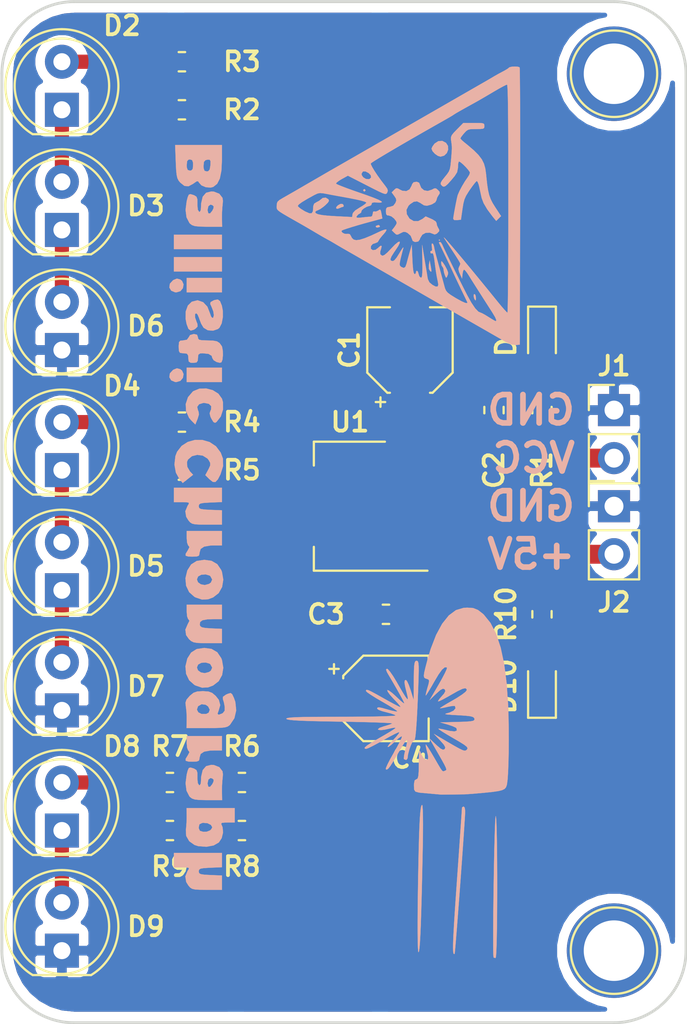
<source format=kicad_pcb>
(kicad_pcb (version 20171130) (host pcbnew "(6.0.0-rc1-dev)")

  (general
    (thickness 1.6)
    (drawings 12)
    (tracks 30)
    (zones 0)
    (modules 32)
    (nets 16)
  )

  (page A4)
  (layers
    (0 F.Cu signal)
    (31 B.Cu signal)
    (32 B.Adhes user)
    (33 F.Adhes user)
    (34 B.Paste user)
    (35 F.Paste user)
    (36 B.SilkS user)
    (37 F.SilkS user)
    (38 B.Mask user)
    (39 F.Mask user)
    (40 Dwgs.User user)
    (41 Cmts.User user)
    (42 Eco1.User user)
    (43 Eco2.User user)
    (44 Edge.Cuts user)
    (45 Margin user)
    (46 B.CrtYd user)
    (47 F.CrtYd user)
    (48 B.Fab user)
    (49 F.Fab user hide)
  )

  (setup
    (last_trace_width 0.25)
    (user_trace_width 0.3)
    (user_trace_width 0.5)
    (user_trace_width 0.75)
    (user_trace_width 1)
    (trace_clearance 0.2)
    (zone_clearance 0.508)
    (zone_45_only yes)
    (trace_min 0.2)
    (segment_width 0.2)
    (edge_width 0.15)
    (via_size 0.8)
    (via_drill 0.4)
    (via_min_size 0.4)
    (via_min_drill 0.3)
    (user_via 0.8 0.4)
    (uvia_size 0.3)
    (uvia_drill 0.1)
    (uvias_allowed no)
    (uvia_min_size 0.2)
    (uvia_min_drill 0.1)
    (pcb_text_width 0.3)
    (pcb_text_size 1.5 1.5)
    (mod_edge_width 0.15)
    (mod_text_size 1 1)
    (mod_text_width 0.2)
    (pad_size 5 5)
    (pad_drill 3.2)
    (pad_to_mask_clearance 0.2)
    (aux_axis_origin 116.205 73.025)
    (visible_elements FFFFFF7F)
    (pcbplotparams
      (layerselection 0x010f8_ffffffff)
      (usegerberextensions true)
      (usegerberattributes false)
      (usegerberadvancedattributes false)
      (creategerberjobfile false)
      (excludeedgelayer true)
      (linewidth 0.100000)
      (plotframeref false)
      (viasonmask false)
      (mode 1)
      (useauxorigin true)
      (hpglpennumber 1)
      (hpglpenspeed 20)
      (hpglpendiameter 15.000000)
      (psnegative false)
      (psa4output false)
      (plotreference true)
      (plotvalue true)
      (plotinvisibletext false)
      (padsonsilk false)
      (subtractmaskfromsilk true)
      (outputformat 1)
      (mirror false)
      (drillshape 0)
      (scaleselection 1)
      (outputdirectory "plot/"))
  )

  (net 0 "")
  (net 1 GND)
  (net 2 +5V)
  (net 3 "Net-(D2-Pad1)")
  (net 4 "Net-(D3-Pad1)")
  (net 5 "Net-(D4-Pad1)")
  (net 6 "Net-(D5-Pad1)")
  (net 7 "Net-(D8-Pad1)")
  (net 8 VCC)
  (net 9 "Net-(R6-Pad2)")
  (net 10 "Net-(D10-Pad2)")
  (net 11 "Net-(R8-Pad2)")
  (net 12 "Net-(D8-Pad2)")
  (net 13 "Net-(D1-Pad2)")
  (net 14 "Net-(D2-Pad2)")
  (net 15 "Net-(D4-Pad2)")

  (net_class Default "This is the default net class."
    (clearance 0.2)
    (trace_width 0.25)
    (via_dia 0.8)
    (via_drill 0.4)
    (uvia_dia 0.3)
    (uvia_drill 0.1)
    (add_net +5V)
    (add_net GND)
    (add_net "Net-(D1-Pad2)")
    (add_net "Net-(D10-Pad2)")
    (add_net "Net-(D2-Pad1)")
    (add_net "Net-(D2-Pad2)")
    (add_net "Net-(D3-Pad1)")
    (add_net "Net-(D4-Pad1)")
    (add_net "Net-(D4-Pad2)")
    (add_net "Net-(D5-Pad1)")
    (add_net "Net-(D8-Pad1)")
    (add_net "Net-(D8-Pad2)")
    (add_net "Net-(R6-Pad2)")
    (add_net "Net-(R8-Pad2)")
    (add_net VCC)
  )

  (module TestPoint:TestPoint_Plated_Hole_D3.0mm (layer F.Cu) (tedit 5B6E030D) (tstamp 5B6908D6)
    (at 148.59 123.19)
    (descr "Plated Hole as test Point, diameter 3.0mm")
    (tags "test point plated hole")
    (attr virtual)
    (fp_text reference REF** (at 0 -3.048) (layer F.SilkS) hide
      (effects (font (size 1 1) (thickness 0.15)))
    )
    (fp_text value TestPoint_Plated_Hole_D3.0mm (at 0 3) (layer F.Fab)
      (effects (font (size 1 1) (thickness 0.15)))
    )
    (fp_text user %R (at 0 -3.05) (layer F.Fab)
      (effects (font (size 1 1) (thickness 0.15)))
    )
    (fp_circle (center 0 0) (end 2.5 0) (layer F.CrtYd) (width 0.05))
    (fp_circle (center 0 0) (end 0 -2.286) (layer F.SilkS) (width 0.12))
    (pad 1 thru_hole circle (at 0 0) (size 5 5) (drill 3.2) (layers *.Cu *.Mask))
  )

  (module LED_SMD:LED_0603_1608Metric_Pad1.05x0.95mm_HandSolder (layer F.Cu) (tedit 5B4B45C9) (tstamp 5B73A869)
    (at 144.78 109.22 90)
    (descr "LED SMD 0603 (1608 Metric), square (rectangular) end terminal, IPC_7351 nominal, (Body size source: http://www.tortai-tech.com/upload/download/2011102023233369053.pdf), generated with kicad-footprint-generator")
    (tags "LED handsolder")
    (path /5A89EDD7)
    (attr smd)
    (fp_text reference D10 (at 0 -1.905 90) (layer F.SilkS)
      (effects (font (size 1 1) (thickness 0.2)))
    )
    (fp_text value LED (at 0 1.43 90) (layer F.Fab)
      (effects (font (size 1 1) (thickness 0.15)))
    )
    (fp_line (start 0.8 -0.4) (end -0.5 -0.4) (layer F.Fab) (width 0.1))
    (fp_line (start -0.5 -0.4) (end -0.8 -0.1) (layer F.Fab) (width 0.1))
    (fp_line (start -0.8 -0.1) (end -0.8 0.4) (layer F.Fab) (width 0.1))
    (fp_line (start -0.8 0.4) (end 0.8 0.4) (layer F.Fab) (width 0.1))
    (fp_line (start 0.8 0.4) (end 0.8 -0.4) (layer F.Fab) (width 0.1))
    (fp_line (start 0.8 -0.735) (end -1.66 -0.735) (layer F.SilkS) (width 0.12))
    (fp_line (start -1.66 -0.735) (end -1.66 0.735) (layer F.SilkS) (width 0.12))
    (fp_line (start -1.66 0.735) (end 0.8 0.735) (layer F.SilkS) (width 0.12))
    (fp_line (start -1.65 0.73) (end -1.65 -0.73) (layer F.CrtYd) (width 0.05))
    (fp_line (start -1.65 -0.73) (end 1.65 -0.73) (layer F.CrtYd) (width 0.05))
    (fp_line (start 1.65 -0.73) (end 1.65 0.73) (layer F.CrtYd) (width 0.05))
    (fp_line (start 1.65 0.73) (end -1.65 0.73) (layer F.CrtYd) (width 0.05))
    (fp_text user %R (at 0 0 90) (layer F.Fab)
      (effects (font (size 0.4 0.4) (thickness 0.06)))
    )
    (pad 1 smd roundrect (at -0.875 0 90) (size 1.05 0.95) (layers F.Cu F.Paste F.Mask) (roundrect_rratio 0.25)
      (net 1 GND))
    (pad 2 smd roundrect (at 0.875 0 90) (size 1.05 0.95) (layers F.Cu F.Paste F.Mask) (roundrect_rratio 0.25)
      (net 10 "Net-(D10-Pad2)"))
    (model ${KISYS3DMOD}/LED_SMD.3dshapes/LED_0603_1608Metric.wrl
      (at (xyz 0 0 0))
      (scale (xyz 1 1 1))
      (rotate (xyz 0 0 0))
    )
  )

  (module Capacitor_SMD:CP_Elec_4x4.5 (layer F.Cu) (tedit 5A841F9D) (tstamp 5B73A0E2)
    (at 136.525 109.855)
    (descr "SMT capacitor, aluminium electrolytic, 4x4.5, Nichicon ")
    (tags "Capacitor Electrolytic")
    (path /5A8A3262)
    (attr smd)
    (fp_text reference C4 (at 1.27 3.175) (layer F.SilkS)
      (effects (font (size 1 1) (thickness 0.2)))
    )
    (fp_text value 10uF (at 0 3.2) (layer F.Fab)
      (effects (font (size 1 1) (thickness 0.15)))
    )
    (fp_text user %R (at 0 0) (layer F.Fab)
      (effects (font (size 0.8 0.8) (thickness 0.12)))
    )
    (fp_line (start -3.35 1.05) (end -2.4 1.05) (layer F.CrtYd) (width 0.05))
    (fp_line (start -3.35 -1.05) (end -3.35 1.05) (layer F.CrtYd) (width 0.05))
    (fp_line (start -2.4 -1.05) (end -3.35 -1.05) (layer F.CrtYd) (width 0.05))
    (fp_line (start -2.4 1.05) (end -2.4 1.25) (layer F.CrtYd) (width 0.05))
    (fp_line (start -2.4 -1.25) (end -2.4 -1.05) (layer F.CrtYd) (width 0.05))
    (fp_line (start -2.4 -1.25) (end -1.25 -2.4) (layer F.CrtYd) (width 0.05))
    (fp_line (start -2.4 1.25) (end -1.25 2.4) (layer F.CrtYd) (width 0.05))
    (fp_line (start -1.25 -2.4) (end 2.4 -2.4) (layer F.CrtYd) (width 0.05))
    (fp_line (start -1.25 2.4) (end 2.4 2.4) (layer F.CrtYd) (width 0.05))
    (fp_line (start 2.4 1.05) (end 2.4 2.4) (layer F.CrtYd) (width 0.05))
    (fp_line (start 3.35 1.05) (end 2.4 1.05) (layer F.CrtYd) (width 0.05))
    (fp_line (start 3.35 -1.05) (end 3.35 1.05) (layer F.CrtYd) (width 0.05))
    (fp_line (start 2.4 -1.05) (end 3.35 -1.05) (layer F.CrtYd) (width 0.05))
    (fp_line (start 2.4 -2.4) (end 2.4 -1.05) (layer F.CrtYd) (width 0.05))
    (fp_line (start -2.75 -1.81) (end -2.75 -1.31) (layer F.SilkS) (width 0.12))
    (fp_line (start -3 -1.56) (end -2.5 -1.56) (layer F.SilkS) (width 0.12))
    (fp_line (start -2.26 1.195563) (end -1.195563 2.26) (layer F.SilkS) (width 0.12))
    (fp_line (start -2.26 -1.195563) (end -1.195563 -2.26) (layer F.SilkS) (width 0.12))
    (fp_line (start -2.26 -1.195563) (end -2.26 -1.06) (layer F.SilkS) (width 0.12))
    (fp_line (start -2.26 1.195563) (end -2.26 1.06) (layer F.SilkS) (width 0.12))
    (fp_line (start -1.195563 2.26) (end 2.26 2.26) (layer F.SilkS) (width 0.12))
    (fp_line (start -1.195563 -2.26) (end 2.26 -2.26) (layer F.SilkS) (width 0.12))
    (fp_line (start 2.26 -2.26) (end 2.26 -1.06) (layer F.SilkS) (width 0.12))
    (fp_line (start 2.26 2.26) (end 2.26 1.06) (layer F.SilkS) (width 0.12))
    (fp_line (start -1.374773 -1.2) (end -1.374773 -0.8) (layer F.Fab) (width 0.1))
    (fp_line (start -1.574773 -1) (end -1.174773 -1) (layer F.Fab) (width 0.1))
    (fp_line (start -2.15 1.15) (end -1.15 2.15) (layer F.Fab) (width 0.1))
    (fp_line (start -2.15 -1.15) (end -1.15 -2.15) (layer F.Fab) (width 0.1))
    (fp_line (start -2.15 -1.15) (end -2.15 1.15) (layer F.Fab) (width 0.1))
    (fp_line (start -1.15 2.15) (end 2.15 2.15) (layer F.Fab) (width 0.1))
    (fp_line (start -1.15 -2.15) (end 2.15 -2.15) (layer F.Fab) (width 0.1))
    (fp_line (start 2.15 -2.15) (end 2.15 2.15) (layer F.Fab) (width 0.1))
    (fp_circle (center 0 0) (end 2 0) (layer F.Fab) (width 0.1))
    (pad 2 smd rect (at 1.8 0) (size 2.6 1.6) (layers F.Cu F.Paste F.Mask)
      (net 1 GND))
    (pad 1 smd rect (at -1.8 0) (size 2.6 1.6) (layers F.Cu F.Paste F.Mask)
      (net 2 +5V))
    (model ${KISYS3DMOD}/Capacitor_SMD.3dshapes/CP_Elec_4x4.5.wrl
      (at (xyz 0 0 0))
      (scale (xyz 1 1 1))
      (rotate (xyz 0 0 0))
    )
  )

  (module Capacitor_SMD:CP_Elec_4x4.5 (layer F.Cu) (tedit 5A841F9D) (tstamp 5B73A0BB)
    (at 137.795 91.44 90)
    (descr "SMT capacitor, aluminium electrolytic, 4x4.5, Nichicon ")
    (tags "Capacitor Electrolytic")
    (path /5A8A7B6D)
    (attr smd)
    (fp_text reference C1 (at 0 -3.2 90) (layer F.SilkS)
      (effects (font (size 1 1) (thickness 0.2)))
    )
    (fp_text value 10uF (at 0 3.2 90) (layer F.Fab)
      (effects (font (size 1 1) (thickness 0.15)))
    )
    (fp_circle (center 0 0) (end 2 0) (layer F.Fab) (width 0.1))
    (fp_line (start 2.15 -2.15) (end 2.15 2.15) (layer F.Fab) (width 0.1))
    (fp_line (start -1.15 -2.15) (end 2.15 -2.15) (layer F.Fab) (width 0.1))
    (fp_line (start -1.15 2.15) (end 2.15 2.15) (layer F.Fab) (width 0.1))
    (fp_line (start -2.15 -1.15) (end -2.15 1.15) (layer F.Fab) (width 0.1))
    (fp_line (start -2.15 -1.15) (end -1.15 -2.15) (layer F.Fab) (width 0.1))
    (fp_line (start -2.15 1.15) (end -1.15 2.15) (layer F.Fab) (width 0.1))
    (fp_line (start -1.574773 -1) (end -1.174773 -1) (layer F.Fab) (width 0.1))
    (fp_line (start -1.374773 -1.2) (end -1.374773 -0.8) (layer F.Fab) (width 0.1))
    (fp_line (start 2.26 2.26) (end 2.26 1.06) (layer F.SilkS) (width 0.12))
    (fp_line (start 2.26 -2.26) (end 2.26 -1.06) (layer F.SilkS) (width 0.12))
    (fp_line (start -1.195563 -2.26) (end 2.26 -2.26) (layer F.SilkS) (width 0.12))
    (fp_line (start -1.195563 2.26) (end 2.26 2.26) (layer F.SilkS) (width 0.12))
    (fp_line (start -2.26 1.195563) (end -2.26 1.06) (layer F.SilkS) (width 0.12))
    (fp_line (start -2.26 -1.195563) (end -2.26 -1.06) (layer F.SilkS) (width 0.12))
    (fp_line (start -2.26 -1.195563) (end -1.195563 -2.26) (layer F.SilkS) (width 0.12))
    (fp_line (start -2.26 1.195563) (end -1.195563 2.26) (layer F.SilkS) (width 0.12))
    (fp_line (start -3 -1.56) (end -2.5 -1.56) (layer F.SilkS) (width 0.12))
    (fp_line (start -2.75 -1.81) (end -2.75 -1.31) (layer F.SilkS) (width 0.12))
    (fp_line (start 2.4 -2.4) (end 2.4 -1.05) (layer F.CrtYd) (width 0.05))
    (fp_line (start 2.4 -1.05) (end 3.35 -1.05) (layer F.CrtYd) (width 0.05))
    (fp_line (start 3.35 -1.05) (end 3.35 1.05) (layer F.CrtYd) (width 0.05))
    (fp_line (start 3.35 1.05) (end 2.4 1.05) (layer F.CrtYd) (width 0.05))
    (fp_line (start 2.4 1.05) (end 2.4 2.4) (layer F.CrtYd) (width 0.05))
    (fp_line (start -1.25 2.4) (end 2.4 2.4) (layer F.CrtYd) (width 0.05))
    (fp_line (start -1.25 -2.4) (end 2.4 -2.4) (layer F.CrtYd) (width 0.05))
    (fp_line (start -2.4 1.25) (end -1.25 2.4) (layer F.CrtYd) (width 0.05))
    (fp_line (start -2.4 -1.25) (end -1.25 -2.4) (layer F.CrtYd) (width 0.05))
    (fp_line (start -2.4 -1.25) (end -2.4 -1.05) (layer F.CrtYd) (width 0.05))
    (fp_line (start -2.4 1.05) (end -2.4 1.25) (layer F.CrtYd) (width 0.05))
    (fp_line (start -2.4 -1.05) (end -3.35 -1.05) (layer F.CrtYd) (width 0.05))
    (fp_line (start -3.35 -1.05) (end -3.35 1.05) (layer F.CrtYd) (width 0.05))
    (fp_line (start -3.35 1.05) (end -2.4 1.05) (layer F.CrtYd) (width 0.05))
    (fp_text user %R (at 0 0 90) (layer F.Fab)
      (effects (font (size 0.8 0.8) (thickness 0.12)))
    )
    (pad 1 smd rect (at -1.8 0 90) (size 2.6 1.6) (layers F.Cu F.Paste F.Mask)
      (net 8 VCC))
    (pad 2 smd rect (at 1.8 0 90) (size 2.6 1.6) (layers F.Cu F.Paste F.Mask)
      (net 1 GND))
    (model ${KISYS3DMOD}/Capacitor_SMD.3dshapes/CP_Elec_4x4.5.wrl
      (at (xyz 0 0 0))
      (scale (xyz 1 1 1))
      (rotate (xyz 0 0 0))
    )
  )

  (module Capacitor_SMD:C_0603_1608Metric_Pad1.05x0.95mm_HandSolder (layer F.Cu) (tedit 5B301BBE) (tstamp 5B73A0AB)
    (at 142.24 94.615 90)
    (descr "Capacitor SMD 0603 (1608 Metric), square (rectangular) end terminal, IPC_7351 nominal with elongated pad for handsoldering. (Body size source: http://www.tortai-tech.com/upload/download/2011102023233369053.pdf), generated with kicad-footprint-generator")
    (tags "capacitor handsolder")
    (path /5A8A7B66)
    (attr smd)
    (fp_text reference C2 (at -3.175 0 90) (layer F.SilkS)
      (effects (font (size 1 1) (thickness 0.2)))
    )
    (fp_text value 100nF (at 0 1.43 90) (layer F.Fab)
      (effects (font (size 1 1) (thickness 0.15)))
    )
    (fp_text user %R (at 0 0 90) (layer F.Fab)
      (effects (font (size 0.4 0.4) (thickness 0.06)))
    )
    (fp_line (start 1.65 0.73) (end -1.65 0.73) (layer F.CrtYd) (width 0.05))
    (fp_line (start 1.65 -0.73) (end 1.65 0.73) (layer F.CrtYd) (width 0.05))
    (fp_line (start -1.65 -0.73) (end 1.65 -0.73) (layer F.CrtYd) (width 0.05))
    (fp_line (start -1.65 0.73) (end -1.65 -0.73) (layer F.CrtYd) (width 0.05))
    (fp_line (start -0.171267 0.51) (end 0.171267 0.51) (layer F.SilkS) (width 0.12))
    (fp_line (start -0.171267 -0.51) (end 0.171267 -0.51) (layer F.SilkS) (width 0.12))
    (fp_line (start 0.8 0.4) (end -0.8 0.4) (layer F.Fab) (width 0.1))
    (fp_line (start 0.8 -0.4) (end 0.8 0.4) (layer F.Fab) (width 0.1))
    (fp_line (start -0.8 -0.4) (end 0.8 -0.4) (layer F.Fab) (width 0.1))
    (fp_line (start -0.8 0.4) (end -0.8 -0.4) (layer F.Fab) (width 0.1))
    (pad 2 smd roundrect (at 0.875 0 90) (size 1.05 0.95) (layers F.Cu F.Paste F.Mask) (roundrect_rratio 0.25)
      (net 1 GND))
    (pad 1 smd roundrect (at -0.875 0 90) (size 1.05 0.95) (layers F.Cu F.Paste F.Mask) (roundrect_rratio 0.25)
      (net 8 VCC))
    (model ${KISYS3DMOD}/Capacitor_SMD.3dshapes/C_0603_1608Metric.wrl
      (at (xyz 0 0 0))
      (scale (xyz 1 1 1))
      (rotate (xyz 0 0 0))
    )
  )

  (module Capacitor_SMD:C_0603_1608Metric_Pad1.05x0.95mm_HandSolder (layer F.Cu) (tedit 5B301BBE) (tstamp 5B73A09B)
    (at 136.525 105.41)
    (descr "Capacitor SMD 0603 (1608 Metric), square (rectangular) end terminal, IPC_7351 nominal with elongated pad for handsoldering. (Body size source: http://www.tortai-tech.com/upload/download/2011102023233369053.pdf), generated with kicad-footprint-generator")
    (tags "capacitor handsolder")
    (path /5A8A31A9)
    (attr smd)
    (fp_text reference C3 (at -3.175 0) (layer F.SilkS)
      (effects (font (size 1 1) (thickness 0.2)))
    )
    (fp_text value 100nF (at 0 1.43) (layer F.Fab)
      (effects (font (size 1 1) (thickness 0.15)))
    )
    (fp_line (start -0.8 0.4) (end -0.8 -0.4) (layer F.Fab) (width 0.1))
    (fp_line (start -0.8 -0.4) (end 0.8 -0.4) (layer F.Fab) (width 0.1))
    (fp_line (start 0.8 -0.4) (end 0.8 0.4) (layer F.Fab) (width 0.1))
    (fp_line (start 0.8 0.4) (end -0.8 0.4) (layer F.Fab) (width 0.1))
    (fp_line (start -0.171267 -0.51) (end 0.171267 -0.51) (layer F.SilkS) (width 0.12))
    (fp_line (start -0.171267 0.51) (end 0.171267 0.51) (layer F.SilkS) (width 0.12))
    (fp_line (start -1.65 0.73) (end -1.65 -0.73) (layer F.CrtYd) (width 0.05))
    (fp_line (start -1.65 -0.73) (end 1.65 -0.73) (layer F.CrtYd) (width 0.05))
    (fp_line (start 1.65 -0.73) (end 1.65 0.73) (layer F.CrtYd) (width 0.05))
    (fp_line (start 1.65 0.73) (end -1.65 0.73) (layer F.CrtYd) (width 0.05))
    (fp_text user %R (at 0 0) (layer F.Fab)
      (effects (font (size 0.4 0.4) (thickness 0.06)))
    )
    (pad 1 smd roundrect (at -0.875 0) (size 1.05 0.95) (layers F.Cu F.Paste F.Mask) (roundrect_rratio 0.25)
      (net 2 +5V))
    (pad 2 smd roundrect (at 0.875 0) (size 1.05 0.95) (layers F.Cu F.Paste F.Mask) (roundrect_rratio 0.25)
      (net 1 GND))
    (model ${KISYS3DMOD}/Capacitor_SMD.3dshapes/C_0603_1608Metric.wrl
      (at (xyz 0 0 0))
      (scale (xyz 1 1 1))
      (rotate (xyz 0 0 0))
    )
  )

  (module Connector_PinHeader_2.54mm:PinHeader_1x02_P2.54mm_Vertical (layer F.Cu) (tedit 59FED5CC) (tstamp 5B73A086)
    (at 148.59 99.695)
    (descr "Through hole straight pin header, 1x02, 2.54mm pitch, single row")
    (tags "Through hole pin header THT 1x02 2.54mm single row")
    (path /5A89C5FF)
    (fp_text reference J2 (at 0 5.08) (layer F.SilkS)
      (effects (font (size 1 1) (thickness 0.2)))
    )
    (fp_text value Conn_01x02 (at 0 4.87) (layer F.Fab)
      (effects (font (size 1 1) (thickness 0.15)))
    )
    (fp_text user %R (at 0 1.27 90) (layer F.Fab)
      (effects (font (size 1 1) (thickness 0.15)))
    )
    (fp_line (start 1.8 -1.8) (end -1.8 -1.8) (layer F.CrtYd) (width 0.05))
    (fp_line (start 1.8 4.35) (end 1.8 -1.8) (layer F.CrtYd) (width 0.05))
    (fp_line (start -1.8 4.35) (end 1.8 4.35) (layer F.CrtYd) (width 0.05))
    (fp_line (start -1.8 -1.8) (end -1.8 4.35) (layer F.CrtYd) (width 0.05))
    (fp_line (start -1.33 -1.33) (end 0 -1.33) (layer F.SilkS) (width 0.12))
    (fp_line (start -1.33 0) (end -1.33 -1.33) (layer F.SilkS) (width 0.12))
    (fp_line (start -1.33 1.27) (end 1.33 1.27) (layer F.SilkS) (width 0.12))
    (fp_line (start 1.33 1.27) (end 1.33 3.87) (layer F.SilkS) (width 0.12))
    (fp_line (start -1.33 1.27) (end -1.33 3.87) (layer F.SilkS) (width 0.12))
    (fp_line (start -1.33 3.87) (end 1.33 3.87) (layer F.SilkS) (width 0.12))
    (fp_line (start -1.27 -0.635) (end -0.635 -1.27) (layer F.Fab) (width 0.1))
    (fp_line (start -1.27 3.81) (end -1.27 -0.635) (layer F.Fab) (width 0.1))
    (fp_line (start 1.27 3.81) (end -1.27 3.81) (layer F.Fab) (width 0.1))
    (fp_line (start 1.27 -1.27) (end 1.27 3.81) (layer F.Fab) (width 0.1))
    (fp_line (start -0.635 -1.27) (end 1.27 -1.27) (layer F.Fab) (width 0.1))
    (pad 2 thru_hole oval (at 0 2.54) (size 1.7 1.7) (drill 1) (layers *.Cu *.Mask)
      (net 2 +5V))
    (pad 1 thru_hole rect (at 0 0) (size 1.7 1.7) (drill 1) (layers *.Cu *.Mask)
      (net 1 GND))
    (model ${KISYS3DMOD}/Connector_PinHeader_2.54mm.3dshapes/PinHeader_1x02_P2.54mm_Vertical.wrl
      (at (xyz 0 0 0))
      (scale (xyz 1 1 1))
      (rotate (xyz 0 0 0))
    )
  )

  (module Connector_PinHeader_2.54mm:PinHeader_1x02_P2.54mm_Vertical (layer F.Cu) (tedit 59FED5CC) (tstamp 5B73A071)
    (at 148.59 94.615)
    (descr "Through hole straight pin header, 1x02, 2.54mm pitch, single row")
    (tags "Through hole pin header THT 1x02 2.54mm single row")
    (path /5A8AB0A4)
    (fp_text reference J1 (at 0 -2.33) (layer F.SilkS)
      (effects (font (size 1 1) (thickness 0.2)))
    )
    (fp_text value Conn_01x02 (at 0 4.87) (layer F.Fab)
      (effects (font (size 1 1) (thickness 0.15)))
    )
    (fp_line (start -0.635 -1.27) (end 1.27 -1.27) (layer F.Fab) (width 0.1))
    (fp_line (start 1.27 -1.27) (end 1.27 3.81) (layer F.Fab) (width 0.1))
    (fp_line (start 1.27 3.81) (end -1.27 3.81) (layer F.Fab) (width 0.1))
    (fp_line (start -1.27 3.81) (end -1.27 -0.635) (layer F.Fab) (width 0.1))
    (fp_line (start -1.27 -0.635) (end -0.635 -1.27) (layer F.Fab) (width 0.1))
    (fp_line (start -1.33 3.87) (end 1.33 3.87) (layer F.SilkS) (width 0.12))
    (fp_line (start -1.33 1.27) (end -1.33 3.87) (layer F.SilkS) (width 0.12))
    (fp_line (start 1.33 1.27) (end 1.33 3.87) (layer F.SilkS) (width 0.12))
    (fp_line (start -1.33 1.27) (end 1.33 1.27) (layer F.SilkS) (width 0.12))
    (fp_line (start -1.33 0) (end -1.33 -1.33) (layer F.SilkS) (width 0.12))
    (fp_line (start -1.33 -1.33) (end 0 -1.33) (layer F.SilkS) (width 0.12))
    (fp_line (start -1.8 -1.8) (end -1.8 4.35) (layer F.CrtYd) (width 0.05))
    (fp_line (start -1.8 4.35) (end 1.8 4.35) (layer F.CrtYd) (width 0.05))
    (fp_line (start 1.8 4.35) (end 1.8 -1.8) (layer F.CrtYd) (width 0.05))
    (fp_line (start 1.8 -1.8) (end -1.8 -1.8) (layer F.CrtYd) (width 0.05))
    (fp_text user %R (at 0 1.27 90) (layer F.Fab)
      (effects (font (size 1 1) (thickness 0.15)))
    )
    (pad 1 thru_hole rect (at 0 0) (size 1.7 1.7) (drill 1) (layers *.Cu *.Mask)
      (net 1 GND))
    (pad 2 thru_hole oval (at 0 2.54) (size 1.7 1.7) (drill 1) (layers *.Cu *.Mask)
      (net 8 VCC))
    (model ${KISYS3DMOD}/Connector_PinHeader_2.54mm.3dshapes/PinHeader_1x02_P2.54mm_Vertical.wrl
      (at (xyz 0 0 0))
      (scale (xyz 1 1 1))
      (rotate (xyz 0 0 0))
    )
  )

  (module LED_SMD:LED_0603_1608Metric_Pad1.05x0.95mm_HandSolder (layer F.Cu) (tedit 5B4B45C9) (tstamp 5B73A05F)
    (at 144.78 90.805 270)
    (descr "LED SMD 0603 (1608 Metric), square (rectangular) end terminal, IPC_7351 nominal, (Body size source: http://www.tortai-tech.com/upload/download/2011102023233369053.pdf), generated with kicad-footprint-generator")
    (tags "LED handsolder")
    (path /5A8A7B55)
    (attr smd)
    (fp_text reference D1 (at 0 1.905 270) (layer F.SilkS)
      (effects (font (size 1 1) (thickness 0.2)))
    )
    (fp_text value LED (at 0 1.43 270) (layer F.Fab)
      (effects (font (size 1 1) (thickness 0.15)))
    )
    (fp_line (start 0.8 -0.4) (end -0.5 -0.4) (layer F.Fab) (width 0.1))
    (fp_line (start -0.5 -0.4) (end -0.8 -0.1) (layer F.Fab) (width 0.1))
    (fp_line (start -0.8 -0.1) (end -0.8 0.4) (layer F.Fab) (width 0.1))
    (fp_line (start -0.8 0.4) (end 0.8 0.4) (layer F.Fab) (width 0.1))
    (fp_line (start 0.8 0.4) (end 0.8 -0.4) (layer F.Fab) (width 0.1))
    (fp_line (start 0.8 -0.735) (end -1.66 -0.735) (layer F.SilkS) (width 0.12))
    (fp_line (start -1.66 -0.735) (end -1.66 0.735) (layer F.SilkS) (width 0.12))
    (fp_line (start -1.66 0.735) (end 0.8 0.735) (layer F.SilkS) (width 0.12))
    (fp_line (start -1.65 0.73) (end -1.65 -0.73) (layer F.CrtYd) (width 0.05))
    (fp_line (start -1.65 -0.73) (end 1.65 -0.73) (layer F.CrtYd) (width 0.05))
    (fp_line (start 1.65 -0.73) (end 1.65 0.73) (layer F.CrtYd) (width 0.05))
    (fp_line (start 1.65 0.73) (end -1.65 0.73) (layer F.CrtYd) (width 0.05))
    (fp_text user %R (at 0 0 270) (layer F.Fab)
      (effects (font (size 0.4 0.4) (thickness 0.06)))
    )
    (pad 1 smd roundrect (at -0.875 0 270) (size 1.05 0.95) (layers F.Cu F.Paste F.Mask) (roundrect_rratio 0.25)
      (net 1 GND))
    (pad 2 smd roundrect (at 0.875 0 270) (size 1.05 0.95) (layers F.Cu F.Paste F.Mask) (roundrect_rratio 0.25)
      (net 13 "Net-(D1-Pad2)"))
    (model ${KISYS3DMOD}/LED_SMD.3dshapes/LED_0603_1608Metric.wrl
      (at (xyz 0 0 0))
      (scale (xyz 1 1 1))
      (rotate (xyz 0 0 0))
    )
  )

  (module LED_THT:LED_D5.0mm (layer F.Cu) (tedit 5995936A) (tstamp 5B73A03D)
    (at 119.38 123.19 90)
    (descr "LED, diameter 5.0mm, 2 pins, http://cdn-reichelt.de/documents/datenblatt/A500/LL-504BC2E-009.pdf")
    (tags "LED diameter 5.0mm 2 pins")
    (path /5A89DA91)
    (fp_text reference D9 (at 1.27 4.445 180) (layer F.SilkS)
      (effects (font (size 1 1) (thickness 0.2)))
    )
    (fp_text value CQY99 (at 1.27 3.96 90) (layer F.Fab)
      (effects (font (size 1 1) (thickness 0.15)))
    )
    (fp_text user %R (at 1.25 0 90) (layer F.Fab)
      (effects (font (size 0.8 0.8) (thickness 0.2)))
    )
    (fp_line (start 4.5 -3.25) (end -1.95 -3.25) (layer F.CrtYd) (width 0.05))
    (fp_line (start 4.5 3.25) (end 4.5 -3.25) (layer F.CrtYd) (width 0.05))
    (fp_line (start -1.95 3.25) (end 4.5 3.25) (layer F.CrtYd) (width 0.05))
    (fp_line (start -1.95 -3.25) (end -1.95 3.25) (layer F.CrtYd) (width 0.05))
    (fp_line (start -1.29 -1.545) (end -1.29 1.545) (layer F.SilkS) (width 0.12))
    (fp_line (start -1.23 -1.469694) (end -1.23 1.469694) (layer F.Fab) (width 0.1))
    (fp_circle (center 1.27 0) (end 3.77 0) (layer F.SilkS) (width 0.12))
    (fp_circle (center 1.27 0) (end 3.77 0) (layer F.Fab) (width 0.1))
    (fp_arc (start 1.27 0) (end -1.29 1.54483) (angle -148.9) (layer F.SilkS) (width 0.12))
    (fp_arc (start 1.27 0) (end -1.29 -1.54483) (angle 148.9) (layer F.SilkS) (width 0.12))
    (fp_arc (start 1.27 0) (end -1.23 -1.469694) (angle 299.1) (layer F.Fab) (width 0.1))
    (pad 2 thru_hole circle (at 2.54 0 90) (size 1.8 1.8) (drill 0.9) (layers *.Cu *.Mask)
      (net 7 "Net-(D8-Pad1)"))
    (pad 1 thru_hole rect (at 0 0 90) (size 1.8 1.8) (drill 0.9) (layers *.Cu *.Mask)
      (net 1 GND))
    (model ${KISYS3DMOD}/LED_THT.3dshapes/LED_D5.0mm.wrl
      (at (xyz 0 0 0))
      (scale (xyz 1 1 1))
      (rotate (xyz 0 0 0))
    )
  )

  (module LED_THT:LED_D5.0mm (layer F.Cu) (tedit 5995936A) (tstamp 5B73A02C)
    (at 119.38 110.49 90)
    (descr "LED, diameter 5.0mm, 2 pins, http://cdn-reichelt.de/documents/datenblatt/A500/LL-504BC2E-009.pdf")
    (tags "LED diameter 5.0mm 2 pins")
    (path /5A89DA57)
    (fp_text reference D7 (at 1.27 4.445 180) (layer F.SilkS)
      (effects (font (size 1 1) (thickness 0.2)))
    )
    (fp_text value CQY99 (at 1.27 3.96 90) (layer F.Fab)
      (effects (font (size 1 1) (thickness 0.15)))
    )
    (fp_arc (start 1.27 0) (end -1.23 -1.469694) (angle 299.1) (layer F.Fab) (width 0.1))
    (fp_arc (start 1.27 0) (end -1.29 -1.54483) (angle 148.9) (layer F.SilkS) (width 0.12))
    (fp_arc (start 1.27 0) (end -1.29 1.54483) (angle -148.9) (layer F.SilkS) (width 0.12))
    (fp_circle (center 1.27 0) (end 3.77 0) (layer F.Fab) (width 0.1))
    (fp_circle (center 1.27 0) (end 3.77 0) (layer F.SilkS) (width 0.12))
    (fp_line (start -1.23 -1.469694) (end -1.23 1.469694) (layer F.Fab) (width 0.1))
    (fp_line (start -1.29 -1.545) (end -1.29 1.545) (layer F.SilkS) (width 0.12))
    (fp_line (start -1.95 -3.25) (end -1.95 3.25) (layer F.CrtYd) (width 0.05))
    (fp_line (start -1.95 3.25) (end 4.5 3.25) (layer F.CrtYd) (width 0.05))
    (fp_line (start 4.5 3.25) (end 4.5 -3.25) (layer F.CrtYd) (width 0.05))
    (fp_line (start 4.5 -3.25) (end -1.95 -3.25) (layer F.CrtYd) (width 0.05))
    (fp_text user %R (at 1.25 0 90) (layer F.Fab)
      (effects (font (size 0.8 0.8) (thickness 0.2)))
    )
    (pad 1 thru_hole rect (at 0 0 90) (size 1.8 1.8) (drill 0.9) (layers *.Cu *.Mask)
      (net 1 GND))
    (pad 2 thru_hole circle (at 2.54 0 90) (size 1.8 1.8) (drill 0.9) (layers *.Cu *.Mask)
      (net 6 "Net-(D5-Pad1)"))
    (model ${KISYS3DMOD}/LED_THT.3dshapes/LED_D5.0mm.wrl
      (at (xyz 0 0 0))
      (scale (xyz 1 1 1))
      (rotate (xyz 0 0 0))
    )
  )

  (module LED_THT:LED_D5.0mm (layer F.Cu) (tedit 5995936A) (tstamp 5B73A01B)
    (at 119.38 91.44 90)
    (descr "LED, diameter 5.0mm, 2 pins, http://cdn-reichelt.de/documents/datenblatt/A500/LL-504BC2E-009.pdf")
    (tags "LED diameter 5.0mm 2 pins")
    (path /5A89DA3A)
    (fp_text reference D6 (at 1.27 4.445 180) (layer F.SilkS)
      (effects (font (size 1 1) (thickness 0.2)))
    )
    (fp_text value CQY99 (at 1.27 3.96 90) (layer F.Fab)
      (effects (font (size 1 1) (thickness 0.15)))
    )
    (fp_text user %R (at 1.25 0 90) (layer F.Fab)
      (effects (font (size 0.8 0.8) (thickness 0.2)))
    )
    (fp_line (start 4.5 -3.25) (end -1.95 -3.25) (layer F.CrtYd) (width 0.05))
    (fp_line (start 4.5 3.25) (end 4.5 -3.25) (layer F.CrtYd) (width 0.05))
    (fp_line (start -1.95 3.25) (end 4.5 3.25) (layer F.CrtYd) (width 0.05))
    (fp_line (start -1.95 -3.25) (end -1.95 3.25) (layer F.CrtYd) (width 0.05))
    (fp_line (start -1.29 -1.545) (end -1.29 1.545) (layer F.SilkS) (width 0.12))
    (fp_line (start -1.23 -1.469694) (end -1.23 1.469694) (layer F.Fab) (width 0.1))
    (fp_circle (center 1.27 0) (end 3.77 0) (layer F.SilkS) (width 0.12))
    (fp_circle (center 1.27 0) (end 3.77 0) (layer F.Fab) (width 0.1))
    (fp_arc (start 1.27 0) (end -1.29 1.54483) (angle -148.9) (layer F.SilkS) (width 0.12))
    (fp_arc (start 1.27 0) (end -1.29 -1.54483) (angle 148.9) (layer F.SilkS) (width 0.12))
    (fp_arc (start 1.27 0) (end -1.23 -1.469694) (angle 299.1) (layer F.Fab) (width 0.1))
    (pad 2 thru_hole circle (at 2.54 0 90) (size 1.8 1.8) (drill 0.9) (layers *.Cu *.Mask)
      (net 4 "Net-(D3-Pad1)"))
    (pad 1 thru_hole rect (at 0 0 90) (size 1.8 1.8) (drill 0.9) (layers *.Cu *.Mask)
      (net 1 GND))
    (model ${KISYS3DMOD}/LED_THT.3dshapes/LED_D5.0mm.wrl
      (at (xyz 0 0 0))
      (scale (xyz 1 1 1))
      (rotate (xyz 0 0 0))
    )
  )

  (module LED_THT:LED_D5.0mm (layer F.Cu) (tedit 5995936A) (tstamp 5B73A00A)
    (at 119.38 104.14 90)
    (descr "LED, diameter 5.0mm, 2 pins, http://cdn-reichelt.de/documents/datenblatt/A500/LL-504BC2E-009.pdf")
    (tags "LED diameter 5.0mm 2 pins")
    (path /5A89D060)
    (fp_text reference D5 (at 1.27 4.445 180) (layer F.SilkS)
      (effects (font (size 1 1) (thickness 0.2)))
    )
    (fp_text value CQY99 (at 1.27 3.96 90) (layer F.Fab)
      (effects (font (size 1 1) (thickness 0.15)))
    )
    (fp_arc (start 1.27 0) (end -1.23 -1.469694) (angle 299.1) (layer F.Fab) (width 0.1))
    (fp_arc (start 1.27 0) (end -1.29 -1.54483) (angle 148.9) (layer F.SilkS) (width 0.12))
    (fp_arc (start 1.27 0) (end -1.29 1.54483) (angle -148.9) (layer F.SilkS) (width 0.12))
    (fp_circle (center 1.27 0) (end 3.77 0) (layer F.Fab) (width 0.1))
    (fp_circle (center 1.27 0) (end 3.77 0) (layer F.SilkS) (width 0.12))
    (fp_line (start -1.23 -1.469694) (end -1.23 1.469694) (layer F.Fab) (width 0.1))
    (fp_line (start -1.29 -1.545) (end -1.29 1.545) (layer F.SilkS) (width 0.12))
    (fp_line (start -1.95 -3.25) (end -1.95 3.25) (layer F.CrtYd) (width 0.05))
    (fp_line (start -1.95 3.25) (end 4.5 3.25) (layer F.CrtYd) (width 0.05))
    (fp_line (start 4.5 3.25) (end 4.5 -3.25) (layer F.CrtYd) (width 0.05))
    (fp_line (start 4.5 -3.25) (end -1.95 -3.25) (layer F.CrtYd) (width 0.05))
    (fp_text user %R (at 1.25 0 90) (layer F.Fab)
      (effects (font (size 0.8 0.8) (thickness 0.2)))
    )
    (pad 1 thru_hole rect (at 0 0 90) (size 1.8 1.8) (drill 0.9) (layers *.Cu *.Mask)
      (net 6 "Net-(D5-Pad1)"))
    (pad 2 thru_hole circle (at 2.54 0 90) (size 1.8 1.8) (drill 0.9) (layers *.Cu *.Mask)
      (net 5 "Net-(D4-Pad1)"))
    (model ${KISYS3DMOD}/LED_THT.3dshapes/LED_D5.0mm.wrl
      (at (xyz 0 0 0))
      (scale (xyz 1 1 1))
      (rotate (xyz 0 0 0))
    )
  )

  (module LED_THT:LED_D5.0mm (layer F.Cu) (tedit 5995936A) (tstamp 5B739FF9)
    (at 119.38 97.79 90)
    (descr "LED, diameter 5.0mm, 2 pins, http://cdn-reichelt.de/documents/datenblatt/A500/LL-504BC2E-009.pdf")
    (tags "LED diameter 5.0mm 2 pins")
    (path /5A89D043)
    (fp_text reference D4 (at 4.445 3.175 180) (layer F.SilkS)
      (effects (font (size 1 1) (thickness 0.2)))
    )
    (fp_text value CQY99 (at 1.27 3.96 90) (layer F.Fab)
      (effects (font (size 1 1) (thickness 0.15)))
    )
    (fp_text user %R (at 1.25 0 90) (layer F.Fab)
      (effects (font (size 0.8 0.8) (thickness 0.2)))
    )
    (fp_line (start 4.5 -3.25) (end -1.95 -3.25) (layer F.CrtYd) (width 0.05))
    (fp_line (start 4.5 3.25) (end 4.5 -3.25) (layer F.CrtYd) (width 0.05))
    (fp_line (start -1.95 3.25) (end 4.5 3.25) (layer F.CrtYd) (width 0.05))
    (fp_line (start -1.95 -3.25) (end -1.95 3.25) (layer F.CrtYd) (width 0.05))
    (fp_line (start -1.29 -1.545) (end -1.29 1.545) (layer F.SilkS) (width 0.12))
    (fp_line (start -1.23 -1.469694) (end -1.23 1.469694) (layer F.Fab) (width 0.1))
    (fp_circle (center 1.27 0) (end 3.77 0) (layer F.SilkS) (width 0.12))
    (fp_circle (center 1.27 0) (end 3.77 0) (layer F.Fab) (width 0.1))
    (fp_arc (start 1.27 0) (end -1.29 1.54483) (angle -148.9) (layer F.SilkS) (width 0.12))
    (fp_arc (start 1.27 0) (end -1.29 -1.54483) (angle 148.9) (layer F.SilkS) (width 0.12))
    (fp_arc (start 1.27 0) (end -1.23 -1.469694) (angle 299.1) (layer F.Fab) (width 0.1))
    (pad 2 thru_hole circle (at 2.54 0 90) (size 1.8 1.8) (drill 0.9) (layers *.Cu *.Mask)
      (net 15 "Net-(D4-Pad2)"))
    (pad 1 thru_hole rect (at 0 0 90) (size 1.8 1.8) (drill 0.9) (layers *.Cu *.Mask)
      (net 5 "Net-(D4-Pad1)"))
    (model ${KISYS3DMOD}/LED_THT.3dshapes/LED_D5.0mm.wrl
      (at (xyz 0 0 0))
      (scale (xyz 1 1 1))
      (rotate (xyz 0 0 0))
    )
  )

  (module LED_THT:LED_D5.0mm (layer F.Cu) (tedit 5995936A) (tstamp 5B739FE8)
    (at 119.38 85.09 90)
    (descr "LED, diameter 5.0mm, 2 pins, http://cdn-reichelt.de/documents/datenblatt/A500/LL-504BC2E-009.pdf")
    (tags "LED diameter 5.0mm 2 pins")
    (path /5A89CE58)
    (fp_text reference D3 (at 1.27 4.445 180) (layer F.SilkS)
      (effects (font (size 1 1) (thickness 0.2)))
    )
    (fp_text value CQY99 (at 1.27 3.96 90) (layer F.Fab)
      (effects (font (size 1 1) (thickness 0.15)))
    )
    (fp_arc (start 1.27 0) (end -1.23 -1.469694) (angle 299.1) (layer F.Fab) (width 0.1))
    (fp_arc (start 1.27 0) (end -1.29 -1.54483) (angle 148.9) (layer F.SilkS) (width 0.12))
    (fp_arc (start 1.27 0) (end -1.29 1.54483) (angle -148.9) (layer F.SilkS) (width 0.12))
    (fp_circle (center 1.27 0) (end 3.77 0) (layer F.Fab) (width 0.1))
    (fp_circle (center 1.27 0) (end 3.77 0) (layer F.SilkS) (width 0.12))
    (fp_line (start -1.23 -1.469694) (end -1.23 1.469694) (layer F.Fab) (width 0.1))
    (fp_line (start -1.29 -1.545) (end -1.29 1.545) (layer F.SilkS) (width 0.12))
    (fp_line (start -1.95 -3.25) (end -1.95 3.25) (layer F.CrtYd) (width 0.05))
    (fp_line (start -1.95 3.25) (end 4.5 3.25) (layer F.CrtYd) (width 0.05))
    (fp_line (start 4.5 3.25) (end 4.5 -3.25) (layer F.CrtYd) (width 0.05))
    (fp_line (start 4.5 -3.25) (end -1.95 -3.25) (layer F.CrtYd) (width 0.05))
    (fp_text user %R (at 1.25 0 90) (layer F.Fab)
      (effects (font (size 0.8 0.8) (thickness 0.2)))
    )
    (pad 1 thru_hole rect (at 0 0 90) (size 1.8 1.8) (drill 0.9) (layers *.Cu *.Mask)
      (net 4 "Net-(D3-Pad1)"))
    (pad 2 thru_hole circle (at 2.54 0 90) (size 1.8 1.8) (drill 0.9) (layers *.Cu *.Mask)
      (net 3 "Net-(D2-Pad1)"))
    (model ${KISYS3DMOD}/LED_THT.3dshapes/LED_D5.0mm.wrl
      (at (xyz 0 0 0))
      (scale (xyz 1 1 1))
      (rotate (xyz 0 0 0))
    )
  )

  (module LED_THT:LED_D5.0mm (layer F.Cu) (tedit 5995936A) (tstamp 5B739FD7)
    (at 119.38 78.74 90)
    (descr "LED, diameter 5.0mm, 2 pins, http://cdn-reichelt.de/documents/datenblatt/A500/LL-504BC2E-009.pdf")
    (tags "LED diameter 5.0mm 2 pins")
    (path /5A89CB23)
    (fp_text reference D2 (at 4.445 3.175) (layer F.SilkS)
      (effects (font (size 1 1) (thickness 0.2)))
    )
    (fp_text value CQY99 (at 1.27 3.96 90) (layer F.Fab)
      (effects (font (size 1 1) (thickness 0.15)))
    )
    (fp_text user %R (at 1.25 0 90) (layer F.Fab)
      (effects (font (size 0.8 0.8) (thickness 0.2)))
    )
    (fp_line (start 4.5 -3.25) (end -1.95 -3.25) (layer F.CrtYd) (width 0.05))
    (fp_line (start 4.5 3.25) (end 4.5 -3.25) (layer F.CrtYd) (width 0.05))
    (fp_line (start -1.95 3.25) (end 4.5 3.25) (layer F.CrtYd) (width 0.05))
    (fp_line (start -1.95 -3.25) (end -1.95 3.25) (layer F.CrtYd) (width 0.05))
    (fp_line (start -1.29 -1.545) (end -1.29 1.545) (layer F.SilkS) (width 0.12))
    (fp_line (start -1.23 -1.469694) (end -1.23 1.469694) (layer F.Fab) (width 0.1))
    (fp_circle (center 1.27 0) (end 3.77 0) (layer F.SilkS) (width 0.12))
    (fp_circle (center 1.27 0) (end 3.77 0) (layer F.Fab) (width 0.1))
    (fp_arc (start 1.27 0) (end -1.29 1.54483) (angle -148.9) (layer F.SilkS) (width 0.12))
    (fp_arc (start 1.27 0) (end -1.29 -1.54483) (angle 148.9) (layer F.SilkS) (width 0.12))
    (fp_arc (start 1.27 0) (end -1.23 -1.469694) (angle 299.1) (layer F.Fab) (width 0.1))
    (pad 2 thru_hole circle (at 2.54 0 90) (size 1.8 1.8) (drill 0.9) (layers *.Cu *.Mask)
      (net 14 "Net-(D2-Pad2)"))
    (pad 1 thru_hole rect (at 0 0 90) (size 1.8 1.8) (drill 0.9) (layers *.Cu *.Mask)
      (net 3 "Net-(D2-Pad1)"))
    (model ${KISYS3DMOD}/LED_THT.3dshapes/LED_D5.0mm.wrl
      (at (xyz 0 0 0))
      (scale (xyz 1 1 1))
      (rotate (xyz 0 0 0))
    )
  )

  (module LED_THT:LED_D5.0mm (layer F.Cu) (tedit 5995936A) (tstamp 5B739FC6)
    (at 119.38 116.84 90)
    (descr "LED, diameter 5.0mm, 2 pins, http://cdn-reichelt.de/documents/datenblatt/A500/LL-504BC2E-009.pdf")
    (tags "LED diameter 5.0mm 2 pins")
    (path /5A89DA74)
    (fp_text reference D8 (at 4.445 3.175 180) (layer F.SilkS)
      (effects (font (size 1 1) (thickness 0.2)))
    )
    (fp_text value CQY99 (at 1.27 3.96 90) (layer F.Fab)
      (effects (font (size 1 1) (thickness 0.15)))
    )
    (fp_arc (start 1.27 0) (end -1.23 -1.469694) (angle 299.1) (layer F.Fab) (width 0.1))
    (fp_arc (start 1.27 0) (end -1.29 -1.54483) (angle 148.9) (layer F.SilkS) (width 0.12))
    (fp_arc (start 1.27 0) (end -1.29 1.54483) (angle -148.9) (layer F.SilkS) (width 0.12))
    (fp_circle (center 1.27 0) (end 3.77 0) (layer F.Fab) (width 0.1))
    (fp_circle (center 1.27 0) (end 3.77 0) (layer F.SilkS) (width 0.12))
    (fp_line (start -1.23 -1.469694) (end -1.23 1.469694) (layer F.Fab) (width 0.1))
    (fp_line (start -1.29 -1.545) (end -1.29 1.545) (layer F.SilkS) (width 0.12))
    (fp_line (start -1.95 -3.25) (end -1.95 3.25) (layer F.CrtYd) (width 0.05))
    (fp_line (start -1.95 3.25) (end 4.5 3.25) (layer F.CrtYd) (width 0.05))
    (fp_line (start 4.5 3.25) (end 4.5 -3.25) (layer F.CrtYd) (width 0.05))
    (fp_line (start 4.5 -3.25) (end -1.95 -3.25) (layer F.CrtYd) (width 0.05))
    (fp_text user %R (at 1.25 0 90) (layer F.Fab)
      (effects (font (size 0.8 0.8) (thickness 0.2)))
    )
    (pad 1 thru_hole rect (at 0 0 90) (size 1.8 1.8) (drill 0.9) (layers *.Cu *.Mask)
      (net 7 "Net-(D8-Pad1)"))
    (pad 2 thru_hole circle (at 2.54 0 90) (size 1.8 1.8) (drill 0.9) (layers *.Cu *.Mask)
      (net 12 "Net-(D8-Pad2)"))
    (model ${KISYS3DMOD}/LED_THT.3dshapes/LED_D5.0mm.wrl
      (at (xyz 0 0 0))
      (scale (xyz 1 1 1))
      (rotate (xyz 0 0 0))
    )
  )

  (module Package_TO_SOT_SMD:SOT-223-3_TabPin2 (layer F.Cu) (tedit 5A02FF57) (tstamp 5B739FB1)
    (at 134.62 99.695 180)
    (descr "module CMS SOT223 4 pins")
    (tags "CMS SOT")
    (path /5A8A309C)
    (attr smd)
    (fp_text reference U1 (at 0 4.445 180) (layer F.SilkS)
      (effects (font (size 1 1) (thickness 0.2)))
    )
    (fp_text value LM1117-5.0 (at 0 4.5 180) (layer F.Fab)
      (effects (font (size 1 1) (thickness 0.15)))
    )
    (fp_text user %R (at 0 0 270) (layer F.Fab)
      (effects (font (size 0.8 0.8) (thickness 0.12)))
    )
    (fp_line (start 1.91 3.41) (end 1.91 2.15) (layer F.SilkS) (width 0.12))
    (fp_line (start 1.91 -3.41) (end 1.91 -2.15) (layer F.SilkS) (width 0.12))
    (fp_line (start 4.4 -3.6) (end -4.4 -3.6) (layer F.CrtYd) (width 0.05))
    (fp_line (start 4.4 3.6) (end 4.4 -3.6) (layer F.CrtYd) (width 0.05))
    (fp_line (start -4.4 3.6) (end 4.4 3.6) (layer F.CrtYd) (width 0.05))
    (fp_line (start -4.4 -3.6) (end -4.4 3.6) (layer F.CrtYd) (width 0.05))
    (fp_line (start -1.85 -2.35) (end -0.85 -3.35) (layer F.Fab) (width 0.1))
    (fp_line (start -1.85 -2.35) (end -1.85 3.35) (layer F.Fab) (width 0.1))
    (fp_line (start -1.85 3.41) (end 1.91 3.41) (layer F.SilkS) (width 0.12))
    (fp_line (start -0.85 -3.35) (end 1.85 -3.35) (layer F.Fab) (width 0.1))
    (fp_line (start -4.1 -3.41) (end 1.91 -3.41) (layer F.SilkS) (width 0.12))
    (fp_line (start -1.85 3.35) (end 1.85 3.35) (layer F.Fab) (width 0.1))
    (fp_line (start 1.85 -3.35) (end 1.85 3.35) (layer F.Fab) (width 0.1))
    (pad 2 smd rect (at 3.15 0 180) (size 2 3.8) (layers F.Cu F.Paste F.Mask)
      (net 2 +5V))
    (pad 2 smd rect (at -3.15 0 180) (size 2 1.5) (layers F.Cu F.Paste F.Mask)
      (net 2 +5V))
    (pad 3 smd rect (at -3.15 2.3 180) (size 2 1.5) (layers F.Cu F.Paste F.Mask)
      (net 8 VCC))
    (pad 1 smd rect (at -3.15 -2.3 180) (size 2 1.5) (layers F.Cu F.Paste F.Mask)
      (net 1 GND))
    (model ${KISYS3DMOD}/Package_TO_SOT_SMD.3dshapes/SOT-223.wrl
      (at (xyz 0 0 0))
      (scale (xyz 1 1 1))
      (rotate (xyz 0 0 0))
    )
  )

  (module Resistor_SMD:R_0603_1608Metric_Pad1.05x0.95mm_HandSolder (layer F.Cu) (tedit 5B301BBD) (tstamp 5B739FA1)
    (at 144.78 105.41 270)
    (descr "Resistor SMD 0603 (1608 Metric), square (rectangular) end terminal, IPC_7351 nominal with elongated pad for handsoldering. (Body size source: http://www.tortai-tech.com/upload/download/2011102023233369053.pdf), generated with kicad-footprint-generator")
    (tags "resistor handsolder")
    (path /5A89EDD0)
    (attr smd)
    (fp_text reference R10 (at 0 1.905 270) (layer F.SilkS)
      (effects (font (size 1 1) (thickness 0.2)))
    )
    (fp_text value 1k (at 0 1.43 270) (layer F.Fab)
      (effects (font (size 1 1) (thickness 0.15)))
    )
    (fp_text user %R (at 0 0 270) (layer F.Fab)
      (effects (font (size 0.4 0.4) (thickness 0.06)))
    )
    (fp_line (start 1.65 0.73) (end -1.65 0.73) (layer F.CrtYd) (width 0.05))
    (fp_line (start 1.65 -0.73) (end 1.65 0.73) (layer F.CrtYd) (width 0.05))
    (fp_line (start -1.65 -0.73) (end 1.65 -0.73) (layer F.CrtYd) (width 0.05))
    (fp_line (start -1.65 0.73) (end -1.65 -0.73) (layer F.CrtYd) (width 0.05))
    (fp_line (start -0.171267 0.51) (end 0.171267 0.51) (layer F.SilkS) (width 0.12))
    (fp_line (start -0.171267 -0.51) (end 0.171267 -0.51) (layer F.SilkS) (width 0.12))
    (fp_line (start 0.8 0.4) (end -0.8 0.4) (layer F.Fab) (width 0.1))
    (fp_line (start 0.8 -0.4) (end 0.8 0.4) (layer F.Fab) (width 0.1))
    (fp_line (start -0.8 -0.4) (end 0.8 -0.4) (layer F.Fab) (width 0.1))
    (fp_line (start -0.8 0.4) (end -0.8 -0.4) (layer F.Fab) (width 0.1))
    (pad 2 smd roundrect (at 0.875 0 270) (size 1.05 0.95) (layers F.Cu F.Paste F.Mask) (roundrect_rratio 0.25)
      (net 10 "Net-(D10-Pad2)"))
    (pad 1 smd roundrect (at -0.875 0 270) (size 1.05 0.95) (layers F.Cu F.Paste F.Mask) (roundrect_rratio 0.25)
      (net 2 +5V))
    (model ${KISYS3DMOD}/Resistor_SMD.3dshapes/R_0603_1608Metric.wrl
      (at (xyz 0 0 0))
      (scale (xyz 1 1 1))
      (rotate (xyz 0 0 0))
    )
  )

  (module Resistor_SMD:R_0603_1608Metric_Pad1.05x0.95mm_HandSolder (layer F.Cu) (tedit 5B301BBD) (tstamp 5B739F91)
    (at 144.78 94.615 90)
    (descr "Resistor SMD 0603 (1608 Metric), square (rectangular) end terminal, IPC_7351 nominal with elongated pad for handsoldering. (Body size source: http://www.tortai-tech.com/upload/download/2011102023233369053.pdf), generated with kicad-footprint-generator")
    (tags "resistor handsolder")
    (path /5A8A7B4E)
    (attr smd)
    (fp_text reference R1 (at -3.175 0 90) (layer F.SilkS)
      (effects (font (size 1 1) (thickness 0.2)))
    )
    (fp_text value 1k (at 0 1.43 90) (layer F.Fab)
      (effects (font (size 1 1) (thickness 0.15)))
    )
    (fp_line (start -0.8 0.4) (end -0.8 -0.4) (layer F.Fab) (width 0.1))
    (fp_line (start -0.8 -0.4) (end 0.8 -0.4) (layer F.Fab) (width 0.1))
    (fp_line (start 0.8 -0.4) (end 0.8 0.4) (layer F.Fab) (width 0.1))
    (fp_line (start 0.8 0.4) (end -0.8 0.4) (layer F.Fab) (width 0.1))
    (fp_line (start -0.171267 -0.51) (end 0.171267 -0.51) (layer F.SilkS) (width 0.12))
    (fp_line (start -0.171267 0.51) (end 0.171267 0.51) (layer F.SilkS) (width 0.12))
    (fp_line (start -1.65 0.73) (end -1.65 -0.73) (layer F.CrtYd) (width 0.05))
    (fp_line (start -1.65 -0.73) (end 1.65 -0.73) (layer F.CrtYd) (width 0.05))
    (fp_line (start 1.65 -0.73) (end 1.65 0.73) (layer F.CrtYd) (width 0.05))
    (fp_line (start 1.65 0.73) (end -1.65 0.73) (layer F.CrtYd) (width 0.05))
    (fp_text user %R (at 0 0 90) (layer F.Fab)
      (effects (font (size 0.4 0.4) (thickness 0.06)))
    )
    (pad 1 smd roundrect (at -0.875 0 90) (size 1.05 0.95) (layers F.Cu F.Paste F.Mask) (roundrect_rratio 0.25)
      (net 8 VCC))
    (pad 2 smd roundrect (at 0.875 0 90) (size 1.05 0.95) (layers F.Cu F.Paste F.Mask) (roundrect_rratio 0.25)
      (net 13 "Net-(D1-Pad2)"))
    (model ${KISYS3DMOD}/Resistor_SMD.3dshapes/R_0603_1608Metric.wrl
      (at (xyz 0 0 0))
      (scale (xyz 1 1 1))
      (rotate (xyz 0 0 0))
    )
  )

  (module Resistor_SMD:R_0603_1608Metric_Pad1.05x0.95mm_HandSolder (layer F.Cu) (tedit 5B301BBD) (tstamp 5B739F81)
    (at 125.73 78.74 180)
    (descr "Resistor SMD 0603 (1608 Metric), square (rectangular) end terminal, IPC_7351 nominal with elongated pad for handsoldering. (Body size source: http://www.tortai-tech.com/upload/download/2011102023233369053.pdf), generated with kicad-footprint-generator")
    (tags "resistor handsolder")
    (path /5A89CA50)
    (attr smd)
    (fp_text reference R2 (at -3.175 0 180) (layer F.SilkS)
      (effects (font (size 1 1) (thickness 0.2)))
    )
    (fp_text value 15 (at 0 1.43 180) (layer F.Fab)
      (effects (font (size 1 1) (thickness 0.15)))
    )
    (fp_text user %R (at 0 0 180) (layer F.Fab)
      (effects (font (size 0.4 0.4) (thickness 0.06)))
    )
    (fp_line (start 1.65 0.73) (end -1.65 0.73) (layer F.CrtYd) (width 0.05))
    (fp_line (start 1.65 -0.73) (end 1.65 0.73) (layer F.CrtYd) (width 0.05))
    (fp_line (start -1.65 -0.73) (end 1.65 -0.73) (layer F.CrtYd) (width 0.05))
    (fp_line (start -1.65 0.73) (end -1.65 -0.73) (layer F.CrtYd) (width 0.05))
    (fp_line (start -0.171267 0.51) (end 0.171267 0.51) (layer F.SilkS) (width 0.12))
    (fp_line (start -0.171267 -0.51) (end 0.171267 -0.51) (layer F.SilkS) (width 0.12))
    (fp_line (start 0.8 0.4) (end -0.8 0.4) (layer F.Fab) (width 0.1))
    (fp_line (start 0.8 -0.4) (end 0.8 0.4) (layer F.Fab) (width 0.1))
    (fp_line (start -0.8 -0.4) (end 0.8 -0.4) (layer F.Fab) (width 0.1))
    (fp_line (start -0.8 0.4) (end -0.8 -0.4) (layer F.Fab) (width 0.1))
    (pad 2 smd roundrect (at 0.875 0 180) (size 1.05 0.95) (layers F.Cu F.Paste F.Mask) (roundrect_rratio 0.25)
      (net 14 "Net-(D2-Pad2)"))
    (pad 1 smd roundrect (at -0.875 0 180) (size 1.05 0.95) (layers F.Cu F.Paste F.Mask) (roundrect_rratio 0.25)
      (net 2 +5V))
    (model ${KISYS3DMOD}/Resistor_SMD.3dshapes/R_0603_1608Metric.wrl
      (at (xyz 0 0 0))
      (scale (xyz 1 1 1))
      (rotate (xyz 0 0 0))
    )
  )

  (module Resistor_SMD:R_0603_1608Metric_Pad1.05x0.95mm_HandSolder (layer F.Cu) (tedit 5B301BBD) (tstamp 5B739F71)
    (at 125.73 76.2 180)
    (descr "Resistor SMD 0603 (1608 Metric), square (rectangular) end terminal, IPC_7351 nominal with elongated pad for handsoldering. (Body size source: http://www.tortai-tech.com/upload/download/2011102023233369053.pdf), generated with kicad-footprint-generator")
    (tags "resistor handsolder")
    (path /5AAF85DD)
    (attr smd)
    (fp_text reference R3 (at -3.175 0 180) (layer F.SilkS)
      (effects (font (size 1 1) (thickness 0.2)))
    )
    (fp_text value 15 (at 0 1.43 180) (layer F.Fab)
      (effects (font (size 1 1) (thickness 0.15)))
    )
    (fp_line (start -0.8 0.4) (end -0.8 -0.4) (layer F.Fab) (width 0.1))
    (fp_line (start -0.8 -0.4) (end 0.8 -0.4) (layer F.Fab) (width 0.1))
    (fp_line (start 0.8 -0.4) (end 0.8 0.4) (layer F.Fab) (width 0.1))
    (fp_line (start 0.8 0.4) (end -0.8 0.4) (layer F.Fab) (width 0.1))
    (fp_line (start -0.171267 -0.51) (end 0.171267 -0.51) (layer F.SilkS) (width 0.12))
    (fp_line (start -0.171267 0.51) (end 0.171267 0.51) (layer F.SilkS) (width 0.12))
    (fp_line (start -1.65 0.73) (end -1.65 -0.73) (layer F.CrtYd) (width 0.05))
    (fp_line (start -1.65 -0.73) (end 1.65 -0.73) (layer F.CrtYd) (width 0.05))
    (fp_line (start 1.65 -0.73) (end 1.65 0.73) (layer F.CrtYd) (width 0.05))
    (fp_line (start 1.65 0.73) (end -1.65 0.73) (layer F.CrtYd) (width 0.05))
    (fp_text user %R (at 0 0 180) (layer F.Fab)
      (effects (font (size 0.4 0.4) (thickness 0.06)))
    )
    (pad 1 smd roundrect (at -0.875 0 180) (size 1.05 0.95) (layers F.Cu F.Paste F.Mask) (roundrect_rratio 0.25)
      (net 2 +5V))
    (pad 2 smd roundrect (at 0.875 0 180) (size 1.05 0.95) (layers F.Cu F.Paste F.Mask) (roundrect_rratio 0.25)
      (net 14 "Net-(D2-Pad2)"))
    (model ${KISYS3DMOD}/Resistor_SMD.3dshapes/R_0603_1608Metric.wrl
      (at (xyz 0 0 0))
      (scale (xyz 1 1 1))
      (rotate (xyz 0 0 0))
    )
  )

  (module Resistor_SMD:R_0603_1608Metric_Pad1.05x0.95mm_HandSolder (layer F.Cu) (tedit 5B301BBD) (tstamp 5B739F61)
    (at 125.73 95.25 180)
    (descr "Resistor SMD 0603 (1608 Metric), square (rectangular) end terminal, IPC_7351 nominal with elongated pad for handsoldering. (Body size source: http://www.tortai-tech.com/upload/download/2011102023233369053.pdf), generated with kicad-footprint-generator")
    (tags "resistor handsolder")
    (path /5AB0096D)
    (attr smd)
    (fp_text reference R4 (at -3.175 0 180) (layer F.SilkS)
      (effects (font (size 1 1) (thickness 0.2)))
    )
    (fp_text value 15 (at 0 1.43 180) (layer F.Fab)
      (effects (font (size 1 1) (thickness 0.15)))
    )
    (fp_text user %R (at 0 0 180) (layer F.Fab)
      (effects (font (size 0.4 0.4) (thickness 0.06)))
    )
    (fp_line (start 1.65 0.73) (end -1.65 0.73) (layer F.CrtYd) (width 0.05))
    (fp_line (start 1.65 -0.73) (end 1.65 0.73) (layer F.CrtYd) (width 0.05))
    (fp_line (start -1.65 -0.73) (end 1.65 -0.73) (layer F.CrtYd) (width 0.05))
    (fp_line (start -1.65 0.73) (end -1.65 -0.73) (layer F.CrtYd) (width 0.05))
    (fp_line (start -0.171267 0.51) (end 0.171267 0.51) (layer F.SilkS) (width 0.12))
    (fp_line (start -0.171267 -0.51) (end 0.171267 -0.51) (layer F.SilkS) (width 0.12))
    (fp_line (start 0.8 0.4) (end -0.8 0.4) (layer F.Fab) (width 0.1))
    (fp_line (start 0.8 -0.4) (end 0.8 0.4) (layer F.Fab) (width 0.1))
    (fp_line (start -0.8 -0.4) (end 0.8 -0.4) (layer F.Fab) (width 0.1))
    (fp_line (start -0.8 0.4) (end -0.8 -0.4) (layer F.Fab) (width 0.1))
    (pad 2 smd roundrect (at 0.875 0 180) (size 1.05 0.95) (layers F.Cu F.Paste F.Mask) (roundrect_rratio 0.25)
      (net 15 "Net-(D4-Pad2)"))
    (pad 1 smd roundrect (at -0.875 0 180) (size 1.05 0.95) (layers F.Cu F.Paste F.Mask) (roundrect_rratio 0.25)
      (net 2 +5V))
    (model ${KISYS3DMOD}/Resistor_SMD.3dshapes/R_0603_1608Metric.wrl
      (at (xyz 0 0 0))
      (scale (xyz 1 1 1))
      (rotate (xyz 0 0 0))
    )
  )

  (module Resistor_SMD:R_0603_1608Metric_Pad1.05x0.95mm_HandSolder (layer F.Cu) (tedit 5B301BBD) (tstamp 5B739F51)
    (at 125.73 97.79 180)
    (descr "Resistor SMD 0603 (1608 Metric), square (rectangular) end terminal, IPC_7351 nominal with elongated pad for handsoldering. (Body size source: http://www.tortai-tech.com/upload/download/2011102023233369053.pdf), generated with kicad-footprint-generator")
    (tags "resistor handsolder")
    (path /5AB00964)
    (attr smd)
    (fp_text reference R5 (at -3.175 0 180) (layer F.SilkS)
      (effects (font (size 1 1) (thickness 0.2)))
    )
    (fp_text value 15 (at 0 1.43 180) (layer F.Fab)
      (effects (font (size 1 1) (thickness 0.15)))
    )
    (fp_line (start -0.8 0.4) (end -0.8 -0.4) (layer F.Fab) (width 0.1))
    (fp_line (start -0.8 -0.4) (end 0.8 -0.4) (layer F.Fab) (width 0.1))
    (fp_line (start 0.8 -0.4) (end 0.8 0.4) (layer F.Fab) (width 0.1))
    (fp_line (start 0.8 0.4) (end -0.8 0.4) (layer F.Fab) (width 0.1))
    (fp_line (start -0.171267 -0.51) (end 0.171267 -0.51) (layer F.SilkS) (width 0.12))
    (fp_line (start -0.171267 0.51) (end 0.171267 0.51) (layer F.SilkS) (width 0.12))
    (fp_line (start -1.65 0.73) (end -1.65 -0.73) (layer F.CrtYd) (width 0.05))
    (fp_line (start -1.65 -0.73) (end 1.65 -0.73) (layer F.CrtYd) (width 0.05))
    (fp_line (start 1.65 -0.73) (end 1.65 0.73) (layer F.CrtYd) (width 0.05))
    (fp_line (start 1.65 0.73) (end -1.65 0.73) (layer F.CrtYd) (width 0.05))
    (fp_text user %R (at 0 0 180) (layer F.Fab)
      (effects (font (size 0.4 0.4) (thickness 0.06)))
    )
    (pad 1 smd roundrect (at -0.875 0 180) (size 1.05 0.95) (layers F.Cu F.Paste F.Mask) (roundrect_rratio 0.25)
      (net 2 +5V))
    (pad 2 smd roundrect (at 0.875 0 180) (size 1.05 0.95) (layers F.Cu F.Paste F.Mask) (roundrect_rratio 0.25)
      (net 15 "Net-(D4-Pad2)"))
    (model ${KISYS3DMOD}/Resistor_SMD.3dshapes/R_0603_1608Metric.wrl
      (at (xyz 0 0 0))
      (scale (xyz 1 1 1))
      (rotate (xyz 0 0 0))
    )
  )

  (module Resistor_SMD:R_0603_1608Metric_Pad1.05x0.95mm_HandSolder (layer F.Cu) (tedit 5B301BBD) (tstamp 5B739F41)
    (at 128.905 114.3 180)
    (descr "Resistor SMD 0603 (1608 Metric), square (rectangular) end terminal, IPC_7351 nominal with elongated pad for handsoldering. (Body size source: http://www.tortai-tech.com/upload/download/2011102023233369053.pdf), generated with kicad-footprint-generator")
    (tags "resistor handsolder")
    (path /5AB06B26)
    (attr smd)
    (fp_text reference R6 (at 0 1.905 180) (layer F.SilkS)
      (effects (font (size 1 1) (thickness 0.2)))
    )
    (fp_text value 15 (at 0 1.43 180) (layer F.Fab)
      (effects (font (size 1 1) (thickness 0.15)))
    )
    (fp_text user %R (at 0 0 180) (layer F.Fab)
      (effects (font (size 0.4 0.4) (thickness 0.06)))
    )
    (fp_line (start 1.65 0.73) (end -1.65 0.73) (layer F.CrtYd) (width 0.05))
    (fp_line (start 1.65 -0.73) (end 1.65 0.73) (layer F.CrtYd) (width 0.05))
    (fp_line (start -1.65 -0.73) (end 1.65 -0.73) (layer F.CrtYd) (width 0.05))
    (fp_line (start -1.65 0.73) (end -1.65 -0.73) (layer F.CrtYd) (width 0.05))
    (fp_line (start -0.171267 0.51) (end 0.171267 0.51) (layer F.SilkS) (width 0.12))
    (fp_line (start -0.171267 -0.51) (end 0.171267 -0.51) (layer F.SilkS) (width 0.12))
    (fp_line (start 0.8 0.4) (end -0.8 0.4) (layer F.Fab) (width 0.1))
    (fp_line (start 0.8 -0.4) (end 0.8 0.4) (layer F.Fab) (width 0.1))
    (fp_line (start -0.8 -0.4) (end 0.8 -0.4) (layer F.Fab) (width 0.1))
    (fp_line (start -0.8 0.4) (end -0.8 -0.4) (layer F.Fab) (width 0.1))
    (pad 2 smd roundrect (at 0.875 0 180) (size 1.05 0.95) (layers F.Cu F.Paste F.Mask) (roundrect_rratio 0.25)
      (net 9 "Net-(R6-Pad2)"))
    (pad 1 smd roundrect (at -0.875 0 180) (size 1.05 0.95) (layers F.Cu F.Paste F.Mask) (roundrect_rratio 0.25)
      (net 2 +5V))
    (model ${KISYS3DMOD}/Resistor_SMD.3dshapes/R_0603_1608Metric.wrl
      (at (xyz 0 0 0))
      (scale (xyz 1 1 1))
      (rotate (xyz 0 0 0))
    )
  )

  (module Resistor_SMD:R_0603_1608Metric_Pad1.05x0.95mm_HandSolder (layer F.Cu) (tedit 5B301BBD) (tstamp 5B739F31)
    (at 125.095 114.3 180)
    (descr "Resistor SMD 0603 (1608 Metric), square (rectangular) end terminal, IPC_7351 nominal with elongated pad for handsoldering. (Body size source: http://www.tortai-tech.com/upload/download/2011102023233369053.pdf), generated with kicad-footprint-generator")
    (tags "resistor handsolder")
    (path /5AB0443D)
    (attr smd)
    (fp_text reference R7 (at 0 1.905 180) (layer F.SilkS)
      (effects (font (size 1 1) (thickness 0.2)))
    )
    (fp_text value 18 (at 0 1.43 180) (layer F.Fab)
      (effects (font (size 1 1) (thickness 0.15)))
    )
    (fp_line (start -0.8 0.4) (end -0.8 -0.4) (layer F.Fab) (width 0.1))
    (fp_line (start -0.8 -0.4) (end 0.8 -0.4) (layer F.Fab) (width 0.1))
    (fp_line (start 0.8 -0.4) (end 0.8 0.4) (layer F.Fab) (width 0.1))
    (fp_line (start 0.8 0.4) (end -0.8 0.4) (layer F.Fab) (width 0.1))
    (fp_line (start -0.171267 -0.51) (end 0.171267 -0.51) (layer F.SilkS) (width 0.12))
    (fp_line (start -0.171267 0.51) (end 0.171267 0.51) (layer F.SilkS) (width 0.12))
    (fp_line (start -1.65 0.73) (end -1.65 -0.73) (layer F.CrtYd) (width 0.05))
    (fp_line (start -1.65 -0.73) (end 1.65 -0.73) (layer F.CrtYd) (width 0.05))
    (fp_line (start 1.65 -0.73) (end 1.65 0.73) (layer F.CrtYd) (width 0.05))
    (fp_line (start 1.65 0.73) (end -1.65 0.73) (layer F.CrtYd) (width 0.05))
    (fp_text user %R (at 0 0 180) (layer F.Fab)
      (effects (font (size 0.4 0.4) (thickness 0.06)))
    )
    (pad 1 smd roundrect (at -0.875 0 180) (size 1.05 0.95) (layers F.Cu F.Paste F.Mask) (roundrect_rratio 0.25)
      (net 9 "Net-(R6-Pad2)"))
    (pad 2 smd roundrect (at 0.875 0 180) (size 1.05 0.95) (layers F.Cu F.Paste F.Mask) (roundrect_rratio 0.25)
      (net 12 "Net-(D8-Pad2)"))
    (model ${KISYS3DMOD}/Resistor_SMD.3dshapes/R_0603_1608Metric.wrl
      (at (xyz 0 0 0))
      (scale (xyz 1 1 1))
      (rotate (xyz 0 0 0))
    )
  )

  (module Resistor_SMD:R_0603_1608Metric_Pad1.05x0.95mm_HandSolder (layer F.Cu) (tedit 5B301BBD) (tstamp 5B739F21)
    (at 128.905 116.84 180)
    (descr "Resistor SMD 0603 (1608 Metric), square (rectangular) end terminal, IPC_7351 nominal with elongated pad for handsoldering. (Body size source: http://www.tortai-tech.com/upload/download/2011102023233369053.pdf), generated with kicad-footprint-generator")
    (tags "resistor handsolder")
    (path /5AB06B1F)
    (attr smd)
    (fp_text reference R8 (at 0 -1.905 180) (layer F.SilkS)
      (effects (font (size 1 1) (thickness 0.2)))
    )
    (fp_text value 15 (at 0 1.43 180) (layer F.Fab)
      (effects (font (size 1 1) (thickness 0.15)))
    )
    (fp_text user %R (at 0 0 180) (layer F.Fab)
      (effects (font (size 0.4 0.4) (thickness 0.06)))
    )
    (fp_line (start 1.65 0.73) (end -1.65 0.73) (layer F.CrtYd) (width 0.05))
    (fp_line (start 1.65 -0.73) (end 1.65 0.73) (layer F.CrtYd) (width 0.05))
    (fp_line (start -1.65 -0.73) (end 1.65 -0.73) (layer F.CrtYd) (width 0.05))
    (fp_line (start -1.65 0.73) (end -1.65 -0.73) (layer F.CrtYd) (width 0.05))
    (fp_line (start -0.171267 0.51) (end 0.171267 0.51) (layer F.SilkS) (width 0.12))
    (fp_line (start -0.171267 -0.51) (end 0.171267 -0.51) (layer F.SilkS) (width 0.12))
    (fp_line (start 0.8 0.4) (end -0.8 0.4) (layer F.Fab) (width 0.1))
    (fp_line (start 0.8 -0.4) (end 0.8 0.4) (layer F.Fab) (width 0.1))
    (fp_line (start -0.8 -0.4) (end 0.8 -0.4) (layer F.Fab) (width 0.1))
    (fp_line (start -0.8 0.4) (end -0.8 -0.4) (layer F.Fab) (width 0.1))
    (pad 2 smd roundrect (at 0.875 0 180) (size 1.05 0.95) (layers F.Cu F.Paste F.Mask) (roundrect_rratio 0.25)
      (net 11 "Net-(R8-Pad2)"))
    (pad 1 smd roundrect (at -0.875 0 180) (size 1.05 0.95) (layers F.Cu F.Paste F.Mask) (roundrect_rratio 0.25)
      (net 2 +5V))
    (model ${KISYS3DMOD}/Resistor_SMD.3dshapes/R_0603_1608Metric.wrl
      (at (xyz 0 0 0))
      (scale (xyz 1 1 1))
      (rotate (xyz 0 0 0))
    )
  )

  (module Resistor_SMD:R_0603_1608Metric_Pad1.05x0.95mm_HandSolder (layer F.Cu) (tedit 5B301BBD) (tstamp 5B739F11)
    (at 125.095 116.84 180)
    (descr "Resistor SMD 0603 (1608 Metric), square (rectangular) end terminal, IPC_7351 nominal with elongated pad for handsoldering. (Body size source: http://www.tortai-tech.com/upload/download/2011102023233369053.pdf), generated with kicad-footprint-generator")
    (tags "resistor handsolder")
    (path /5AB04436)
    (attr smd)
    (fp_text reference R9 (at 0 -1.905 180) (layer F.SilkS)
      (effects (font (size 1 1) (thickness 0.2)))
    )
    (fp_text value 18 (at 0 1.43 180) (layer F.Fab)
      (effects (font (size 1 1) (thickness 0.15)))
    )
    (fp_line (start -0.8 0.4) (end -0.8 -0.4) (layer F.Fab) (width 0.1))
    (fp_line (start -0.8 -0.4) (end 0.8 -0.4) (layer F.Fab) (width 0.1))
    (fp_line (start 0.8 -0.4) (end 0.8 0.4) (layer F.Fab) (width 0.1))
    (fp_line (start 0.8 0.4) (end -0.8 0.4) (layer F.Fab) (width 0.1))
    (fp_line (start -0.171267 -0.51) (end 0.171267 -0.51) (layer F.SilkS) (width 0.12))
    (fp_line (start -0.171267 0.51) (end 0.171267 0.51) (layer F.SilkS) (width 0.12))
    (fp_line (start -1.65 0.73) (end -1.65 -0.73) (layer F.CrtYd) (width 0.05))
    (fp_line (start -1.65 -0.73) (end 1.65 -0.73) (layer F.CrtYd) (width 0.05))
    (fp_line (start 1.65 -0.73) (end 1.65 0.73) (layer F.CrtYd) (width 0.05))
    (fp_line (start 1.65 0.73) (end -1.65 0.73) (layer F.CrtYd) (width 0.05))
    (fp_text user %R (at 0 0 180) (layer F.Fab)
      (effects (font (size 0.4 0.4) (thickness 0.06)))
    )
    (pad 1 smd roundrect (at -0.875 0 180) (size 1.05 0.95) (layers F.Cu F.Paste F.Mask) (roundrect_rratio 0.25)
      (net 11 "Net-(R8-Pad2)"))
    (pad 2 smd roundrect (at 0.875 0 180) (size 1.05 0.95) (layers F.Cu F.Paste F.Mask) (roundrect_rratio 0.25)
      (net 12 "Net-(D8-Pad2)"))
    (model ${KISYS3DMOD}/Resistor_SMD.3dshapes/R_0603_1608Metric.wrl
      (at (xyz 0 0 0))
      (scale (xyz 1 1 1))
      (rotate (xyz 0 0 0))
    )
  )

  (module lib:name (layer B.Cu) (tedit 0) (tstamp 5B67903B)
    (at 127 100.33 270)
    (fp_text reference G*** (at 0 0 270) (layer B.SilkS) hide
      (effects (font (size 1.524 1.524) (thickness 0.3)) (justify mirror))
    )
    (fp_text value LOGO (at 0.75 0 270) (layer B.SilkS) hide
      (effects (font (size 1.524 1.524) (thickness 0.3)) (justify mirror))
    )
    (fp_poly (pts (xy -7.287623 1.836967) (xy -7.200271 1.628527) (xy -7.196667 1.566333) (xy -7.261192 1.351165)
      (xy -7.419132 1.218121) (xy -7.617033 1.183384) (xy -7.801439 1.263138) (xy -7.877039 1.360344)
      (xy -7.923706 1.535135) (xy -7.847371 1.723266) (xy -7.835732 1.741344) (xy -7.654206 1.906754)
      (xy -7.455219 1.934169) (xy -7.287623 1.836967)) (layer B.SilkS) (width 0.01))
    (fp_poly (pts (xy -12.028957 1.836967) (xy -11.941604 1.628527) (xy -11.938 1.566333) (xy -12.002526 1.351165)
      (xy -12.160466 1.218121) (xy -12.358366 1.183384) (xy -12.542773 1.263138) (xy -12.618372 1.360344)
      (xy -12.66504 1.535135) (xy -12.588704 1.723266) (xy -12.577066 1.741344) (xy -12.39554 1.906754)
      (xy -12.196553 1.934169) (xy -12.028957 1.836967)) (layer B.SilkS) (width 0.01))
    (fp_poly (pts (xy 18.457333 1.265199) (xy 18.460739 1.015407) (xy 18.483658 0.904943) (xy 18.545142 0.903804)
      (xy 18.645505 0.968866) (xy 18.936888 1.089632) (xy 19.230369 1.042079) (xy 19.419582 0.925188)
      (xy 19.523849 0.833456) (xy 19.589276 0.731341) (xy 19.624878 0.579497) (xy 19.639669 0.338578)
      (xy 19.642665 -0.030761) (xy 19.642667 -0.048478) (xy 19.642667 -0.846667) (xy 18.888085 -0.846667)
      (xy 18.863209 -0.232833) (xy 18.845537 0.086033) (xy 18.81728 0.270979) (xy 18.767236 0.357415)
      (xy 18.684199 0.380752) (xy 18.669 0.381) (xy 18.580339 0.363782) (xy 18.526269 0.288522)
      (xy 18.495588 0.119806) (xy 18.47709 -0.177774) (xy 18.474791 -0.232833) (xy 18.449915 -0.846667)
      (xy 17.695333 -0.846667) (xy 17.695333 1.693333) (xy 18.457333 1.693333) (xy 18.457333 1.265199)) (layer B.SilkS) (width 0.01))
    (fp_poly (pts (xy 12.822379 1.067241) (xy 12.863124 0.925739) (xy 12.869333 0.719667) (xy 12.860437 0.484452)
      (xy 12.817211 0.373009) (xy 12.714844 0.340045) (xy 12.660645 0.338667) (xy 12.462735 0.279935)
      (xy 12.338844 0.094732) (xy 12.282118 -0.23045) (xy 12.276667 -0.417767) (xy 12.276667 -0.846667)
      (xy 11.514667 -0.846667) (xy 11.514667 1.016) (xy 11.888611 1.016) (xy 12.130799 0.994847)
      (xy 12.277291 0.940251) (xy 12.296081 0.915422) (xy 12.367577 0.871503) (xy 12.526341 0.952672)
      (xy 12.533643 0.957755) (xy 12.721081 1.071864) (xy 12.822379 1.067241)) (layer B.SilkS) (width 0.01))
    (fp_poly (pts (xy 6.177989 1.04802) (xy 6.396182 0.892849) (xy 6.495972 0.77849) (xy 6.557567 0.650929)
      (xy 6.590028 0.46771) (xy 6.602417 0.186381) (xy 6.604 -0.080818) (xy 6.604 -0.846667)
      (xy 5.849737 -0.846667) (xy 5.824702 -0.276042) (xy 5.803873 0.035611) (xy 5.767942 0.215497)
      (xy 5.705408 0.301141) (xy 5.640479 0.324955) (xy 5.488651 0.31001) (xy 5.393151 0.182305)
      (xy 5.345238 -0.077771) (xy 5.335296 -0.359833) (xy 5.334 -0.846667) (xy 4.572 -0.846667)
      (xy 4.572 1.016) (xy 4.945944 1.016) (xy 5.188132 0.994847) (xy 5.334625 0.940251)
      (xy 5.353415 0.915422) (xy 5.42491 0.871503) (xy 5.583674 0.952672) (xy 5.590976 0.957755)
      (xy 5.891332 1.087067) (xy 6.177989 1.04802)) (layer B.SilkS) (width 0.01))
    (fp_poly (pts (xy 1.985046 1.067241) (xy 2.02579 0.925739) (xy 2.032 0.719667) (xy 2.023104 0.484452)
      (xy 1.979877 0.373009) (xy 1.877511 0.340045) (xy 1.823312 0.338667) (xy 1.625401 0.279935)
      (xy 1.501511 0.094732) (xy 1.444784 -0.23045) (xy 1.439333 -0.417767) (xy 1.439333 -0.846667)
      (xy 0.677333 -0.846667) (xy 0.677333 1.016) (xy 1.051278 1.016) (xy 1.293465 0.994847)
      (xy 1.439958 0.940251) (xy 1.458748 0.915422) (xy 1.530243 0.871503) (xy 1.689007 0.952672)
      (xy 1.696309 0.957755) (xy 1.883747 1.071864) (xy 1.985046 1.067241)) (layer B.SilkS) (width 0.01))
    (fp_poly (pts (xy -0.846667 1.265199) (xy -0.843261 1.015407) (xy -0.820342 0.904943) (xy -0.758858 0.903804)
      (xy -0.658495 0.968866) (xy -0.367112 1.089632) (xy -0.073631 1.042079) (xy 0.115582 0.925188)
      (xy 0.219849 0.833456) (xy 0.285276 0.731341) (xy 0.320878 0.579497) (xy 0.335669 0.338578)
      (xy 0.338665 -0.030761) (xy 0.338667 -0.048478) (xy 0.338667 -0.846667) (xy -0.415915 -0.846667)
      (xy -0.440791 -0.232833) (xy -0.458463 0.086033) (xy -0.48672 0.270979) (xy -0.536764 0.357415)
      (xy -0.619801 0.380752) (xy -0.635 0.381) (xy -0.723661 0.363782) (xy -0.777731 0.288522)
      (xy -0.808412 0.119806) (xy -0.82691 -0.177774) (xy -0.829209 -0.232833) (xy -0.854085 -0.846667)
      (xy -1.608667 -0.846667) (xy -1.608667 1.693333) (xy -0.846667 1.693333) (xy -0.846667 1.265199)) (layer B.SilkS) (width 0.01))
    (fp_poly (pts (xy -7.196667 -0.846667) (xy -7.958667 -0.846667) (xy -7.958667 1.016) (xy -7.196667 1.016)
      (xy -7.196667 -0.846667)) (layer B.SilkS) (width 0.01))
    (fp_poly (pts (xy -11.938 -0.846667) (xy -12.7 -0.846667) (xy -12.7 1.016) (xy -11.938 1.016)
      (xy -11.938 -0.846667)) (layer B.SilkS) (width 0.01))
    (fp_poly (pts (xy -13.038667 -0.846667) (xy -13.800667 -0.846667) (xy -13.800667 1.693333) (xy -13.038667 1.693333)
      (xy -13.038667 -0.846667)) (layer B.SilkS) (width 0.01))
    (fp_poly (pts (xy -14.224 -0.846667) (xy -14.986 -0.846667) (xy -14.986 1.693333) (xy -14.224 1.693333)
      (xy -14.224 -0.846667)) (layer B.SilkS) (width 0.01))
    (fp_poly (pts (xy -18.843064 1.595139) (xy -18.436366 1.576419) (xy -18.160397 1.550643) (xy -17.976561 1.509534)
      (xy -17.846257 1.444814) (xy -17.742398 1.359111) (xy -17.566819 1.136852) (xy -17.547117 0.921363)
      (xy -17.681023 0.672952) (xy -17.701659 0.646188) (xy -17.810003 0.488276) (xy -17.808318 0.407258)
      (xy -17.751745 0.374687) (xy -17.595058 0.235323) (xy -17.496655 0.001533) (xy -17.478599 -0.255698)
      (xy -17.514337 -0.389214) (xy -17.677434 -0.594426) (xy -17.958899 -0.736058) (xy -18.373009 -0.818618)
      (xy -18.934037 -0.846617) (xy -18.962614 -0.846667) (xy -19.727333 -0.846667) (xy -19.727333 -0.194859)
      (xy -18.952286 -0.194859) (xy -18.878722 -0.243821) (xy -18.686339 -0.240887) (xy -18.654444 -0.238338)
      (xy -18.435771 -0.201763) (xy -18.343135 -0.12358) (xy -18.330333 -0.042333) (xy -18.363482 0.074375)
      (xy -18.492889 0.121465) (xy -18.626667 0.127) (xy -18.833897 0.106844) (xy -18.927202 0.025094)
      (xy -18.950777 -0.069005) (xy -18.952286 -0.194859) (xy -19.727333 -0.194859) (xy -19.727333 0.846667)
      (xy -18.965333 0.846667) (xy -18.932185 0.729959) (xy -18.802778 0.682869) (xy -18.669 0.677333)
      (xy -18.464761 0.696275) (xy -18.382353 0.770222) (xy -18.372667 0.846667) (xy -18.405815 0.963375)
      (xy -18.535222 1.010465) (xy -18.669 1.016) (xy -18.873239 0.997058) (xy -18.955647 0.923111)
      (xy -18.965333 0.846667) (xy -19.727333 0.846667) (xy -19.727333 1.627872) (xy -18.843064 1.595139)) (layer B.SilkS) (width 0.01))
    (fp_poly (pts (xy 14.406656 1.02554) (xy 14.704107 0.87214) (xy 14.736722 0.841944) (xy 14.817607 0.735327)
      (xy 14.86731 0.586722) (xy 14.892818 0.356583) (xy 14.901121 0.005362) (xy 14.901333 -0.089523)
      (xy 14.901333 -0.856379) (xy 14.456833 -0.8474) (xy 14.144182 -0.850498) (xy 13.859017 -0.868599)
      (xy 13.758333 -0.881506) (xy 13.533481 -0.897478) (xy 13.377333 -0.875889) (xy 13.159791 -0.707334)
      (xy 13.04918 -0.424882) (xy 13.038667 -0.284952) (xy 13.050426 -0.238587) (xy 13.732259 -0.238587)
      (xy 13.758333 -0.338667) (xy 13.82896 -0.412927) (xy 13.936046 -0.397149) (xy 14.060233 -0.335688)
      (xy 14.204281 -0.217946) (xy 14.191216 -0.124458) (xy 14.026079 -0.084721) (xy 14.01733 -0.084667)
      (xy 13.81681 -0.128224) (xy 13.732259 -0.238587) (xy 13.050426 -0.238587) (xy 13.108512 -0.00957)
      (xy 13.315919 0.169367) (xy 13.657689 0.249548) (xy 13.784228 0.254) (xy 14.027123 0.27128)
      (xy 14.118698 0.326258) (xy 14.116276 0.359833) (xy 14.006533 0.429512) (xy 13.758287 0.453663)
      (xy 13.691405 0.452432) (xy 13.448311 0.454521) (xy 13.31757 0.50045) (xy 13.243051 0.61715)
      (xy 13.220298 0.678447) (xy 13.179769 0.821169) (xy 13.208677 0.904772) (xy 13.340706 0.96337)
      (xy 13.555735 1.018176) (xy 14.011757 1.076026) (xy 14.406656 1.02554)) (layer B.SilkS) (width 0.01))
    (fp_poly (pts (xy 8.227149 1.047443) (xy 8.565675 0.885791) (xy 8.811386 0.609369) (xy 8.841124 0.552162)
      (xy 8.958151 0.203589) (xy 8.941199 -0.116825) (xy 8.841124 -0.382828) (xy 8.616353 -0.673483)
      (xy 8.291638 -0.855605) (xy 7.905796 -0.917711) (xy 7.497645 -0.848321) (xy 7.398029 -0.809674)
      (xy 7.087166 -0.600347) (xy 6.909832 -0.294809) (xy 6.867854 0.012527) (xy 7.626517 0.012527)
      (xy 7.687844 -0.193788) (xy 7.7216 -0.237067) (xy 7.89935 -0.333076) (xy 8.060524 -0.263019)
      (xy 8.13222 -0.161447) (xy 8.191259 0.061658) (xy 8.152803 0.268601) (xy 8.043742 0.420274)
      (xy 7.890966 0.477568) (xy 7.736268 0.414427) (xy 7.643328 0.245) (xy 7.626517 0.012527)
      (xy 6.867854 0.012527) (xy 6.858 0.084667) (xy 6.91726 0.487464) (xy 7.101638 0.78208)
      (xy 7.416679 0.98261) (xy 7.832065 1.083368) (xy 8.227149 1.047443)) (layer B.SilkS) (width 0.01))
    (fp_poly (pts (xy 3.570483 1.047443) (xy 3.909009 0.885791) (xy 4.15472 0.609369) (xy 4.184457 0.552162)
      (xy 4.301484 0.203589) (xy 4.284532 -0.116825) (xy 4.184457 -0.382828) (xy 3.959686 -0.673483)
      (xy 3.634971 -0.855605) (xy 3.24913 -0.917711) (xy 2.840979 -0.848321) (xy 2.741363 -0.809674)
      (xy 2.430499 -0.600347) (xy 2.253165 -0.294809) (xy 2.211187 0.012527) (xy 2.96985 0.012527)
      (xy 3.031178 -0.193788) (xy 3.064933 -0.237067) (xy 3.242683 -0.333076) (xy 3.403857 -0.263019)
      (xy 3.475554 -0.161447) (xy 3.534592 0.061658) (xy 3.496136 0.268601) (xy 3.387075 0.420274)
      (xy 3.234299 0.477568) (xy 3.079602 0.414427) (xy 2.986661 0.245) (xy 2.96985 0.012527)
      (xy 2.211187 0.012527) (xy 2.201333 0.084667) (xy 2.260593 0.487464) (xy 2.444971 0.78208)
      (xy 2.760012 0.98261) (xy 3.175398 1.083368) (xy 3.570483 1.047443)) (layer B.SilkS) (width 0.01))
    (fp_poly (pts (xy -2.407872 1.587959) (xy -2.090815 1.41356) (xy -1.862072 1.227667) (xy -2.296084 0.680131)
      (xy -2.47634 0.848066) (xy -2.717997 0.988115) (xy -2.972149 1.003513) (xy -3.098825 0.951204)
      (xy -3.280782 0.738699) (xy -3.350342 0.458022) (xy -3.308753 0.166534) (xy -3.157261 -0.078402)
      (xy -3.075005 -0.144829) (xy -2.923332 -0.228439) (xy -2.793936 -0.230208) (xy -2.609359 -0.147329)
      (xy -2.570521 -0.126559) (xy -2.278318 0.030802) (xy -2.060054 -0.187461) (xy -1.922707 -0.360654)
      (xy -1.915919 -0.499777) (xy -2.051107 -0.630607) (xy -2.317612 -0.768956) (xy -2.756666 -0.908071)
      (xy -3.155035 -0.897251) (xy -3.465315 -0.783035) (xy -3.802052 -0.529963) (xy -4.024462 -0.195572)
      (xy -4.135039 0.186737) (xy -4.136279 0.583565) (xy -4.030678 0.961511) (xy -3.820733 1.287178)
      (xy -3.508937 1.527163) (xy -3.286284 1.612899) (xy -2.833469 1.665722) (xy -2.407872 1.587959)) (layer B.SilkS) (width 0.01))
    (fp_poly (pts (xy -5.65925 1.049752) (xy -5.308953 0.89324) (xy -5.178046 0.783077) (xy -4.956345 0.561376)
      (xy -5.249328 0.441826) (xy -5.484753 0.370577) (xy -5.65042 0.393827) (xy -5.69879 0.419999)
      (xy -5.884166 0.46316) (xy -6.025595 0.362384) (xy -6.093744 0.142436) (xy -6.096 0.084667)
      (xy -6.046522 -0.157865) (xy -5.917117 -0.284266) (xy -5.736333 -0.270809) (xy -5.695237 -0.248446)
      (xy -5.546563 -0.19615) (xy -5.367029 -0.239553) (xy -5.259277 -0.291191) (xy -5.084532 -0.397385)
      (xy -5.043858 -0.483429) (xy -5.089009 -0.561188) (xy -5.376852 -0.786279) (xy -5.745001 -0.904493)
      (xy -6.131915 -0.901441) (xy -6.31714 -0.848354) (xy -6.582427 -0.657351) (xy -6.766989 -0.361133)
      (xy -6.858822 -0.009248) (xy -6.845918 0.348758) (xy -6.716274 0.663336) (xy -6.691537 0.696788)
      (xy -6.395117 0.948985) (xy -6.036163 1.067487) (xy -5.65925 1.049752)) (layer B.SilkS) (width 0.01))
    (fp_poly (pts (xy -8.842178 1.429303) (xy -8.745643 1.374949) (xy -8.721201 1.239875) (xy -8.720667 1.185333)
      (xy -8.699688 1.005425) (xy -8.600727 0.939115) (xy -8.466667 0.931333) (xy -8.286759 0.910354)
      (xy -8.220448 0.811394) (xy -8.212667 0.677333) (xy -8.233646 0.497425) (xy -8.332607 0.431115)
      (xy -8.466667 0.423333) (xy -8.646751 0.402133) (xy -8.713089 0.303684) (xy -8.720667 0.176258)
      (xy -8.687105 -0.138292) (xy -8.583657 -0.305191) (xy -8.466787 -0.338667) (xy -8.352494 -0.407851)
      (xy -8.257377 -0.564602) (xy -8.216619 -0.732719) (xy -8.243887 -0.821442) (xy -8.381799 -0.87391)
      (xy -8.613363 -0.897284) (xy -8.865221 -0.890421) (xy -9.064013 -0.852178) (xy -9.101667 -0.834816)
      (xy -9.258777 -0.721402) (xy -9.347802 -0.583163) (xy -9.387529 -0.37098) (xy -9.396704 -0.0635)
      (xy -9.404208 0.213047) (xy -9.434038 0.359874) (xy -9.500004 0.416377) (xy -9.567333 0.423333)
      (xy -9.698355 0.470894) (xy -9.736653 0.637942) (xy -9.736667 0.642927) (xy -9.680043 0.839492)
      (xy -9.567333 0.906801) (xy -9.433387 1.005627) (xy -9.398 1.195208) (xy -9.383669 1.351851)
      (xy -9.308411 1.421489) (xy -9.123833 1.439008) (xy -9.059333 1.439333) (xy -8.842178 1.429303)) (layer B.SilkS) (width 0.01))
    (fp_poly (pts (xy -10.262775 1.020876) (xy -10.010969 0.925317) (xy -9.916729 0.80333) (xy -9.968322 0.631737)
      (xy -10.023725 0.5487) (xy -10.132237 0.442509) (xy -10.265639 0.448824) (xy -10.366376 0.490184)
      (xy -10.617175 0.576949) (xy -10.78486 0.579885) (xy -10.837333 0.51198) (xy -10.764196 0.439609)
      (xy -10.583155 0.36229) (xy -10.530986 0.346706) (xy -10.279694 0.250383) (xy -10.07835 0.129172)
      (xy -10.06532 0.117938) (xy -9.935581 -0.100973) (xy -9.913637 -0.374944) (xy -9.998895 -0.628936)
      (xy -10.071898 -0.716557) (xy -10.297849 -0.832313) (xy -10.620706 -0.893128) (xy -10.974946 -0.891934)
      (xy -11.235332 -0.842066) (xy -11.471939 -0.746112) (xy -11.562101 -0.627062) (xy -11.528101 -0.447519)
      (xy -11.503942 -0.391272) (xy -11.424283 -0.249359) (xy -11.329725 -0.228002) (xy -11.168404 -0.300261)
      (xy -10.935866 -0.390255) (xy -10.730206 -0.420751) (xy -10.602271 -0.387828) (xy -10.583333 -0.345394)
      (xy -10.656248 -0.2745) (xy -10.831748 -0.212895) (xy -10.833358 -0.21254) (xy -11.18154 -0.075541)
      (xy -11.416696 0.144779) (xy -11.51354 0.423509) (xy -11.514667 0.45869) (xy -11.442166 0.748448)
      (xy -11.240279 0.954728) (xy -10.932428 1.06701) (xy -10.542036 1.074778) (xy -10.262775 1.020876)) (layer B.SilkS) (width 0.01))
    (fp_poly (pts (xy -15.90401 1.02554) (xy -15.60656 0.87214) (xy -15.573944 0.841944) (xy -15.493059 0.735327)
      (xy -15.443357 0.586722) (xy -15.417849 0.356583) (xy -15.409545 0.005362) (xy -15.409333 -0.089523)
      (xy -15.409333 -0.856379) (xy -15.853833 -0.8474) (xy -16.166484 -0.850498) (xy -16.45165 -0.868599)
      (xy -16.552333 -0.881506) (xy -16.777186 -0.897478) (xy -16.933333 -0.875889) (xy -17.150875 -0.707334)
      (xy -17.261487 -0.424882) (xy -17.272 -0.284952) (xy -17.260241 -0.238587) (xy -16.578408 -0.238587)
      (xy -16.552333 -0.338667) (xy -16.481707 -0.412927) (xy -16.37462 -0.397149) (xy -16.250434 -0.335688)
      (xy -16.106386 -0.217946) (xy -16.119451 -0.124458) (xy -16.284588 -0.084721) (xy -16.293337 -0.084667)
      (xy -16.493857 -0.128224) (xy -16.578408 -0.238587) (xy -17.260241 -0.238587) (xy -17.202154 -0.00957)
      (xy -16.994748 0.169367) (xy -16.652978 0.249548) (xy -16.526439 0.254) (xy -16.283544 0.27128)
      (xy -16.191969 0.326258) (xy -16.194391 0.359833) (xy -16.304134 0.429512) (xy -16.55238 0.453663)
      (xy -16.619262 0.452432) (xy -16.862356 0.454521) (xy -16.993096 0.50045) (xy -17.067616 0.61715)
      (xy -17.090368 0.678447) (xy -17.130898 0.821169) (xy -17.101989 0.904772) (xy -16.969961 0.96337)
      (xy -16.754932 1.018176) (xy -16.298909 1.076026) (xy -15.90401 1.02554)) (layer B.SilkS) (width 0.01))
    (fp_poly (pts (xy 16.794942 1.043216) (xy 17.074318 0.882419) (xy 17.272251 0.603472) (xy 17.33462 0.407026)
      (xy 17.368394 -0.024504) (xy 17.296525 -0.408809) (xy 17.140896 -0.681868) (xy 16.912587 -0.832802)
      (xy 16.617533 -0.904618) (xy 16.337724 -0.881444) (xy 16.264915 -0.851438) (xy 16.156056 -0.805435)
      (xy 16.103917 -0.844102) (xy 16.087748 -1.001035) (xy 16.086667 -1.140021) (xy 16.086667 -1.524)
      (xy 15.324667 -1.524) (xy 15.324667 0.143047) (xy 16.101715 0.143047) (xy 16.121246 -0.08148)
      (xy 16.210739 -0.262946) (xy 16.339093 -0.338655) (xy 16.340667 -0.338667) (xy 16.442446 -0.281306)
      (xy 16.505751 -0.216786) (xy 16.572074 -0.0458) (xy 16.579618 0.143047) (xy 16.527193 0.31983)
      (xy 16.395014 0.3789) (xy 16.340667 0.381) (xy 16.179268 0.344853) (xy 16.110558 0.203873)
      (xy 16.101715 0.143047) (xy 15.324667 0.143047) (xy 15.324667 1.024702) (xy 15.769167 1.019189)
      (xy 16.081864 1.025086) (xy 16.367055 1.046324) (xy 16.467667 1.060577) (xy 16.794942 1.043216)) (layer B.SilkS) (width 0.01))
    (fp_poly (pts (xy 9.929867 1.063425) (xy 10.179432 1.032107) (xy 10.498903 1.016648) (xy 10.646833 1.016734)
      (xy 11.091333 1.025712) (xy 11.091333 -0.037477) (xy 11.088833 -0.486407) (xy 11.078319 -0.798385)
      (xy 11.055271 -1.005757) (xy 11.015169 -1.14087) (xy 10.953492 -1.236068) (xy 10.918619 -1.273381)
      (xy 10.573333 -1.505039) (xy 10.158934 -1.601218) (xy 9.715311 -1.556024) (xy 9.503833 -1.48244)
      (xy 9.308987 -1.390716) (xy 9.24266 -1.306867) (xy 9.279148 -1.168851) (xy 9.328414 -1.059046)
      (xy 9.440527 -0.903223) (xy 9.561247 -0.89863) (xy 9.739042 -0.952296) (xy 9.96203 -0.994959)
      (xy 10.173924 -0.994544) (xy 10.299581 -0.896693) (xy 10.328723 -0.847806) (xy 10.392688 -0.671109)
      (xy 10.33639 -0.612251) (xy 10.172817 -0.670473) (xy 9.879168 -0.756479) (xy 9.602351 -0.681274)
      (xy 9.391487 -0.514513) (xy 9.236982 -0.330706) (xy 9.163681 -0.137162) (xy 9.144073 0.142136)
      (xy 9.144 0.169334) (xy 9.147471 0.230749) (xy 9.831524 0.230749) (xy 9.860879 0.012032)
      (xy 9.950783 -0.117355) (xy 10.12428 -0.203874) (xy 10.279517 -0.148027) (xy 10.350064 -0.013958)
      (xy 10.35124 0.228437) (xy 10.262352 0.403944) (xy 10.115812 0.478901) (xy 9.944032 0.419643)
      (xy 9.937602 0.414427) (xy 9.831524 0.230749) (xy 9.147471 0.230749) (xy 9.160252 0.45687)
      (xy 9.228073 0.653841) (xy 9.376057 0.837451) (xy 9.4007 0.862393) (xy 9.591564 1.026747)
      (xy 9.75635 1.081742) (xy 9.929867 1.063425)) (layer B.SilkS) (width 0.01))
  )

  (module lib:logo (layer B.Cu) (tedit 0) (tstamp 5B6793ED)
    (at 137.16 114.3 270)
    (fp_text reference G*** (at 0 0 270) (layer B.SilkS) hide
      (effects (font (size 1.524 1.524) (thickness 0.3)) (justify mirror))
    )
    (fp_text value LOGO (at 0.75 0 270) (layer B.SilkS) hide
      (effects (font (size 1.524 1.524) (thickness 0.3)) (justify mirror))
    )
    (fp_poly (pts (xy -3.334534 5.854802) (xy -3.30811 5.716136) (xy -3.285554 5.476495) (xy -3.26619 5.122822)
      (xy -3.249343 4.64206) (xy -3.234337 4.021154) (xy -3.220497 3.247047) (xy -3.217333 3.040993)
      (xy -3.205727 2.372609) (xy -3.192082 1.765469) (xy -3.177065 1.238406) (xy -3.161345 0.810251)
      (xy -3.145588 0.499837) (xy -3.130462 0.325996) (xy -3.120079 0.296334) (xy -3.0659 0.425156)
      (xy -2.994307 0.649518) (xy -2.965749 0.751604) (xy -2.889657 0.966679) (xy -2.816911 1.054772)
      (xy -2.790366 1.046233) (xy -2.765494 0.920738) (xy -2.795474 0.681012) (xy -2.831281 0.527152)
      (xy -2.88389 0.292529) (xy -2.897704 0.14929) (xy -2.879973 0.126193) (xy -2.812774 0.213221)
      (xy -2.683653 0.416194) (xy -2.512539 0.70282) (xy -2.358387 0.971389) (xy -2.122143 1.377443)
      (xy -1.95268 1.63815) (xy -1.843838 1.76098) (xy -1.789456 1.753405) (xy -1.780545 1.672167)
      (xy -1.821745 1.559048) (xy -1.931283 1.334991) (xy -2.091385 1.034861) (xy -2.242704 0.765548)
      (xy -2.424956 0.438459) (xy -2.565278 0.168093) (xy -2.648009 -0.014102) (xy -2.661717 -0.075838)
      (xy -2.585675 -0.04282) (xy -2.427409 0.083442) (xy -2.241891 0.255743) (xy -2.012586 0.464236)
      (xy -1.88943 0.545207) (xy -1.878268 0.507566) (xy -1.984945 0.360218) (xy -2.174665 0.153291)
      (xy -2.34058 -0.033019) (xy -2.43302 -0.169822) (xy -2.439327 -0.213561) (xy -2.351984 -0.19238)
      (xy -2.150919 -0.098938) (xy -1.867221 0.051258) (xy -1.573161 0.218495) (xy -1.241739 0.405367)
      (xy -0.964603 0.548179) (xy -0.773109 0.631653) (xy -0.70031 0.643866) (xy -0.681357 0.588876)
      (xy -0.734258 0.512348) (xy -0.877245 0.400543) (xy -1.128549 0.239718) (xy -1.506403 0.016133)
      (xy -1.621624 -0.050515) (xy -1.982353 -0.264094) (xy -2.193851 -0.405493) (xy -2.257581 -0.479768)
      (xy -2.175005 -0.491972) (xy -1.947587 -0.44716) (xy -1.719602 -0.389004) (xy -1.466604 -0.331908)
      (xy -1.286263 -0.31027) (xy -1.232768 -0.319453) (xy -1.187942 -0.438018) (xy -1.27466 -0.506586)
      (xy -1.296966 -0.508) (xy -1.481223 -0.531758) (xy -1.711279 -0.591708) (xy -1.940918 -0.670856)
      (xy -2.123927 -0.752212) (xy -2.214089 -0.818784) (xy -2.207592 -0.842798) (xy -2.229081 -0.881547)
      (xy -2.419714 -0.919732) (xy -2.779301 -0.957338) (xy -3.307653 -0.994349) (xy -4.00458 -1.030748)
      (xy -4.869894 -1.066522) (xy -4.974166 -1.070375) (xy -5.50576 -1.088474) (xy -5.89123 -1.097095)
      (xy -6.153592 -1.094897) (xy -6.315859 -1.080539) (xy -6.401046 -1.052678) (xy -6.432168 -1.009973)
      (xy -6.434666 -0.985222) (xy -6.415096 -0.926423) (xy -6.338568 -0.886238) (xy -6.178357 -0.860891)
      (xy -5.90774 -0.846609) (xy -5.499991 -0.839618) (xy -5.3975 -0.838747) (xy -4.360333 -0.830827)
      (xy -4.8895 -0.666384) (xy -5.159317 -0.57105) (xy -5.34996 -0.481759) (xy -5.418666 -0.420304)
      (xy -5.389797 -0.360061) (xy -5.284226 -0.34638) (xy -5.073514 -0.381041) (xy -4.741333 -0.462642)
      (xy -4.518764 -0.515636) (xy -4.405094 -0.526077) (xy -4.408012 -0.486812) (xy -4.535204 -0.390686)
      (xy -4.794359 -0.230546) (xy -5.193164 0.000763) (xy -5.312275 0.068664) (xy -5.614585 0.251783)
      (xy -5.851039 0.416241) (xy -5.988873 0.53813) (xy -6.010775 0.578406) (xy -5.970978 0.630976)
      (xy -5.83485 0.582174) (xy -5.736166 0.526117) (xy -5.319715 0.279639) (xy -4.930639 0.05535)
      (xy -4.596052 -0.131692) (xy -4.343065 -0.266424) (xy -4.19879 -0.333786) (xy -4.179411 -0.338666)
      (xy -4.200243 -0.284358) (xy -4.3174 -0.141271) (xy -4.506282 0.060835) (xy -4.527745 0.082716)
      (xy -4.724595 0.298507) (xy -4.852066 0.469852) (xy -4.884447 0.561836) (xy -4.882444 0.564445)
      (xy -4.79746 0.539833) (xy -4.630622 0.418297) (xy -4.416846 0.225547) (xy -4.400715 0.209745)
      (xy -4.194473 0.015463) (xy -4.044292 -0.109117) (xy -3.979908 -0.139561) (xy -3.979333 -0.136527)
      (xy -4.018797 -0.039197) (xy -4.125807 0.172129) (xy -4.283288 0.464774) (xy -4.445 0.754682)
      (xy -4.66225 1.141681) (xy -4.803726 1.40556) (xy -4.879027 1.569432) (xy -4.897756 1.656411)
      (xy -4.869516 1.689611) (xy -4.834932 1.693334) (xy -4.765789 1.623931) (xy -4.634677 1.435297)
      (xy -4.460832 1.156794) (xy -4.27644 0.840715) (xy -4.084011 0.509746) (xy -3.920863 0.24578)
      (xy -3.804678 0.076309) (xy -3.753748 0.02803) (xy -3.753839 0.124343) (xy -3.796213 0.330382)
      (xy -3.846573 0.515017) (xy -3.933378 0.819204) (xy -3.970698 0.99588) (xy -3.961627 1.078497)
      (xy -3.909259 1.100509) (xy -3.900738 1.100667) (xy -3.841276 1.025256) (xy -3.769105 0.830299)
      (xy -3.717067 0.631136) (xy -3.648149 0.367475) (xy -3.580293 0.178582) (xy -3.541662 0.118139)
      (xy -3.525248 0.189188) (xy -3.510192 0.410689) (xy -3.496955 0.763761) (xy -3.485995 1.229525)
      (xy -3.477773 1.789102) (xy -3.472748 2.423612) (xy -3.471333 3.007726) (xy -3.470124 3.81982)
      (xy -3.466166 4.476133) (xy -3.458965 4.990202) (xy -3.448027 5.375565) (xy -3.432857 5.645759)
      (xy -3.412961 5.814322) (xy -3.387844 5.894791) (xy -3.3655 5.905548) (xy -3.334534 5.854802)) (layer B.SilkS) (width 0.01))
    (fp_poly (pts (xy 7.95309 -1.041713) (xy 8.42871 -1.047522) (xy 8.762317 -1.058667) (xy 8.943477 -1.075049)
      (xy 8.974667 -1.087592) (xy 8.920367 -1.113293) (xy 8.75296 -1.137896) (xy 8.465685 -1.161674)
      (xy 8.051779 -1.184899) (xy 7.504481 -1.207843) (xy 6.81703 -1.23078) (xy 5.982663 -1.25398)
      (xy 4.99462 -1.277718) (xy 3.846139 -1.302265) (xy 3.450167 -1.310206) (xy 2.788201 -1.320507)
      (xy 2.218838 -1.323758) (xy 1.7583 -1.320192) (xy 1.42281 -1.310041) (xy 1.22859 -1.293537)
      (xy 1.185334 -1.27777) (xy 1.223238 -1.242894) (xy 1.343855 -1.211949) (xy 1.557534 -1.184438)
      (xy 1.874629 -1.159864) (xy 2.305491 -1.13773) (xy 2.860472 -1.117538) (xy 3.549924 -1.098793)
      (xy 4.384199 -1.080996) (xy 5.37365 -1.063652) (xy 5.7785 -1.057291) (xy 6.617551 -1.046498)
      (xy 7.345892 -1.041339) (xy 7.95309 -1.041713)) (layer B.SilkS) (width 0.01))
    (fp_poly (pts (xy 8.931972 -2.922286) (xy 9.036121 -2.939763) (xy 9.069251 -2.967561) (xy 9.052278 -2.997509)
      (xy 8.964545 -3.009638) (xy 8.728637 -3.031962) (xy 8.365306 -3.062949) (xy 7.895302 -3.101064)
      (xy 7.339378 -3.144772) (xy 6.718284 -3.192538) (xy 6.052773 -3.242828) (xy 5.363595 -3.294108)
      (xy 4.671502 -3.344842) (xy 3.997246 -3.393496) (xy 3.361577 -3.438536) (xy 2.785248 -3.478427)
      (xy 2.289009 -3.511634) (xy 1.893613 -3.536623) (xy 1.61981 -3.551859) (xy 1.500079 -3.556)
      (xy 1.332361 -3.529143) (xy 1.27 -3.471333) (xy 1.318591 -3.39022) (xy 1.3335 -3.38821)
      (xy 1.428563 -3.382741) (xy 1.675279 -3.366473) (xy 2.056392 -3.340598) (xy 2.554645 -3.306309)
      (xy 3.152784 -3.264796) (xy 3.833553 -3.217252) (xy 4.579696 -3.164868) (xy 5.187732 -3.121997)
      (xy 6.131236 -3.056206) (xy 6.918165 -3.003491) (xy 7.560742 -2.963459) (xy 8.071189 -2.935716)
      (xy 8.461728 -2.919869) (xy 8.744582 -2.915523) (xy 8.931972 -2.922286)) (layer B.SilkS) (width 0.01))
    (fp_poly (pts (xy 8.855992 -5.042137) (xy 9.122926 -5.048783) (xy 9.247061 -5.059228) (xy 9.251215 -5.060674)
      (xy 9.279024 -5.145352) (xy 9.267384 -5.170516) (xy 9.175088 -5.188506) (xy 8.935721 -5.204183)
      (xy 8.570067 -5.21754) (xy 8.098914 -5.22857) (xy 7.543046 -5.237267) (xy 6.92325 -5.243624)
      (xy 6.260312 -5.247635) (xy 5.575017 -5.249294) (xy 4.888151 -5.248593) (xy 4.2205 -5.245526)
      (xy 3.592849 -5.240086) (xy 3.025985 -5.232267) (xy 2.540693 -5.222062) (xy 2.15776 -5.209465)
      (xy 1.89797 -5.194469) (xy 1.78211 -5.177068) (xy 1.778 -5.172891) (xy 1.859198 -5.159174)
      (xy 2.088917 -5.144882) (xy 2.446351 -5.130325) (xy 2.91069 -5.115817) (xy 3.461126 -5.101669)
      (xy 4.07685 -5.088195) (xy 4.737054 -5.075707) (xy 5.420929 -5.064516) (xy 6.107666 -5.054937)
      (xy 6.776458 -5.047281) (xy 7.406495 -5.04186) (xy 7.976968 -5.038988) (xy 8.46707 -5.038976)
      (xy 8.855992 -5.042137)) (layer B.SilkS) (width 0.01))
    (fp_poly (pts (xy 0.37779 -0.858121) (xy 0.481123 -0.924233) (xy 0.528513 -1.092622) (xy 0.539408 -1.164166)
      (xy 0.641274 -2.302659) (xy 0.626548 -3.534163) (xy 0.594755 -3.981677) (xy 0.544128 -4.560487)
      (xy 0.499931 -4.993075) (xy 0.455672 -5.302055) (xy 0.404865 -5.510044) (xy 0.341018 -5.63966)
      (xy 0.257642 -5.713517) (xy 0.148249 -5.754233) (xy 0.081851 -5.769214) (xy -0.163529 -5.800586)
      (xy -0.5481 -5.82594) (xy -1.041811 -5.844843) (xy -1.614613 -5.856863) (xy -2.236455 -5.861567)
      (xy -2.877286 -5.858525) (xy -3.507057 -5.847303) (xy -4.064 -5.82883) (xy -5.243063 -5.749729)
      (xy -6.265126 -5.61812) (xy -7.134566 -5.432799) (xy -7.855757 -5.192563) (xy -8.433074 -4.896208)
      (xy -8.870894 -4.542529) (xy -8.916539 -4.493666) (xy -9.118628 -4.232794) (xy -9.219911 -3.979048)
      (xy -9.241255 -3.664204) (xy -9.229233 -3.471333) (xy -9.110547 -3.068891) (xy -8.828868 -2.69008)
      (xy -8.389346 -2.338493) (xy -7.797131 -2.017719) (xy -7.057373 -1.731352) (xy -6.493903 -1.56377)
      (xy -6.085737 -1.455913) (xy -5.811749 -1.391415) (xy -5.642751 -1.369087) (xy -5.549552 -1.387743)
      (xy -5.502964 -1.446191) (xy -5.479205 -1.522457) (xy -5.4421 -1.618414) (xy -5.368 -1.649631)
      (xy -5.210836 -1.620756) (xy -5.02878 -1.567895) (xy -4.791793 -1.50233) (xy -4.633355 -1.469359)
      (xy -4.597782 -1.469995) (xy -4.655862 -1.518726) (xy -4.831993 -1.630348) (xy -5.095833 -1.786179)
      (xy -5.299535 -1.902072) (xy -5.705974 -2.14342) (xy -5.965198 -2.330832) (xy -6.087188 -2.473326)
      (xy -6.081925 -2.579917) (xy -6.06796 -2.596261) (xy -5.979958 -2.575739) (xy -5.777988 -2.483008)
      (xy -5.493035 -2.333396) (xy -5.189667 -2.161863) (xy -4.360333 -1.678505) (xy -4.694893 -2.024459)
      (xy -4.885017 -2.238056) (xy -4.959353 -2.37517) (xy -4.933644 -2.465961) (xy -4.928284 -2.471582)
      (xy -4.831971 -2.510686) (xy -4.696473 -2.439) (xy -4.573441 -2.329714) (xy -4.40953 -2.187506)
      (xy -4.301788 -2.121473) (xy -4.285348 -2.122839) (xy -4.309726 -2.206779) (xy -4.404247 -2.400126)
      (xy -4.551094 -2.667592) (xy -4.623131 -2.791914) (xy -4.83268 -3.162411) (xy -4.951338 -3.412984)
      (xy -4.984814 -3.562785) (xy -4.938818 -3.630967) (xy -4.876138 -3.640666) (xy -4.78608 -3.571089)
      (xy -4.640943 -3.383968) (xy -4.464296 -3.111722) (xy -4.353362 -2.921664) (xy -4.17986 -2.618707)
      (xy -4.038706 -2.383784) (xy -3.948634 -2.247435) (xy -3.926547 -2.225896) (xy -3.931266 -2.313977)
      (xy -3.97036 -2.508783) (xy -3.994727 -2.609272) (xy -4.040002 -2.838679) (xy -4.046404 -2.992385)
      (xy -4.036389 -3.019166) (xy -3.91773 -3.047254) (xy -3.793317 -2.939722) (xy -3.692837 -2.726532)
      (xy -3.673173 -2.652593) (xy -3.639245 -2.527065) (xy -3.613832 -2.508728) (xy -3.593302 -2.613834)
      (xy -3.574024 -2.858638) (xy -3.556649 -3.174112) (xy -3.532402 -3.568296) (xy -3.503515 -3.82315)
      (xy -3.463524 -3.96867) (xy -3.405965 -4.03485) (xy -3.368422 -4.047591) (xy -3.303631 -4.042758)
      (xy -3.25963 -3.980377) (xy -3.231118 -3.832654) (xy -3.212797 -3.571794) (xy -3.199366 -3.170002)
      (xy -3.199088 -3.159478) (xy -3.175 -2.243666) (xy -3.058753 -2.647272) (xy -2.977302 -2.890363)
      (xy -2.899951 -3.057841) (xy -2.868253 -3.096769) (xy -2.746291 -3.119045) (xy -2.697423 -2.997858)
      (xy -2.724027 -2.743604) (xy -2.756271 -2.607213) (xy -2.81571 -2.357476) (xy -2.844781 -2.184488)
      (xy -2.842398 -2.136842) (xy -2.791002 -2.192699) (xy -2.675582 -2.367219) (xy -2.514701 -2.631239)
      (xy -2.374429 -2.872091) (xy -2.154973 -3.250475) (xy -1.999732 -3.49936) (xy -1.891719 -3.637843)
      (xy -1.813944 -3.685017) (xy -1.749419 -3.659977) (xy -1.710273 -3.618567) (xy -1.683002 -3.572133)
      (xy -1.681473 -3.507111) (xy -1.716016 -3.402042) (xy -1.796961 -3.235465) (xy -1.934639 -2.98592)
      (xy -2.139379 -2.631948) (xy -2.392478 -2.201333) (xy -2.567158 -1.905) (xy -2.215039 -2.239559)
      (xy -1.999061 -2.428886) (xy -1.860694 -2.503763) (xy -1.769255 -2.479918) (xy -1.761067 -2.472266)
      (xy -1.727697 -2.383997) (xy -1.791386 -2.252046) (xy -1.967861 -2.04573) (xy -1.993774 -2.018294)
      (xy -2.328333 -1.666174) (xy -2.032 -1.837695) (xy -1.555095 -2.11342) (xy -1.204436 -2.313896)
      (xy -0.95965 -2.44859) (xy -0.800366 -2.526968) (xy -0.70621 -2.558497) (xy -0.65681 -2.552645)
      (xy -0.631793 -2.518877) (xy -0.621538 -2.493116) (xy -0.595315 -2.428969) (xy -0.592403 -2.37918)
      (xy -0.636737 -2.323971) (xy -0.752252 -2.243566) (xy -0.962884 -2.118188) (xy -1.292569 -1.928061)
      (xy -1.335197 -1.903461) (xy -1.632222 -1.72761) (xy -1.860467 -1.584122) (xy -1.989592 -1.492544)
      (xy -2.006923 -1.470701) (xy -1.915402 -1.472755) (xy -1.727118 -1.514635) (xy -1.688285 -1.525447)
      (xy -1.400666 -1.594656) (xy -1.244311 -1.593216) (xy -1.195333 -1.518317) (xy -1.200292 -1.467995)
      (xy -1.292044 -1.348796) (xy -1.482663 -1.236607) (xy -1.524 -1.220436) (xy -1.647206 -1.171743)
      (xy -1.679093 -1.140179) (xy -1.600602 -1.121661) (xy -1.392672 -1.112109) (xy -1.036244 -1.107439)
      (xy -0.994833 -1.107107) (xy -0.605107 -1.099594) (xy -0.356655 -1.081372) (xy -0.22153 -1.047924)
      (xy -0.171786 -0.994732) (xy -0.169333 -0.973666) (xy -0.112135 -0.884453) (xy 0.07642 -0.848517)
      (xy 0.161891 -0.846666) (xy 0.37779 -0.858121)) (layer B.SilkS) (width 0.01))
  )

  (module TestPoint:TestPoint_Plated_Hole_D3.0mm (layer F.Cu) (tedit 5B6E0305) (tstamp 5B6908B7)
    (at 148.59 76.835)
    (descr "Plated Hole as test Point, diameter 3.0mm")
    (tags "test point plated hole")
    (attr virtual)
    (fp_text reference REF** (at 0 -3.048) (layer F.SilkS) hide
      (effects (font (size 1 1) (thickness 0.15)))
    )
    (fp_text value TestPoint_Plated_Hole_D3.0mm (at 0 3) (layer F.Fab)
      (effects (font (size 1 1) (thickness 0.15)))
    )
    (fp_circle (center 0 0) (end 0 -2.286) (layer F.SilkS) (width 0.12))
    (fp_circle (center 0 0) (end 2.5 0) (layer F.CrtYd) (width 0.05))
    (fp_text user %R (at 0 -3.05) (layer F.Fab)
      (effects (font (size 1 1) (thickness 0.15)))
    )
    (pad 1 thru_hole circle (at 0 0) (size 5 5) (drill 3.2) (layers *.Cu *.Mask))
  )

  (module lib:ar3itrary (layer B.Cu) (tedit 0) (tstamp 5B6DCC31)
    (at 137.16 83.82 270)
    (fp_text reference G*** (at 0 0 270) (layer B.SilkS) hide
      (effects (font (size 1.524 1.524) (thickness 0.3)) (justify mirror))
    )
    (fp_text value LOGO (at 0.75 0 270) (layer B.SilkS) hide
      (effects (font (size 1.524 1.524) (thickness 0.3)) (justify mirror))
    )
    (fp_poly (pts (xy 0.151572 3.191021) (xy 0.116441 3.091772) (xy 0.065232 2.975146) (xy 0.057532 2.922588)
      (xy 0.025482 2.878382) (xy 0.004795 2.869682) (xy -0.072112 2.899389) (xy -0.102918 2.949835)
      (xy -0.095811 3.056586) (xy -0.030496 3.173897) (xy 0.059297 3.257224) (xy 0.135658 3.264899)
      (xy 0.151572 3.191021)) (layer B.SilkS) (width 0.01))
    (fp_poly (pts (xy -0.763846 1.793179) (xy -0.762 1.778) (xy -0.810322 1.716346) (xy -0.8255 1.7145)
      (xy -0.887155 1.762822) (xy -0.889 1.778) (xy -0.840679 1.839655) (xy -0.8255 1.8415)
      (xy -0.763846 1.793179)) (layer B.SilkS) (width 0.01))
    (fp_poly (pts (xy 1.12948 1.155308) (xy 1.143 1.083248) (xy 1.117092 0.978045) (xy 1.0795 0.9525)
      (xy 1.022545 1.003661) (xy 1.016 1.044003) (xy 1.0547 1.152115) (xy 1.0795 1.17475)
      (xy 1.12948 1.155308)) (layer B.SilkS) (width 0.01))
    (fp_poly (pts (xy 3.426732 -1.689254) (xy 3.476715 -1.745316) (xy 3.462083 -1.769483) (xy 3.364172 -1.763536)
      (xy 3.164321 -1.729255) (xy 3.1115 -1.71935) (xy 2.88925 -1.677418) (xy 3.1115 -1.638963)
      (xy 3.327973 -1.637527) (xy 3.426732 -1.689254)) (layer B.SilkS) (width 0.01))
    (fp_poly (pts (xy 1.8415 -2.19075) (xy 1.80975 -2.2225) (xy 1.778 -2.19075) (xy 1.80975 -2.159)
      (xy 1.8415 -2.19075)) (layer B.SilkS) (width 0.01))
    (fp_poly (pts (xy 0.438577 0.622367) (xy 0.4987 0.56693) (xy 0.508 0.480859) (xy 0.555949 0.344358)
      (xy 0.671074 0.199663) (xy 0.810292 0.092248) (xy 0.903422 0.0635) (xy 0.991349 0.099611)
      (xy 1.121297 0.187107) (xy 1.128777 0.192943) (xy 1.293337 0.322385) (xy 1.424543 0.191094)
      (xy 1.508247 0.095232) (xy 1.517848 0.013318) (xy 1.457014 -0.112318) (xy 1.445167 -0.13305)
      (xy 1.375623 -0.278408) (xy 1.377155 -0.391222) (xy 1.428188 -0.506913) (xy 1.579518 -0.67419)
      (xy 1.713396 -0.730007) (xy 1.852406 -0.783206) (xy 1.901899 -0.884461) (xy 1.905 -0.944413)
      (xy 1.879287 -1.074679) (xy 1.778296 -1.150609) (xy 1.700123 -1.177493) (xy 1.521177 -1.289093)
      (xy 1.421515 -1.471492) (xy 1.415633 -1.686256) (xy 1.461175 -1.811011) (xy 1.51041 -1.940703)
      (xy 1.473172 -2.042544) (xy 1.428822 -2.095419) (xy 1.334134 -2.180862) (xy 1.247883 -2.175634)
      (xy 1.162931 -2.125345) (xy 1.019032 -2.058398) (xy 0.915768 -2.045433) (xy 0.824717 -1.999402)
      (xy 0.72055 -1.835059) (xy 0.688152 -1.764984) (xy 0.557784 -1.466218) (xy 0.691642 -1.296045)
      (xy 0.808803 -1.063923) (xy 0.805662 -0.833372) (xy 0.683255 -0.625541) (xy 0.657477 -0.600217)
      (xy 0.434894 -0.464224) (xy 0.206534 -0.450366) (xy -0.007564 -0.55758) (xy -0.089606 -0.639872)
      (xy -0.220317 -0.837351) (xy -0.240957 -1.009016) (xy -0.153681 -1.188503) (xy -0.127 -1.223827)
      (xy -0.028885 -1.382165) (xy -0.008352 -1.538039) (xy -0.062605 -1.738439) (xy -0.09201 -1.811789)
      (xy -0.188797 -1.971196) (xy -0.295848 -2.033936) (xy -0.298385 -2.034019) (xy -0.43878 -2.072811)
      (xy -0.536012 -2.129269) (xy -0.661691 -2.208626) (xy -0.751634 -2.196768) (xy -0.853468 -2.099679)
      (xy -0.923512 -2.008007) (xy -0.924948 -1.925682) (xy -0.857714 -1.795894) (xy -0.853138 -1.788137)
      (xy -0.786263 -1.575572) (xy -0.823601 -1.37793) (xy -0.95228 -1.229241) (xy -1.085676 -1.173393)
      (xy -1.221106 -1.119176) (xy -1.267683 -1.011418) (xy -1.27 -0.95664) (xy -1.245832 -0.82496)
      (xy -1.149024 -0.749978) (xy -1.064397 -0.721405) (xy -0.870659 -0.613384) (xy -0.779707 -0.442918)
      (xy -0.799183 -0.231691) (xy -0.851955 -0.118865) (xy -0.924342 0.015958) (xy -0.927948 0.098207)
      (xy -0.860723 0.183363) (xy -0.840018 0.204206) (xy -0.71254 0.331683) (xy -0.521977 0.190793)
      (xy -0.383288 0.101736) (xy -0.276874 0.088201) (xy -0.149832 0.136518) (xy -0.005418 0.247046)
      (xy 0.05086 0.421309) (xy 0.051648 0.429067) (xy 0.078213 0.568728) (xy 0.149024 0.625016)
      (xy 0.289773 0.635) (xy 0.438577 0.622367)) (layer B.SilkS) (width 0.01))
    (fp_poly (pts (xy 3.156377 -2.31232) (xy 3.20675 -2.3495) (xy 3.296605 -2.403456) (xy 3.365113 -2.413)
      (xy 3.511325 -2.436013) (xy 3.662991 -2.483493) (xy 3.77957 -2.535605) (xy 3.786822 -2.57076)
      (xy 3.71475 -2.60603) (xy 3.602187 -2.648016) (xy 3.518788 -2.650154) (xy 3.40434 -2.60769)
      (xy 3.33375 -2.575963) (xy 3.155242 -2.481908) (xy 3.01625 -2.389968) (xy 2.929358 -2.316012)
      (xy 2.946027 -2.291399) (xy 3.028377 -2.288019) (xy 3.156377 -2.31232)) (layer B.SilkS) (width 0.01))
    (fp_poly (pts (xy -2.891956 -1.829747) (xy -2.753297 -1.956042) (xy -2.644405 -2.113461) (xy -2.6035 -2.251217)
      (xy -2.656965 -2.444651) (xy -2.793172 -2.584544) (xy -2.97584 -2.656406) (xy -3.168688 -2.645748)
      (xy -3.331846 -2.542104) (xy -3.434056 -2.346448) (xy -3.42136 -2.136354) (xy -3.296786 -1.944508)
      (xy -3.274647 -1.924424) (xy -3.137911 -1.825537) (xy -3.030176 -1.778603) (xy -3.021982 -1.778)
      (xy -2.891956 -1.829747)) (layer B.SilkS) (width 0.01))
    (fp_poly (pts (xy 4.885768 -4.030584) (xy 4.953 -4.064) (xy 4.996707 -4.108255) (xy 4.930439 -4.125205)
      (xy 4.877372 -4.126527) (xy 4.736766 -4.105943) (xy 4.66725 -4.064) (xy 4.678542 -4.015118)
      (xy 4.766311 -4.003979) (xy 4.885768 -4.030584)) (layer B.SilkS) (width 0.01))
    (fp_poly (pts (xy -1.110134 -2.286927) (xy -1.038497 -2.358583) (xy -1.015955 -2.430459) (xy -1.053038 -2.518649)
      (xy -1.160279 -2.639247) (xy -1.348211 -2.808348) (xy -1.577009 -3.000375) (xy -1.781465 -3.129237)
      (xy -2.010814 -3.173835) (xy -2.068623 -3.175) (xy -2.23736 -3.186275) (xy -2.337539 -3.21475)
      (xy -2.3495 -3.230843) (xy -2.30518 -3.314898) (xy -2.194131 -3.445744) (xy -2.049218 -3.591367)
      (xy -1.90331 -3.719755) (xy -1.789271 -3.798897) (xy -1.754885 -3.81) (xy -1.644417 -3.773907)
      (xy -1.516689 -3.694954) (xy -1.298294 -3.544766) (xy -1.04207 -3.391432) (xy -0.790548 -3.258477)
      (xy -0.586258 -3.169425) (xy -0.53975 -3.154571) (xy -0.384164 -3.117648) (xy -0.157725 -3.070484)
      (xy 0.100915 -3.020333) (xy 0.353107 -2.974451) (xy 0.560198 -2.940093) (xy 0.68354 -2.924513)
      (xy 0.686648 -2.924364) (xy 0.745337 -2.975248) (xy 0.750148 -3.126422) (xy 0.73025 -3.331845)
      (xy 0.166453 -3.412047) (xy -0.125646 -3.459394) (xy -0.341504 -3.515511) (xy -0.531452 -3.599598)
      (xy -0.745821 -3.730852) (xy -0.845619 -3.798088) (xy -1.052123 -3.944468) (xy -1.2139 -4.069477)
      (xy -1.304923 -4.152602) (xy -1.315349 -4.168296) (xy -1.27132 -4.215507) (xy -1.135224 -4.269113)
      (xy -1.001778 -4.303046) (xy -0.750783 -4.35656) (xy -0.502795 -4.410643) (xy -0.41275 -4.430723)
      (xy -0.143592 -4.532728) (xy 0.18453 -4.726372) (xy 0.554675 -5.001477) (xy 0.60325 -5.041247)
      (xy 0.79375 -5.19879) (xy 0.53975 -5.454214) (xy 0.069053 -5.144103) (xy -0.151616 -5.006856)
      (xy -0.356783 -4.903037) (xy -0.57361 -4.825154) (xy -0.82926 -4.765717) (xy -1.150897 -4.717236)
      (xy -1.565682 -4.672221) (xy -1.68275 -4.661041) (xy -1.97913 -4.62008) (xy -2.232331 -4.54877)
      (xy -2.462837 -4.432983) (xy -2.691137 -4.258593) (xy -2.937717 -4.011472) (xy -3.223062 -3.677492)
      (xy -3.364803 -3.50111) (xy -3.475294 -3.375113) (xy -3.555994 -3.306319) (xy -3.568969 -3.302)
      (xy -3.640134 -3.340512) (xy -3.767852 -3.438127) (xy -3.839541 -3.499078) (xy -3.95833 -3.610713)
      (xy -4.025518 -3.710792) (xy -4.055771 -3.840802) (xy -4.063754 -4.042231) (xy -4.064 -4.134078)
      (xy -4.066419 -4.364189) (xy -4.080413 -4.495185) (xy -4.116087 -4.554943) (xy -4.183546 -4.571338)
      (xy -4.22275 -4.572) (xy -4.298629 -4.56728) (xy -4.345403 -4.53663) (xy -4.370113 -4.455314)
      (xy -4.379798 -4.298595) (xy -4.381499 -4.041737) (xy -4.3815 -4.014205) (xy -4.3815 -3.456411)
      (xy -4.038748 -3.117916) (xy -3.860658 -2.946267) (xy -3.736885 -2.848401) (xy -3.632696 -2.80755)
      (xy -3.513362 -2.806943) (xy -3.419623 -2.818982) (xy -3.270499 -2.839547) (xy -3.150358 -2.851024)
      (xy -3.026176 -2.85307) (xy -2.864931 -2.845344) (xy -2.6336 -2.827502) (xy -2.408766 -2.808512)
      (xy -2.138794 -2.782231) (xy -1.953843 -2.748628) (xy -1.81219 -2.692287) (xy -1.672114 -2.597796)
      (xy -1.534524 -2.485526) (xy -1.349721 -2.338569) (xy -1.230229 -2.268413) (xy -1.150513 -2.263109)
      (xy -1.110134 -2.286927)) (layer B.SilkS) (width 0.01))
    (fp_poly (pts (xy 0.129831 6.411308) (xy 0.18381 6.389394) (xy 0.242754 6.336561) (xy 0.316175 6.240025)
      (xy 0.413582 6.087005) (xy 0.544486 5.864719) (xy 0.718398 5.560386) (xy 0.944828 5.161225)
      (xy 0.990941 5.08) (xy 1.10559 4.880941) (xy 1.254688 4.6258) (xy 1.407354 4.367403)
      (xy 1.417857 4.34975) (xy 1.554181 4.118158) (xy 1.674147 3.909764) (xy 1.755275 3.763711)
      (xy 1.764308 3.7465) (xy 1.851519 3.587092) (xy 1.963086 3.394823) (xy 1.986693 3.355512)
      (xy 2.091943 3.178164) (xy 2.228621 2.943339) (xy 2.35649 2.720512) (xy 2.492361 2.482292)
      (xy 2.622884 2.254272) (xy 2.714218 2.0955) (xy 2.839225 1.87886) (xy 3.012939 1.577201)
      (xy 3.228933 1.201725) (xy 3.48078 0.763631) (xy 3.762053 0.274118) (xy 4.066325 -0.255612)
      (xy 4.38717 -0.81436) (xy 4.71816 -1.390927) (xy 5.052869 -1.974113) (xy 5.384869 -2.552717)
      (xy 5.707734 -3.115539) (xy 6.015037 -3.651381) (xy 6.300351 -4.149041) (xy 6.557249 -4.59732)
      (xy 6.779305 -4.985018) (xy 6.96009 -5.300936) (xy 7.09318 -5.533873) (xy 7.172145 -5.672629)
      (xy 7.187697 -5.700257) (xy 7.324174 -6.008334) (xy 7.354063 -6.240007) (xy 7.33425 -6.44525)
      (xy 0.026723 -6.46139) (xy -0.926173 -6.463131) (xy -1.843566 -6.464097) (xy -2.717468 -6.464317)
      (xy -3.539894 -6.463819) (xy -4.302855 -6.462633) (xy -4.998367 -6.460786) (xy -5.618442 -6.458309)
      (xy -6.155094 -6.455229) (xy -6.600336 -6.451575) (xy -6.946182 -6.447376) (xy -7.184645 -6.442661)
      (xy -7.307739 -6.437459) (xy -7.323402 -6.434932) (xy -7.35486 -6.342107) (xy -7.365145 -6.185435)
      (xy -7.355597 -6.020138) (xy -7.327558 -5.901441) (xy -7.309874 -5.878307) (xy -7.249685 -5.804958)
      (xy -7.229873 -5.772205) (xy -6.4135 -5.772205) (xy -6.372331 -5.784944) (xy -6.246082 -5.79626)
      (xy -6.030641 -5.806203) (xy -5.721894 -5.814818) (xy -5.31573 -5.822155) (xy -4.808037 -5.828261)
      (xy -4.1947 -5.833182) (xy -3.471609 -5.836968) (xy -2.634651 -5.839664) (xy -1.679712 -5.84132)
      (xy -0.602681 -5.841982) (xy -0.381 -5.842) (xy 0.482323 -5.84151) (xy 1.308677 -5.840086)
      (xy 2.08934 -5.837798) (xy 2.815594 -5.834713) (xy 3.478719 -5.830902) (xy 4.069995 -5.826432)
      (xy 4.580704 -5.821373) (xy 5.002125 -5.815793) (xy 5.325539 -5.809761) (xy 5.542227 -5.803346)
      (xy 5.643469 -5.796618) (xy 5.65006 -5.794375) (xy 5.602994 -5.737616) (xy 5.476463 -5.620104)
      (xy 5.290622 -5.459855) (xy 5.099537 -5.30225) (xy 4.548341 -4.854752) (xy 4.02282 -4.425614)
      (xy 3.530699 -4.021321) (xy 3.079707 -3.648357) (xy 2.677569 -3.313207) (xy 2.332014 -3.022357)
      (xy 2.050768 -2.78229) (xy 1.841559 -2.599493) (xy 1.712113 -2.480449) (xy 1.670158 -2.431644)
      (xy 1.68275 -2.434758) (xy 1.758076 -2.48089) (xy 1.915581 -2.582487) (xy 2.131915 -2.724349)
      (xy 2.373381 -2.884381) (xy 2.622822 -3.04749) (xy 2.835217 -3.180771) (xy 2.987705 -3.270256)
      (xy 3.056868 -3.302) (xy 3.152426 -3.271363) (xy 3.225524 -3.231866) (xy 3.334781 -3.199014)
      (xy 3.484411 -3.23244) (xy 3.589788 -3.276712) (xy 3.84175 -3.391692) (xy 3.603625 -3.414179)
      (xy 3.450474 -3.442682) (xy 3.369377 -3.48515) (xy 3.3655 -3.496216) (xy 3.415401 -3.559558)
      (xy 3.54405 -3.660168) (xy 3.667125 -3.74094) (xy 3.87042 -3.86754) (xy 4.166014 -4.054175)
      (xy 4.539653 -4.291775) (xy 4.977085 -4.571266) (xy 5.464056 -4.883577) (xy 5.634648 -4.993228)
      (xy 5.879529 -5.139588) (xy 6.03168 -5.203556) (xy 6.094038 -5.186273) (xy 6.096 -5.172199)
      (xy 6.064302 -5.104792) (xy 5.981482 -4.96277) (xy 5.87375 -4.789966) (xy 5.75928 -4.603298)
      (xy 5.679046 -4.457709) (xy 5.6515 -4.38883) (xy 5.591156 -4.251913) (xy 5.412806 -4.082908)
      (xy 5.120475 -3.884911) (xy 4.718186 -3.66102) (xy 4.680636 -3.641705) (xy 4.29861 -3.447403)
      (xy 3.895396 -3.244298) (xy 3.489504 -3.041517) (xy 3.099447 -2.848187) (xy 2.743738 -2.673433)
      (xy 2.440889 -2.526381) (xy 2.209411 -2.416159) (xy 2.067817 -2.351892) (xy 2.047875 -2.343784)
      (xy 1.937583 -2.275843) (xy 1.905 -2.21878) (xy 1.936579 -2.16796) (xy 1.952625 -2.171656)
      (xy 2.315793 -2.347728) (xy 2.706612 -2.535304) (xy 3.084054 -2.714822) (xy 3.407093 -2.866719)
      (xy 3.52425 -2.921065) (xy 3.797946 -3.048828) (xy 4.124398 -3.203571) (xy 4.442394 -3.356235)
      (xy 4.5085 -3.388289) (xy 4.747827 -3.504448) (xy 4.943678 -3.599192) (xy 5.068182 -3.659056)
      (xy 5.095874 -3.67211) (xy 5.145287 -3.659976) (xy 5.126037 -3.553662) (xy 5.041923 -3.363287)
      (xy 4.896744 -3.098971) (xy 4.853113 -3.025451) (xy 4.704992 -2.787621) (xy 4.591721 -2.636241)
      (xy 4.487916 -2.545951) (xy 4.368191 -2.491395) (xy 4.297488 -2.470421) (xy 4.09028 -2.414358)
      (xy 3.825925 -2.342972) (xy 3.6195 -2.287308) (xy 3.340908 -2.21178) (xy 3.01257 -2.1221)
      (xy 2.715963 -2.040547) (xy 2.47308 -1.976526) (xy 2.270937 -1.928808) (xy 2.146064 -1.905876)
      (xy 2.132336 -1.905) (xy 2.019463 -1.860435) (xy 1.994124 -1.831589) (xy 2.000162 -1.787406)
      (xy 2.108866 -1.785699) (xy 2.1823 -1.796078) (xy 2.330013 -1.80794) (xy 2.382541 -1.784243)
      (xy 2.378925 -1.774238) (xy 2.396159 -1.723541) (xy 2.44475 -1.7145) (xy 2.514686 -1.742464)
      (xy 2.510961 -1.773612) (xy 2.496778 -1.82231) (xy 2.535588 -1.860412) (xy 2.645864 -1.893511)
      (xy 2.846074 -1.927198) (xy 3.14652 -1.966076) (xy 3.436356 -2.005527) (xy 3.708622 -2.049773)
      (xy 3.916323 -2.090966) (xy 3.960685 -2.102007) (xy 4.165789 -2.136772) (xy 4.266502 -2.099575)
      (xy 4.264559 -1.988218) (xy 4.178435 -1.825785) (xy 4.042388 -1.662568) (xy 3.877123 -1.582487)
      (xy 3.77825 -1.563128) (xy 3.569662 -1.530824) (xy 3.387411 -1.500427) (xy 3.3655 -1.496497)
      (xy 3.232252 -1.473363) (xy 3.012716 -1.436451) (xy 2.745963 -1.392307) (xy 2.63525 -1.374166)
      (xy 2.06375 -1.280801) (xy 2.938566 -1.291275) (xy 3.291457 -1.293749) (xy 3.53554 -1.290077)
      (xy 3.68893 -1.278467) (xy 3.769746 -1.257125) (xy 3.796102 -1.22426) (xy 3.795273 -1.2065)
      (xy 3.725844 -1.130118) (xy 3.603082 -1.091157) (xy 3.478649 -1.054699) (xy 3.428474 -1.001019)
      (xy 3.468148 -0.959513) (xy 3.529541 -0.9525) (xy 3.602985 -0.913762) (xy 3.603801 -0.873125)
      (xy 3.53849 -0.83264) (xy 3.367152 -0.800431) (xy 3.081984 -0.775389) (xy 2.821716 -0.762)
      (xy 2.065914 -0.73025) (xy 2.445832 -0.621079) (xy 2.691143 -0.552271) (xy 2.922466 -0.490136)
      (xy 3.04368 -0.459412) (xy 3.222004 -0.395524) (xy 3.282614 -0.309626) (xy 3.234602 -0.186769)
      (xy 3.22112 -0.167664) (xy 3.183204 -0.122236) (xy 3.135204 -0.095894) (xy 3.05689 -0.091014)
      (xy 2.928033 -0.109973) (xy 2.728405 -0.155146) (xy 2.437777 -0.228909) (xy 2.2225 -0.284957)
      (xy 2.197553 -0.276931) (xy 2.269129 -0.219521) (xy 2.422161 -0.123979) (xy 2.491815 -0.083819)
      (xy 2.725731 0.062708) (xy 2.873945 0.185874) (xy 2.92044 0.266128) (xy 2.897341 0.373994)
      (xy 2.819011 0.401431) (xy 2.674206 0.34617) (xy 2.45168 0.20594) (xy 2.383026 0.157653)
      (xy 2.126947 -0.010723) (xy 1.960968 -0.091063) (xy 1.888652 -0.088285) (xy 1.913562 -0.007306)
      (xy 2.03926 0.146955) (xy 2.245258 0.347802) (xy 2.464171 0.557456) (xy 2.590835 0.706265)
      (xy 2.635854 0.807883) (xy 2.631252 0.844769) (xy 2.560616 0.93346) (xy 2.431745 0.942769)
      (xy 2.258383 0.890572) (xy 2.130822 0.861926) (xy 2.103664 0.903889) (xy 2.179198 1.006428)
      (xy 2.222499 1.04775) (xy 2.324013 1.18921) (xy 2.342377 1.329481) (xy 2.274371 1.427969)
      (xy 2.253441 1.437848) (xy 2.122515 1.430316) (xy 2.012697 1.335686) (xy 1.9685 1.196732)
      (xy 1.917418 1.077009) (xy 1.857375 1.036672) (xy 1.747283 0.971469) (xy 1.594135 0.850129)
      (xy 1.515429 0.77891) (xy 1.378344 0.664384) (xy 1.279262 0.610058) (xy 1.250701 0.614853)
      (xy 1.256665 0.698984) (xy 1.309261 0.853415) (xy 1.356549 0.95969) (xy 1.563504 1.403808)
      (xy 1.707276 1.751825) (xy 1.790006 2.016551) (xy 1.813838 2.210794) (xy 1.780914 2.347365)
      (xy 1.693378 2.439072) (xy 1.610832 2.479701) (xy 1.494214 2.549402) (xy 1.477123 2.655691)
      (xy 1.484991 2.692439) (xy 1.479802 2.810195) (xy 1.42869 2.922884) (xy 1.358268 2.988104)
      (xy 1.305976 2.977674) (xy 1.268762 2.89755) (xy 1.205416 2.716189) (xy 1.122587 2.455052)
      (xy 1.026926 2.135598) (xy 0.925082 1.779287) (xy 0.850722 1.508492) (xy 0.66675 0.826234)
      (xy 0.4445 0.866041) (xy 0.269691 0.902161) (xy 0.199959 0.939439) (xy 0.21467 0.997102)
      (xy 0.252055 1.045407) (xy 0.302049 1.170217) (xy 0.294847 1.237442) (xy 0.301897 1.311494)
      (xy 0.413728 1.3335) (xy 0.414742 1.3335) (xy 0.542472 1.368075) (xy 0.572051 1.444625)
      (xy 0.579713 1.569607) (xy 0.598664 1.76591) (xy 0.61282 1.890593) (xy 0.631388 2.083348)
      (xy 0.623221 2.176521) (xy 0.582984 2.195716) (xy 0.551186 2.186352) (xy 0.446467 2.096615)
      (xy 0.411916 2.029375) (xy 0.349063 1.945259) (xy 0.298374 1.94009) (xy 0.223779 1.908918)
      (xy 0.131383 1.800543) (xy 0.048526 1.656469) (xy 0.002545 1.5182) (xy 0 1.487104)
      (xy -0.051337 1.408592) (xy -0.10049 1.397) (xy -0.163661 1.369408) (xy -0.185453 1.267535)
      (xy -0.179865 1.127125) (xy -0.173356 0.93414) (xy -0.193321 0.85044) (xy -0.241056 0.878294)
      (xy -0.317854 1.019969) (xy -0.42501 1.277734) (xy -0.563818 1.653856) (xy -0.69368 2.027296)
      (xy -0.823371 2.399691) (xy -0.94292 2.728905) (xy -1.045307 2.996718) (xy -1.123513 3.184915)
      (xy -1.170519 3.275276) (xy -1.176513 3.280426) (xy -1.237589 3.240113) (xy -1.33264 3.115574)
      (xy -1.417524 2.975145) (xy -1.596798 2.650281) (xy -1.082653 1.645676) (xy -0.899492 1.286453)
      (xy -0.768735 1.023505) (xy -0.684542 0.840252) (xy -0.641069 0.720113) (xy -0.632475 0.646507)
      (xy -0.652917 0.602855) (xy -0.696554 0.572576) (xy -0.703273 0.568946) (xy -0.803641 0.536372)
      (xy -0.90848 0.567083) (xy -1.059353 0.673934) (xy -1.069895 0.682341) (xy -1.338518 0.889124)
      (xy -1.606667 1.081393) (xy -1.853082 1.245407) (xy -2.056503 1.367424) (xy -2.195671 1.433704)
      (xy -2.242299 1.440122) (xy -2.291623 1.378464) (xy -2.397336 1.215741) (xy -2.55372 0.961663)
      (xy -2.755055 0.625942) (xy -2.995624 0.21829) (xy -3.269708 -0.251583) (xy -3.571588 -0.773963)
      (xy -3.895547 -1.33914) (xy -4.235865 -1.937402) (xy -4.354831 -2.14759) (xy -4.532296 -2.460804)
      (xy -4.658132 -2.680845) (xy -4.742658 -2.825409) (xy -4.796189 -2.912191) (xy -4.82427 -2.95275)
      (xy -4.886935 -3.051348) (xy -5.001236 -3.247779) (xy -5.159048 -3.527814) (xy -5.350197 -3.8735)
      (xy -5.470918 -4.091929) (xy -5.586247 -4.296434) (xy -5.7145 -4.518821) (xy -5.873992 -4.790894)
      (xy -6.050531 -5.08958) (xy -6.196349 -5.341691) (xy -6.314204 -5.556712) (xy -6.39079 -5.709619)
      (xy -6.4135 -5.772205) (xy -7.229873 -5.772205) (xy -7.161156 -5.658606) (xy -7.115497 -5.572934)
      (xy -6.995422 -5.347264) (xy -6.868258 -5.121729) (xy -6.838249 -5.071013) (xy -6.726892 -4.882728)
      (xy -6.590431 -4.647928) (xy -6.505268 -4.499513) (xy -6.440363 -4.386112) (xy -6.318036 -4.172838)
      (xy -6.144163 -3.869919) (xy -5.92462 -3.487584) (xy -5.665282 -3.036063) (xy -5.372024 -2.525584)
      (xy -5.050722 -1.966376) (xy -4.70725 -1.368668) (xy -4.347486 -0.74269) (xy -4.219268 -0.519615)
      (xy -3.857312 0.110168) (xy -3.511228 0.71245) (xy -3.186678 1.277373) (xy -2.93293 1.719156)
      (xy -1.823355 1.719156) (xy -1.737057 1.550631) (xy -1.619681 1.437096) (xy -1.502636 1.420352)
      (xy -1.420722 1.501129) (xy -1.408347 1.543727) (xy -1.424883 1.700174) (xy -1.510579 1.839804)
      (xy -1.632303 1.921187) (xy -1.712425 1.923942) (xy -1.821748 1.852027) (xy -1.823355 1.719156)
      (xy -2.93293 1.719156) (xy -2.88932 1.795082) (xy -2.624814 2.255719) (xy -2.39882 2.649427)
      (xy -2.216998 2.96635) (xy -2.085008 3.196629) (xy -2.008508 3.330409) (xy -1.99517 3.353885)
      (xy -1.871749 3.570312) (xy -1.74562 3.7885) (xy -1.733061 3.81) (xy -1.63438 3.979546)
      (xy -1.552295 4.121264) (xy -0.680429 4.121264) (xy -0.665129 3.947621) (xy -0.640582 3.815651)
      (xy -0.585829 3.533031) (xy -0.529496 3.229257) (xy -0.508488 3.1115) (xy -0.416114 2.599887)
      (xy -0.338723 2.207287) (xy -0.274664 1.926807) (xy -0.222286 1.751554) (xy -0.17994 1.674635)
      (xy -0.163378 1.670374) (xy -0.098483 1.73411) (xy 0.001676 1.877225) (xy 0.097227 2.037042)
      (xy 0.243263 2.262673) (xy 0.371882 2.379589) (xy 0.439978 2.402771) (xy 0.590253 2.424291)
      (xy 0.547117 3.283825) (xy 0.520014 3.710966) (xy 0.486178 4.022743) (xy 0.443237 4.230714)
      (xy 0.388823 4.346442) (xy 0.322149 4.3815) (xy 0.265564 4.328265) (xy 0.229343 4.238625)
      (xy 0.165001 4.109178) (xy 0.044357 3.939989) (xy -0.031932 3.850175) (xy -0.171074 3.708498)
      (xy -0.262291 3.653763) (xy -0.333706 3.671197) (xy -0.349641 3.683325) (xy -0.435148 3.8227)
      (xy -0.418455 3.977961) (xy -0.356082 4.058331) (xy -0.267167 4.169723) (xy -0.194889 4.307406)
      (xy -0.117739 4.431748) (xy 0.004819 4.478781) (xy 0.097693 4.4831) (xy 0.293612 4.500831)
      (xy 0.389689 4.564469) (xy 0.391444 4.689686) (xy 0.304396 4.892153) (xy 0.266381 4.962102)
      (xy 0.154726 5.141409) (xy 0.055968 5.264656) (xy 0.000292 5.30225) (xy -0.076579 5.246338)
      (xy -0.200062 5.077646) (xy -0.371095 4.794741) (xy -0.578468 4.418901) (xy -0.65347 4.259634)
      (xy -0.680429 4.121264) (xy -1.552295 4.121264) (xy -1.501442 4.20906) (xy -1.36525 4.445)
      (xy -1.22696 4.68457) (xy -1.094321 4.913556) (xy -0.99744 5.08) (xy -0.776943 5.460059)
      (xy -0.52116 5.90718) (xy -0.418534 6.08784) (xy -0.306804 6.272128) (xy -0.216942 6.369758)
      (xy -0.114274 6.407794) (xy -0.00127 6.413501) (xy 0.071308 6.415083) (xy 0.129831 6.411308)) (layer B.SilkS) (width 0.01))
  )

  (gr_text +5V (at 146.685 102.235) (layer B.SilkS) (tstamp 5B67590E)
    (effects (font (size 1.5 1.5) (thickness 0.3)) (justify left mirror))
  )
  (gr_text GND (at 146.685 99.695) (layer B.SilkS) (tstamp 5B67590A)
    (effects (font (size 1.5 1.5) (thickness 0.3)) (justify left mirror))
  )
  (gr_text VCC (at 146.685 97.155) (layer B.SilkS)
    (effects (font (size 1.5 1.5) (thickness 0.3)) (justify left mirror))
  )
  (gr_text GND (at 146.685 94.615) (layer B.SilkS)
    (effects (font (size 1.5 1.5) (thickness 0.3)) (justify left mirror))
  )
  (gr_line (start 152.4 123.19) (end 152.4 76.835) (layer Edge.Cuts) (width 0.15))
  (gr_arc (start 148.59 76.835) (end 152.4 76.835) (angle -90) (layer Edge.Cuts) (width 0.15))
  (gr_arc (start 148.59 123.19) (end 148.59 127) (angle -90) (layer Edge.Cuts) (width 0.15))
  (gr_line (start 120.015 127) (end 148.59 127) (layer Edge.Cuts) (width 0.15))
  (gr_line (start 116.205 76.835) (end 116.205 123.19) (layer Edge.Cuts) (width 0.15))
  (gr_line (start 148.59 73.025) (end 120.015 73.025) (layer Edge.Cuts) (width 0.15))
  (gr_arc (start 120.015 123.19) (end 116.205 123.19) (angle -90) (layer Edge.Cuts) (width 0.15) (tstamp 5A90B1FD))
  (gr_arc (start 120.015 76.835) (end 120.015 73.025) (angle -90) (layer Edge.Cuts) (width 0.15) (tstamp 5A90B1FA))

  (segment (start 148.59 102.235) (end 147.387919 102.235) (width 1) (layer F.Cu) (net 2))
  (segment (start 147.387919 102.235) (end 144.78 102.235) (width 1) (layer F.Cu) (net 2))
  (segment (start 144.78 102.235) (end 144.78 104.14) (width 1) (layer F.Cu) (net 2))
  (segment (start 144.78 102.235) (end 142.24 99.695) (width 1) (layer F.Cu) (net 2))
  (segment (start 142.24 99.695) (end 140.335 99.695) (width 1) (layer F.Cu) (net 2))
  (segment (start 141.605 99.695) (end 140.335 99.695) (width 1) (layer F.Cu) (net 2))
  (segment (start 140.335 99.695) (end 137.77 99.695) (width 1) (layer F.Cu) (net 2))
  (segment (start 119.38 78.74) (end 119.38 82.55) (width 0.75) (layer F.Cu) (net 3))
  (segment (start 119.38 88.9) (end 119.38 85.09) (width 0.75) (layer F.Cu) (net 4))
  (segment (start 119.38 97.79) (end 119.38 101.6) (width 0.75) (layer F.Cu) (net 5))
  (segment (start 119.38 107.95) (end 119.38 104.14) (width 0.75) (layer F.Cu) (net 6))
  (segment (start 119.38 120.65) (end 119.38 116.84) (width 0.75) (layer F.Cu) (net 7))
  (segment (start 144.78 95.365) (end 144.78 97.155) (width 1) (layer F.Cu) (net 8))
  (segment (start 142.24 95.365) (end 142.24 97.155) (width 1) (layer F.Cu) (net 8))
  (segment (start 148.59 97.155) (end 144.78 97.155) (width 1) (layer F.Cu) (net 8))
  (segment (start 144.78 97.155) (end 142.24 97.155) (width 1) (layer F.Cu) (net 8))
  (segment (start 137.795 93.24) (end 137.795 97.37) (width 1) (layer F.Cu) (net 8))
  (segment (start 137.795 97.37) (end 137.77 97.395) (width 1) (layer F.Cu) (net 8))
  (segment (start 142.24 97.155) (end 142 97.395) (width 1) (layer F.Cu) (net 8))
  (segment (start 142 97.395) (end 137.77 97.395) (width 1) (layer F.Cu) (net 8))
  (segment (start 126.48 114.3) (end 128.155 114.3) (width 0.75) (layer F.Cu) (net 9))
  (segment (start 144.78 107.95) (end 144.78 106.16) (width 1) (layer F.Cu) (net 10))
  (segment (start 126.48 116.84) (end 128.155 116.84) (width 0.75) (layer F.Cu) (net 11))
  (segment (start 119.38 114.3) (end 124.22 114.3) (width 0.75) (layer F.Cu) (net 12))
  (segment (start 124.22 114.3) (end 124.22 116.84) (width 0.75) (layer F.Cu) (net 12))
  (segment (start 144.78 93.865) (end 144.78 92.24) (width 1) (layer F.Cu) (net 13))
  (segment (start 119.38 76.2) (end 124.98 76.2) (width 0.75) (layer F.Cu) (net 14))
  (segment (start 124.855 76.2) (end 124.855 78.74) (width 0.75) (layer F.Cu) (net 14))
  (segment (start 119.38 95.25) (end 124.98 95.25) (width 0.75) (layer F.Cu) (net 15))
  (segment (start 124.855 95.25) (end 124.855 97.79) (width 0.75) (layer F.Cu) (net 15))

  (zone (net 1) (net_name GND) (layer B.Cu) (tstamp 5B6E035D) (hatch edge 0.508)
    (connect_pads (clearance 0.508))
    (min_thickness 0.254)
    (fill yes (arc_segments 32) (thermal_gap 0.508) (thermal_bridge_width 0.508))
    (polygon
      (pts
        (xy 116.205 73.025) (xy 152.4 73.025) (xy 152.4 127) (xy 116.205 127)
      )
    )
    (filled_polygon
      (pts
        (xy 147.675554 73.820476) (xy 147.105021 74.056799) (xy 146.591554 74.399886) (xy 146.154886 74.836554) (xy 145.811799 75.350021)
        (xy 145.575476 75.920554) (xy 145.455 76.526229) (xy 145.455 77.143771) (xy 145.575476 77.749446) (xy 145.811799 78.319979)
        (xy 146.154886 78.833446) (xy 146.591554 79.270114) (xy 147.105021 79.613201) (xy 147.675554 79.849524) (xy 148.281229 79.97)
        (xy 148.898771 79.97) (xy 149.504446 79.849524) (xy 150.074979 79.613201) (xy 150.588446 79.270114) (xy 151.025114 78.833446)
        (xy 151.368201 78.319979) (xy 151.604524 77.749446) (xy 151.690001 77.319723) (xy 151.69 122.705272) (xy 151.604524 122.275554)
        (xy 151.368201 121.705021) (xy 151.025114 121.191554) (xy 150.588446 120.754886) (xy 150.074979 120.411799) (xy 149.504446 120.175476)
        (xy 148.898771 120.055) (xy 148.281229 120.055) (xy 147.675554 120.175476) (xy 147.105021 120.411799) (xy 146.591554 120.754886)
        (xy 146.154886 121.191554) (xy 145.811799 121.705021) (xy 145.575476 122.275554) (xy 145.455 122.881229) (xy 145.455 123.498771)
        (xy 145.575476 124.104446) (xy 145.811799 124.674979) (xy 146.154886 125.188446) (xy 146.591554 125.625114) (xy 147.105021 125.968201)
        (xy 147.675554 126.204524) (xy 148.105272 126.29) (xy 120.04972 126.29) (xy 119.413538 126.227622) (xy 118.834979 126.052944)
        (xy 118.301373 125.769221) (xy 117.833031 125.387251) (xy 117.447807 124.921595) (xy 117.160364 124.389983) (xy 116.981652 123.812657)
        (xy 116.946242 123.47575) (xy 117.845 123.47575) (xy 117.845 124.152542) (xy 117.869403 124.275223) (xy 117.91727 124.390785)
        (xy 117.986763 124.494789) (xy 118.075211 124.583237) (xy 118.179215 124.65273) (xy 118.294777 124.700597) (xy 118.417458 124.725)
        (xy 119.09425 124.725) (xy 119.253 124.56625) (xy 119.253 123.317) (xy 119.507 123.317) (xy 119.507 124.56625)
        (xy 119.66575 124.725) (xy 120.342542 124.725) (xy 120.465223 124.700597) (xy 120.580785 124.65273) (xy 120.684789 124.583237)
        (xy 120.773237 124.494789) (xy 120.84273 124.390785) (xy 120.890597 124.275223) (xy 120.915 124.152542) (xy 120.915 123.47575)
        (xy 120.75625 123.317) (xy 119.507 123.317) (xy 119.253 123.317) (xy 118.00375 123.317) (xy 117.845 123.47575)
        (xy 116.946242 123.47575) (xy 116.915 123.178501) (xy 116.915 120.498816) (xy 117.845 120.498816) (xy 117.845 120.801184)
        (xy 117.903989 121.097743) (xy 118.019701 121.377095) (xy 118.187688 121.628505) (xy 118.255044 121.695861) (xy 118.179215 121.72727)
        (xy 118.075211 121.796763) (xy 117.986763 121.885211) (xy 117.91727 121.989215) (xy 117.869403 122.104777) (xy 117.845 122.227458)
        (xy 117.845 122.90425) (xy 118.00375 123.063) (xy 119.253 123.063) (xy 119.253 123.043) (xy 119.507 123.043)
        (xy 119.507 123.063) (xy 120.75625 123.063) (xy 120.915 122.90425) (xy 120.915 122.227458) (xy 120.890597 122.104777)
        (xy 120.84273 121.989215) (xy 120.773237 121.885211) (xy 120.684789 121.796763) (xy 120.580785 121.72727) (xy 120.504956 121.695861)
        (xy 120.572312 121.628505) (xy 120.740299 121.377095) (xy 120.856011 121.097743) (xy 120.915 120.801184) (xy 120.915 120.498816)
        (xy 120.856011 120.202257) (xy 120.740299 119.922905) (xy 120.572312 119.671495) (xy 120.358505 119.457688) (xy 120.107095 119.289701)
        (xy 119.827743 119.173989) (xy 119.531184 119.115) (xy 119.228816 119.115) (xy 118.932257 119.173989) (xy 118.652905 119.289701)
        (xy 118.401495 119.457688) (xy 118.187688 119.671495) (xy 118.019701 119.922905) (xy 117.903989 120.202257) (xy 117.845 120.498816)
        (xy 116.915 120.498816) (xy 116.915 115.94) (xy 117.841928 115.94) (xy 117.841928 117.74) (xy 117.854188 117.864482)
        (xy 117.890498 117.98418) (xy 117.949463 118.094494) (xy 118.028815 118.191185) (xy 118.125506 118.270537) (xy 118.23582 118.329502)
        (xy 118.355518 118.365812) (xy 118.48 118.378072) (xy 120.28 118.378072) (xy 120.404482 118.365812) (xy 120.52418 118.329502)
        (xy 120.634494 118.270537) (xy 120.731185 118.191185) (xy 120.810537 118.094494) (xy 120.869502 117.98418) (xy 120.905812 117.864482)
        (xy 120.918072 117.74) (xy 120.918072 115.94) (xy 120.905812 115.815518) (xy 120.869502 115.69582) (xy 120.810537 115.585506)
        (xy 120.731185 115.488815) (xy 120.634494 115.409463) (xy 120.52418 115.350498) (xy 120.505873 115.344944) (xy 120.572312 115.278505)
        (xy 120.740299 115.027095) (xy 120.856011 114.747743) (xy 120.915 114.451184) (xy 120.915 114.148816) (xy 120.856011 113.852257)
        (xy 120.740299 113.572905) (xy 120.572312 113.321495) (xy 120.358505 113.107688) (xy 120.107095 112.939701) (xy 119.827743 112.823989)
        (xy 119.531184 112.765) (xy 119.228816 112.765) (xy 118.932257 112.823989) (xy 118.652905 112.939701) (xy 118.401495 113.107688)
        (xy 118.187688 113.321495) (xy 118.019701 113.572905) (xy 117.903989 113.852257) (xy 117.845 114.148816) (xy 117.845 114.451184)
        (xy 117.903989 114.747743) (xy 118.019701 115.027095) (xy 118.187688 115.278505) (xy 118.254127 115.344944) (xy 118.23582 115.350498)
        (xy 118.125506 115.409463) (xy 118.028815 115.488815) (xy 117.949463 115.585506) (xy 117.890498 115.69582) (xy 117.854188 115.815518)
        (xy 117.841928 115.94) (xy 116.915 115.94) (xy 116.915 110.77575) (xy 117.845 110.77575) (xy 117.845 111.452542)
        (xy 117.869403 111.575223) (xy 117.91727 111.690785) (xy 117.986763 111.794789) (xy 118.075211 111.883237) (xy 118.179215 111.95273)
        (xy 118.294777 112.000597) (xy 118.417458 112.025) (xy 119.09425 112.025) (xy 119.253 111.86625) (xy 119.253 110.617)
        (xy 119.507 110.617) (xy 119.507 111.86625) (xy 119.66575 112.025) (xy 120.342542 112.025) (xy 120.465223 112.000597)
        (xy 120.580785 111.95273) (xy 120.684789 111.883237) (xy 120.773237 111.794789) (xy 120.84273 111.690785) (xy 120.890597 111.575223)
        (xy 120.915 111.452542) (xy 120.915 110.77575) (xy 120.75625 110.617) (xy 119.507 110.617) (xy 119.253 110.617)
        (xy 118.00375 110.617) (xy 117.845 110.77575) (xy 116.915 110.77575) (xy 116.915 107.798816) (xy 117.845 107.798816)
        (xy 117.845 108.101184) (xy 117.903989 108.397743) (xy 118.019701 108.677095) (xy 118.187688 108.928505) (xy 118.255044 108.995861)
        (xy 118.179215 109.02727) (xy 118.075211 109.096763) (xy 117.986763 109.185211) (xy 117.91727 109.289215) (xy 117.869403 109.404777)
        (xy 117.845 109.527458) (xy 117.845 110.20425) (xy 118.00375 110.363) (xy 119.253 110.363) (xy 119.253 110.343)
        (xy 119.507 110.343) (xy 119.507 110.363) (xy 120.75625 110.363) (xy 120.915 110.20425) (xy 120.915 109.527458)
        (xy 120.890597 109.404777) (xy 120.84273 109.289215) (xy 120.773237 109.185211) (xy 120.684789 109.096763) (xy 120.580785 109.02727)
        (xy 120.504956 108.995861) (xy 120.572312 108.928505) (xy 120.740299 108.677095) (xy 120.856011 108.397743) (xy 120.915 108.101184)
        (xy 120.915 107.798816) (xy 120.856011 107.502257) (xy 120.740299 107.222905) (xy 120.572312 106.971495) (xy 120.358505 106.757688)
        (xy 120.107095 106.589701) (xy 119.827743 106.473989) (xy 119.531184 106.415) (xy 119.228816 106.415) (xy 118.932257 106.473989)
        (xy 118.652905 106.589701) (xy 118.401495 106.757688) (xy 118.187688 106.971495) (xy 118.019701 107.222905) (xy 117.903989 107.502257)
        (xy 117.845 107.798816) (xy 116.915 107.798816) (xy 116.915 103.24) (xy 117.841928 103.24) (xy 117.841928 105.04)
        (xy 117.854188 105.164482) (xy 117.890498 105.28418) (xy 117.949463 105.394494) (xy 118.028815 105.491185) (xy 118.125506 105.570537)
        (xy 118.23582 105.629502) (xy 118.355518 105.665812) (xy 118.48 105.678072) (xy 120.28 105.678072) (xy 120.404482 105.665812)
        (xy 120.52418 105.629502) (xy 120.634494 105.570537) (xy 120.731185 105.491185) (xy 120.810537 105.394494) (xy 120.869502 105.28418)
        (xy 120.905812 105.164482) (xy 120.918072 105.04) (xy 120.918072 103.24) (xy 120.905812 103.115518) (xy 120.869502 102.99582)
        (xy 120.810537 102.885506) (xy 120.731185 102.788815) (xy 120.634494 102.709463) (xy 120.52418 102.650498) (xy 120.505873 102.644944)
        (xy 120.572312 102.578505) (xy 120.740299 102.327095) (xy 120.778446 102.235) (xy 147.097815 102.235) (xy 147.126487 102.526111)
        (xy 147.211401 102.806034) (xy 147.349294 103.064014) (xy 147.534866 103.290134) (xy 147.760986 103.475706) (xy 148.018966 103.613599)
        (xy 148.298889 103.698513) (xy 148.51705 103.72) (xy 148.66295 103.72) (xy 148.881111 103.698513) (xy 149.161034 103.613599)
        (xy 149.419014 103.475706) (xy 149.645134 103.290134) (xy 149.830706 103.064014) (xy 149.968599 102.806034) (xy 150.053513 102.526111)
        (xy 150.082185 102.235) (xy 150.053513 101.943889) (xy 149.968599 101.663966) (xy 149.830706 101.405986) (xy 149.645134 101.179866)
        (xy 149.617447 101.157144) (xy 149.625223 101.155597) (xy 149.740785 101.10773) (xy 149.844789 101.038237) (xy 149.933237 100.949789)
        (xy 150.00273 100.845785) (xy 150.050597 100.730223) (xy 150.075 100.607542) (xy 150.075 99.98075) (xy 149.91625 99.822)
        (xy 148.717 99.822) (xy 148.717 99.842) (xy 148.463 99.842) (xy 148.463 99.822) (xy 147.26375 99.822)
        (xy 147.105 99.98075) (xy 147.105 100.607542) (xy 147.129403 100.730223) (xy 147.17727 100.845785) (xy 147.246763 100.949789)
        (xy 147.335211 101.038237) (xy 147.439215 101.10773) (xy 147.554777 101.155597) (xy 147.562553 101.157144) (xy 147.534866 101.179866)
        (xy 147.349294 101.405986) (xy 147.211401 101.663966) (xy 147.126487 101.943889) (xy 147.097815 102.235) (xy 120.778446 102.235)
        (xy 120.856011 102.047743) (xy 120.915 101.751184) (xy 120.915 101.448816) (xy 120.856011 101.152257) (xy 120.740299 100.872905)
        (xy 120.572312 100.621495) (xy 120.358505 100.407688) (xy 120.107095 100.239701) (xy 119.827743 100.123989) (xy 119.531184 100.065)
        (xy 119.228816 100.065) (xy 118.932257 100.123989) (xy 118.652905 100.239701) (xy 118.401495 100.407688) (xy 118.187688 100.621495)
        (xy 118.019701 100.872905) (xy 117.903989 101.152257) (xy 117.845 101.448816) (xy 117.845 101.751184) (xy 117.903989 102.047743)
        (xy 118.019701 102.327095) (xy 118.187688 102.578505) (xy 118.254127 102.644944) (xy 118.23582 102.650498) (xy 118.125506 102.709463)
        (xy 118.028815 102.788815) (xy 117.949463 102.885506) (xy 117.890498 102.99582) (xy 117.854188 103.115518) (xy 117.841928 103.24)
        (xy 116.915 103.24) (xy 116.915 96.89) (xy 117.841928 96.89) (xy 117.841928 98.69) (xy 117.854188 98.814482)
        (xy 117.890498 98.93418) (xy 117.949463 99.044494) (xy 118.028815 99.141185) (xy 118.125506 99.220537) (xy 118.23582 99.279502)
        (xy 118.355518 99.315812) (xy 118.48 99.328072) (xy 120.28 99.328072) (xy 120.404482 99.315812) (xy 120.52418 99.279502)
        (xy 120.634494 99.220537) (xy 120.731185 99.141185) (xy 120.810537 99.044494) (xy 120.869502 98.93418) (xy 120.905812 98.814482)
        (xy 120.918072 98.69) (xy 120.918072 97.155) (xy 147.097815 97.155) (xy 147.126487 97.446111) (xy 147.211401 97.726034)
        (xy 147.349294 97.984014) (xy 147.534866 98.210134) (xy 147.562553 98.232856) (xy 147.554777 98.234403) (xy 147.439215 98.28227)
        (xy 147.335211 98.351763) (xy 147.246763 98.440211) (xy 147.17727 98.544215) (xy 147.129403 98.659777) (xy 147.105 98.782458)
        (xy 147.105 99.40925) (xy 147.26375 99.568) (xy 148.463 99.568) (xy 148.463 99.548) (xy 148.717 99.548)
        (xy 148.717 99.568) (xy 149.91625 99.568) (xy 150.075 99.40925) (xy 150.075 98.782458) (xy 150.050597 98.659777)
        (xy 150.00273 98.544215) (xy 149.933237 98.440211) (xy 149.844789 98.351763) (xy 149.740785 98.28227) (xy 149.625223 98.234403)
        (xy 149.617447 98.232856) (xy 149.645134 98.210134) (xy 149.830706 97.984014) (xy 149.968599 97.726034) (xy 150.053513 97.446111)
        (xy 150.082185 97.155) (xy 150.053513 96.863889) (xy 149.968599 96.583966) (xy 149.830706 96.325986) (xy 149.645134 96.099866)
        (xy 149.617447 96.077144) (xy 149.625223 96.075597) (xy 149.740785 96.02773) (xy 149.844789 95.958237) (xy 149.933237 95.869789)
        (xy 150.00273 95.765785) (xy 150.050597 95.650223) (xy 150.075 95.527542) (xy 150.075 94.90075) (xy 149.91625 94.742)
        (xy 148.717 94.742) (xy 148.717 94.762) (xy 148.463 94.762) (xy 148.463 94.742) (xy 147.26375 94.742)
        (xy 147.105 94.90075) (xy 147.105 95.527542) (xy 147.129403 95.650223) (xy 147.17727 95.765785) (xy 147.246763 95.869789)
        (xy 147.335211 95.958237) (xy 147.439215 96.02773) (xy 147.554777 96.075597) (xy 147.562553 96.077144) (xy 147.534866 96.099866)
        (xy 147.349294 96.325986) (xy 147.211401 96.583966) (xy 147.126487 96.863889) (xy 147.097815 97.155) (xy 120.918072 97.155)
        (xy 120.918072 96.89) (xy 120.905812 96.765518) (xy 120.869502 96.64582) (xy 120.810537 96.535506) (xy 120.731185 96.438815)
        (xy 120.634494 96.359463) (xy 120.52418 96.300498) (xy 120.505873 96.294944) (xy 120.572312 96.228505) (xy 120.740299 95.977095)
        (xy 120.856011 95.697743) (xy 120.915 95.401184) (xy 120.915 95.098816) (xy 120.856011 94.802257) (xy 120.740299 94.522905)
        (xy 120.572312 94.271495) (xy 120.358505 94.057688) (xy 120.107095 93.889701) (xy 119.827743 93.773989) (xy 119.531184 93.715)
        (xy 119.228816 93.715) (xy 118.932257 93.773989) (xy 118.652905 93.889701) (xy 118.401495 94.057688) (xy 118.187688 94.271495)
        (xy 118.019701 94.522905) (xy 117.903989 94.802257) (xy 117.845 95.098816) (xy 117.845 95.401184) (xy 117.903989 95.697743)
        (xy 118.019701 95.977095) (xy 118.187688 96.228505) (xy 118.254127 96.294944) (xy 118.23582 96.300498) (xy 118.125506 96.359463)
        (xy 118.028815 96.438815) (xy 117.949463 96.535506) (xy 117.890498 96.64582) (xy 117.854188 96.765518) (xy 117.841928 96.89)
        (xy 116.915 96.89) (xy 116.915 93.702458) (xy 147.105 93.702458) (xy 147.105 94.32925) (xy 147.26375 94.488)
        (xy 148.463 94.488) (xy 148.463 93.28875) (xy 148.717 93.28875) (xy 148.717 94.488) (xy 149.91625 94.488)
        (xy 150.075 94.32925) (xy 150.075 93.702458) (xy 150.050597 93.579777) (xy 150.00273 93.464215) (xy 149.933237 93.360211)
        (xy 149.844789 93.271763) (xy 149.740785 93.20227) (xy 149.625223 93.154403) (xy 149.502542 93.13) (xy 148.87575 93.13)
        (xy 148.717 93.28875) (xy 148.463 93.28875) (xy 148.30425 93.13) (xy 147.677458 93.13) (xy 147.554777 93.154403)
        (xy 147.439215 93.20227) (xy 147.335211 93.271763) (xy 147.246763 93.360211) (xy 147.17727 93.464215) (xy 147.129403 93.579777)
        (xy 147.105 93.702458) (xy 116.915 93.702458) (xy 116.915 91.72575) (xy 117.845 91.72575) (xy 117.845 92.402542)
        (xy 117.869403 92.525223) (xy 117.91727 92.640785) (xy 117.986763 92.744789) (xy 118.075211 92.833237) (xy 118.179215 92.90273)
        (xy 118.294777 92.950597) (xy 118.417458 92.975) (xy 119.09425 92.975) (xy 119.253 92.81625) (xy 119.253 91.567)
        (xy 119.507 91.567) (xy 119.507 92.81625) (xy 119.66575 92.975) (xy 120.342542 92.975) (xy 120.465223 92.950597)
        (xy 120.580785 92.90273) (xy 120.684789 92.833237) (xy 120.773237 92.744789) (xy 120.84273 92.640785) (xy 120.890597 92.525223)
        (xy 120.915 92.402542) (xy 120.915 91.72575) (xy 120.75625 91.567) (xy 119.507 91.567) (xy 119.253 91.567)
        (xy 118.00375 91.567) (xy 117.845 91.72575) (xy 116.915 91.72575) (xy 116.915 88.748816) (xy 117.845 88.748816)
        (xy 117.845 89.051184) (xy 117.903989 89.347743) (xy 118.019701 89.627095) (xy 118.187688 89.878505) (xy 118.255044 89.945861)
        (xy 118.179215 89.97727) (xy 118.075211 90.046763) (xy 117.986763 90.135211) (xy 117.91727 90.239215) (xy 117.869403 90.354777)
        (xy 117.845 90.477458) (xy 117.845 91.15425) (xy 118.00375 91.313) (xy 119.253 91.313) (xy 119.253 91.293)
        (xy 119.507 91.293) (xy 119.507 91.313) (xy 120.75625 91.313) (xy 120.915 91.15425) (xy 120.915 90.477458)
        (xy 120.890597 90.354777) (xy 120.84273 90.239215) (xy 120.773237 90.135211) (xy 120.684789 90.046763) (xy 120.580785 89.97727)
        (xy 120.504956 89.945861) (xy 120.572312 89.878505) (xy 120.740299 89.627095) (xy 120.856011 89.347743) (xy 120.915 89.051184)
        (xy 120.915 88.748816) (xy 120.856011 88.452257) (xy 120.740299 88.172905) (xy 120.572312 87.921495) (xy 120.358505 87.707688)
        (xy 120.107095 87.539701) (xy 119.827743 87.423989) (xy 119.531184 87.365) (xy 119.228816 87.365) (xy 118.932257 87.423989)
        (xy 118.652905 87.539701) (xy 118.401495 87.707688) (xy 118.187688 87.921495) (xy 118.019701 88.172905) (xy 117.903989 88.452257)
        (xy 117.845 88.748816) (xy 116.915 88.748816) (xy 116.915 84.19) (xy 117.841928 84.19) (xy 117.841928 85.99)
        (xy 117.854188 86.114482) (xy 117.890498 86.23418) (xy 117.949463 86.344494) (xy 118.028815 86.441185) (xy 118.125506 86.520537)
        (xy 118.23582 86.579502) (xy 118.355518 86.615812) (xy 118.48 86.628072) (xy 120.28 86.628072) (xy 120.404482 86.615812)
        (xy 120.52418 86.579502) (xy 120.634494 86.520537) (xy 120.731185 86.441185) (xy 120.810537 86.344494) (xy 120.869502 86.23418)
        (xy 120.905812 86.114482) (xy 120.918072 85.99) (xy 120.918072 84.19) (xy 120.905812 84.065518) (xy 120.869502 83.94582)
        (xy 120.810537 83.835506) (xy 120.731185 83.738815) (xy 120.634494 83.659463) (xy 120.52418 83.600498) (xy 120.505873 83.594944)
        (xy 120.572312 83.528505) (xy 120.740299 83.277095) (xy 120.856011 82.997743) (xy 120.915 82.701184) (xy 120.915 82.398816)
        (xy 120.856011 82.102257) (xy 120.740299 81.822905) (xy 120.572312 81.571495) (xy 120.358505 81.357688) (xy 120.107095 81.189701)
        (xy 119.827743 81.073989) (xy 119.531184 81.015) (xy 119.228816 81.015) (xy 118.932257 81.073989) (xy 118.652905 81.189701)
        (xy 118.401495 81.357688) (xy 118.187688 81.571495) (xy 118.019701 81.822905) (xy 117.903989 82.102257) (xy 117.845 82.398816)
        (xy 117.845 82.701184) (xy 117.903989 82.997743) (xy 118.019701 83.277095) (xy 118.187688 83.528505) (xy 118.254127 83.594944)
        (xy 118.23582 83.600498) (xy 118.125506 83.659463) (xy 118.028815 83.738815) (xy 117.949463 83.835506) (xy 117.890498 83.94582)
        (xy 117.854188 84.065518) (xy 117.841928 84.19) (xy 116.915 84.19) (xy 116.915 77.84) (xy 117.841928 77.84)
        (xy 117.841928 79.64) (xy 117.854188 79.764482) (xy 117.890498 79.88418) (xy 117.949463 79.994494) (xy 118.028815 80.091185)
        (xy 118.125506 80.170537) (xy 118.23582 80.229502) (xy 118.355518 80.265812) (xy 118.48 80.278072) (xy 120.28 80.278072)
        (xy 120.404482 80.265812) (xy 120.52418 80.229502) (xy 120.634494 80.170537) (xy 120.731185 80.091185) (xy 120.810537 79.994494)
        (xy 120.869502 79.88418) (xy 120.905812 79.764482) (xy 120.918072 79.64) (xy 120.918072 77.84) (xy 120.905812 77.715518)
        (xy 120.869502 77.59582) (xy 120.810537 77.485506) (xy 120.731185 77.388815) (xy 120.634494 77.309463) (xy 120.52418 77.250498)
        (xy 120.505873 77.244944) (xy 120.572312 77.178505) (xy 120.740299 76.927095) (xy 120.856011 76.647743) (xy 120.915 76.351184)
        (xy 120.915 76.048816) (xy 120.856011 75.752257) (xy 120.740299 75.472905) (xy 120.572312 75.221495) (xy 120.358505 75.007688)
        (xy 120.107095 74.839701) (xy 119.827743 74.723989) (xy 119.531184 74.665) (xy 119.228816 74.665) (xy 118.932257 74.723989)
        (xy 118.652905 74.839701) (xy 118.401495 75.007688) (xy 118.187688 75.221495) (xy 118.019701 75.472905) (xy 117.903989 75.752257)
        (xy 117.845 76.048816) (xy 117.845 76.351184) (xy 117.903989 76.647743) (xy 118.019701 76.927095) (xy 118.187688 77.178505)
        (xy 118.254127 77.244944) (xy 118.23582 77.250498) (xy 118.125506 77.309463) (xy 118.028815 77.388815) (xy 117.949463 77.485506)
        (xy 117.890498 77.59582) (xy 117.854188 77.715518) (xy 117.841928 77.84) (xy 116.915 77.84) (xy 116.915 76.86972)
        (xy 116.977378 76.233538) (xy 117.152056 75.654978) (xy 117.435778 75.121373) (xy 117.817749 74.653031) (xy 118.283409 74.267804)
        (xy 118.815021 73.980363) (xy 119.392343 73.801652) (xy 120.026498 73.735) (xy 148.105272 73.735)
      )
    )
  )
  (zone (net 2) (net_name +5V) (layer F.Cu) (tstamp 5B6E035A) (hatch edge 0.508)
    (connect_pads (clearance 0.508))
    (min_thickness 0.254)
    (fill yes (arc_segments 16) (thermal_gap 0.508) (thermal_bridge_width 0.508))
    (polygon
      (pts
        (xy 125.73 73.025) (xy 125.73 107.95) (xy 128.905 111.125) (xy 128.905 127) (xy 135.89 127)
        (xy 135.89 104.775) (xy 135.89 100.965) (xy 139.065 100.965) (xy 139.065 98.425) (xy 135.89 98.425)
        (xy 135.89 94.615) (xy 135.89 73.025)
      )
    )
    (filled_polygon
      (pts
        (xy 135.763 98.425) (xy 135.772667 98.473601) (xy 135.800197 98.514803) (xy 135.841399 98.542333) (xy 135.89 98.552)
        (xy 136.264974 98.552) (xy 136.231673 98.585301) (xy 136.135 98.81869) (xy 136.135 99.40925) (xy 136.29375 99.568)
        (xy 137.643 99.568) (xy 137.643 99.548) (xy 137.897 99.548) (xy 137.897 99.568) (xy 137.917 99.568)
        (xy 137.917 99.822) (xy 137.897 99.822) (xy 137.897 99.842) (xy 137.643 99.842) (xy 137.643 99.822)
        (xy 136.29375 99.822) (xy 136.135 99.98075) (xy 136.135 100.57131) (xy 136.231673 100.804699) (xy 136.264974 100.838)
        (xy 135.89 100.838) (xy 135.841399 100.847667) (xy 135.800197 100.875197) (xy 135.772667 100.916399) (xy 135.763 100.965)
        (xy 135.763 108.42) (xy 135.01075 108.42) (xy 134.852 108.57875) (xy 134.852 109.728) (xy 134.872 109.728)
        (xy 134.872 109.982) (xy 134.852 109.982) (xy 134.852 111.13125) (xy 135.01075 111.29) (xy 135.763 111.29)
        (xy 135.763 126.29) (xy 129.032 126.29) (xy 129.032 117.909949) (xy 129.128691 117.95) (xy 129.49425 117.95)
        (xy 129.653 117.79125) (xy 129.653 116.967) (xy 129.907 116.967) (xy 129.907 117.79125) (xy 130.06575 117.95)
        (xy 130.431309 117.95) (xy 130.664698 117.853327) (xy 130.843327 117.674699) (xy 130.94 117.44131) (xy 130.94 117.12575)
        (xy 130.78125 116.967) (xy 129.907 116.967) (xy 129.653 116.967) (xy 129.633 116.967) (xy 129.633 116.713)
        (xy 129.653 116.713) (xy 129.653 115.88875) (xy 129.907 115.88875) (xy 129.907 116.713) (xy 130.78125 116.713)
        (xy 130.94 116.55425) (xy 130.94 116.23869) (xy 130.843327 116.005301) (xy 130.664698 115.826673) (xy 130.431309 115.73)
        (xy 130.06575 115.73) (xy 129.907 115.88875) (xy 129.653 115.88875) (xy 129.49425 115.73) (xy 129.128691 115.73)
        (xy 129.032 115.770051) (xy 129.032 115.369949) (xy 129.128691 115.41) (xy 129.49425 115.41) (xy 129.653 115.25125)
        (xy 129.653 114.427) (xy 129.907 114.427) (xy 129.907 115.25125) (xy 130.06575 115.41) (xy 130.431309 115.41)
        (xy 130.664698 115.313327) (xy 130.843327 115.134699) (xy 130.94 114.90131) (xy 130.94 114.58575) (xy 130.78125 114.427)
        (xy 129.907 114.427) (xy 129.653 114.427) (xy 129.633 114.427) (xy 129.633 114.173) (xy 129.653 114.173)
        (xy 129.653 113.34875) (xy 129.907 113.34875) (xy 129.907 114.173) (xy 130.78125 114.173) (xy 130.94 114.01425)
        (xy 130.94 113.69869) (xy 130.843327 113.465301) (xy 130.664698 113.286673) (xy 130.431309 113.19) (xy 130.06575 113.19)
        (xy 129.907 113.34875) (xy 129.653 113.34875) (xy 129.49425 113.19) (xy 129.128691 113.19) (xy 129.032 113.230051)
        (xy 129.032 111.125) (xy 129.022333 111.076399) (xy 128.994803 111.035197) (xy 128.100356 110.14075) (xy 132.79 110.14075)
        (xy 132.79 110.78131) (xy 132.886673 111.014699) (xy 133.065302 111.193327) (xy 133.298691 111.29) (xy 134.43925 111.29)
        (xy 134.598 111.13125) (xy 134.598 109.982) (xy 132.94875 109.982) (xy 132.79 110.14075) (xy 128.100356 110.14075)
        (xy 126.888296 108.92869) (xy 132.79 108.92869) (xy 132.79 109.56925) (xy 132.94875 109.728) (xy 134.598 109.728)
        (xy 134.598 108.57875) (xy 134.43925 108.42) (xy 133.298691 108.42) (xy 133.065302 108.516673) (xy 132.886673 108.695301)
        (xy 132.79 108.92869) (xy 126.888296 108.92869) (xy 125.857 107.897394) (xy 125.857 105.69575) (xy 134.49 105.69575)
        (xy 134.49 106.01131) (xy 134.586673 106.244699) (xy 134.765302 106.423327) (xy 134.998691 106.52) (xy 135.36425 106.52)
        (xy 135.523 106.36125) (xy 135.523 105.537) (xy 134.64875 105.537) (xy 134.49 105.69575) (xy 125.857 105.69575)
        (xy 125.857 104.80869) (xy 134.49 104.80869) (xy 134.49 105.12425) (xy 134.64875 105.283) (xy 135.523 105.283)
        (xy 135.523 104.45875) (xy 135.36425 104.3) (xy 134.998691 104.3) (xy 134.765302 104.396673) (xy 134.586673 104.575301)
        (xy 134.49 104.80869) (xy 125.857 104.80869) (xy 125.857 99.98075) (xy 129.835 99.98075) (xy 129.835 101.72131)
        (xy 129.931673 101.954699) (xy 130.110302 102.133327) (xy 130.343691 102.23) (xy 131.18425 102.23) (xy 131.343 102.07125)
        (xy 131.343 99.822) (xy 131.597 99.822) (xy 131.597 102.07125) (xy 131.75575 102.23) (xy 132.596309 102.23)
        (xy 132.829698 102.133327) (xy 133.008327 101.954699) (xy 133.105 101.72131) (xy 133.105 99.98075) (xy 132.94625 99.822)
        (xy 131.597 99.822) (xy 131.343 99.822) (xy 129.99375 99.822) (xy 129.835 99.98075) (xy 125.857 99.98075)
        (xy 125.857 98.859949) (xy 125.953691 98.9) (xy 126.31925 98.9) (xy 126.478 98.74125) (xy 126.478 97.917)
        (xy 126.732 97.917) (xy 126.732 98.74125) (xy 126.89075 98.9) (xy 127.256309 98.9) (xy 127.489698 98.803327)
        (xy 127.668327 98.624699) (xy 127.765 98.39131) (xy 127.765 98.07575) (xy 127.60625 97.917) (xy 126.732 97.917)
        (xy 126.478 97.917) (xy 126.458 97.917) (xy 126.458 97.66869) (xy 129.835 97.66869) (xy 129.835 99.40925)
        (xy 129.99375 99.568) (xy 131.343 99.568) (xy 131.343 97.31875) (xy 131.597 97.31875) (xy 131.597 99.568)
        (xy 132.94625 99.568) (xy 133.105 99.40925) (xy 133.105 97.66869) (xy 133.008327 97.435301) (xy 132.829698 97.256673)
        (xy 132.596309 97.16) (xy 131.75575 97.16) (xy 131.597 97.31875) (xy 131.343 97.31875) (xy 131.18425 97.16)
        (xy 130.343691 97.16) (xy 130.110302 97.256673) (xy 129.931673 97.435301) (xy 129.835 97.66869) (xy 126.458 97.66869)
        (xy 126.458 97.663) (xy 126.478 97.663) (xy 126.478 96.83875) (xy 126.732 96.83875) (xy 126.732 97.663)
        (xy 127.60625 97.663) (xy 127.765 97.50425) (xy 127.765 97.18869) (xy 127.668327 96.955301) (xy 127.489698 96.776673)
        (xy 127.256309 96.68) (xy 126.89075 96.68) (xy 126.732 96.83875) (xy 126.478 96.83875) (xy 126.31925 96.68)
        (xy 125.953691 96.68) (xy 125.865 96.716737) (xy 125.865 96.323263) (xy 125.953691 96.36) (xy 126.31925 96.36)
        (xy 126.478 96.20125) (xy 126.478 95.377) (xy 126.732 95.377) (xy 126.732 96.20125) (xy 126.89075 96.36)
        (xy 127.256309 96.36) (xy 127.489698 96.263327) (xy 127.668327 96.084699) (xy 127.765 95.85131) (xy 127.765 95.53575)
        (xy 127.60625 95.377) (xy 126.732 95.377) (xy 126.478 95.377) (xy 126.458 95.377) (xy 126.458 95.123)
        (xy 126.478 95.123) (xy 126.478 94.29875) (xy 126.732 94.29875) (xy 126.732 95.123) (xy 127.60625 95.123)
        (xy 127.765 94.96425) (xy 127.765 94.64869) (xy 127.668327 94.415301) (xy 127.489698 94.236673) (xy 127.256309 94.14)
        (xy 126.89075 94.14) (xy 126.732 94.29875) (xy 126.478 94.29875) (xy 126.31925 94.14) (xy 125.953691 94.14)
        (xy 125.857 94.180051) (xy 125.857 79.809949) (xy 125.953691 79.85) (xy 126.31925 79.85) (xy 126.478 79.69125)
        (xy 126.478 78.867) (xy 126.732 78.867) (xy 126.732 79.69125) (xy 126.89075 79.85) (xy 127.256309 79.85)
        (xy 127.489698 79.753327) (xy 127.668327 79.574699) (xy 127.765 79.34131) (xy 127.765 79.02575) (xy 127.60625 78.867)
        (xy 126.732 78.867) (xy 126.478 78.867) (xy 126.458 78.867) (xy 126.458 78.613) (xy 126.478 78.613)
        (xy 126.478 77.78875) (xy 126.732 77.78875) (xy 126.732 78.613) (xy 127.60625 78.613) (xy 127.765 78.45425)
        (xy 127.765 78.13869) (xy 127.668327 77.905301) (xy 127.489698 77.726673) (xy 127.256309 77.63) (xy 126.89075 77.63)
        (xy 126.732 77.78875) (xy 126.478 77.78875) (xy 126.31925 77.63) (xy 125.953691 77.63) (xy 125.865 77.666737)
        (xy 125.865 77.273263) (xy 125.953691 77.31) (xy 126.31925 77.31) (xy 126.478 77.15125) (xy 126.478 76.327)
        (xy 126.732 76.327) (xy 126.732 77.15125) (xy 126.89075 77.31) (xy 127.256309 77.31) (xy 127.489698 77.213327)
        (xy 127.668327 77.034699) (xy 127.765 76.80131) (xy 127.765 76.48575) (xy 127.60625 76.327) (xy 126.732 76.327)
        (xy 126.478 76.327) (xy 126.458 76.327) (xy 126.458 76.073) (xy 126.478 76.073) (xy 126.478 75.24875)
        (xy 126.732 75.24875) (xy 126.732 76.073) (xy 127.60625 76.073) (xy 127.765 75.91425) (xy 127.765 75.59869)
        (xy 127.668327 75.365301) (xy 127.489698 75.186673) (xy 127.256309 75.09) (xy 126.89075 75.09) (xy 126.732 75.24875)
        (xy 126.478 75.24875) (xy 126.31925 75.09) (xy 125.953691 75.09) (xy 125.857 75.130051) (xy 125.857 73.735)
        (xy 135.763 73.735)
      )
    )
  )
  (zone (net 1) (net_name GND) (layer F.Cu) (tstamp 5B6E0357) (hatch edge 0.508)
    (connect_pads (clearance 0.508))
    (min_thickness 0.254)
    (fill yes (arc_segments 16) (thermal_gap 0.508) (thermal_bridge_width 0.508))
    (polygon
      (pts
        (xy 136.525 73.025) (xy 152.4 73.025) (xy 152.4 127) (xy 136.525 127)
      )
    )
    (filled_polygon
      (pts
        (xy 146.814165 74.177276) (xy 145.932276 75.059165) (xy 145.455 76.21141) (xy 145.455 77.45859) (xy 145.932276 78.610835)
        (xy 146.814165 79.492724) (xy 147.96641 79.97) (xy 149.21359 79.97) (xy 150.365835 79.492724) (xy 151.247724 78.610835)
        (xy 151.690001 77.543085) (xy 151.69 122.481913) (xy 151.247724 121.414165) (xy 150.365835 120.532276) (xy 149.21359 120.055)
        (xy 147.96641 120.055) (xy 146.814165 120.532276) (xy 145.932276 121.414165) (xy 145.455 122.56641) (xy 145.455 123.81359)
        (xy 145.932276 124.965835) (xy 146.814165 125.847724) (xy 147.881913 126.29) (xy 136.652 126.29) (xy 136.652 111.180025)
        (xy 136.665302 111.193327) (xy 136.898691 111.29) (xy 138.03925 111.29) (xy 138.198 111.13125) (xy 138.198 109.982)
        (xy 138.452 109.982) (xy 138.452 111.13125) (xy 138.61075 111.29) (xy 139.751309 111.29) (xy 139.984698 111.193327)
        (xy 140.163327 111.014699) (xy 140.26 110.78131) (xy 140.26 110.38075) (xy 143.67 110.38075) (xy 143.67 110.746309)
        (xy 143.766673 110.979698) (xy 143.945301 111.158327) (xy 144.17869 111.255) (xy 144.49425 111.255) (xy 144.653 111.09625)
        (xy 144.653 110.222) (xy 144.907 110.222) (xy 144.907 111.09625) (xy 145.06575 111.255) (xy 145.38131 111.255)
        (xy 145.614699 111.158327) (xy 145.793327 110.979698) (xy 145.89 110.746309) (xy 145.89 110.38075) (xy 145.73125 110.222)
        (xy 144.907 110.222) (xy 144.653 110.222) (xy 143.82875 110.222) (xy 143.67 110.38075) (xy 140.26 110.38075)
        (xy 140.26 110.14075) (xy 140.10125 109.982) (xy 138.452 109.982) (xy 138.198 109.982) (xy 138.178 109.982)
        (xy 138.178 109.728) (xy 138.198 109.728) (xy 138.198 108.57875) (xy 138.452 108.57875) (xy 138.452 109.728)
        (xy 140.10125 109.728) (xy 140.26 109.56925) (xy 140.26 108.92869) (xy 140.163327 108.695301) (xy 139.984698 108.516673)
        (xy 139.751309 108.42) (xy 138.61075 108.42) (xy 138.452 108.57875) (xy 138.198 108.57875) (xy 138.03925 108.42)
        (xy 136.898691 108.42) (xy 136.665302 108.516673) (xy 136.652 108.529975) (xy 136.652 106.479949) (xy 136.748691 106.52)
        (xy 137.11425 106.52) (xy 137.273 106.36125) (xy 137.273 105.537) (xy 137.527 105.537) (xy 137.527 106.36125)
        (xy 137.68575 106.52) (xy 138.051309 106.52) (xy 138.284698 106.423327) (xy 138.463327 106.244699) (xy 138.56 106.01131)
        (xy 138.56 105.69575) (xy 138.40125 105.537) (xy 137.527 105.537) (xy 137.273 105.537) (xy 137.253 105.537)
        (xy 137.253 105.283) (xy 137.273 105.283) (xy 137.273 104.45875) (xy 137.527 104.45875) (xy 137.527 105.283)
        (xy 138.40125 105.283) (xy 138.56 105.12425) (xy 138.56 104.80869) (xy 138.463327 104.575301) (xy 138.284698 104.396673)
        (xy 138.051309 104.3) (xy 137.68575 104.3) (xy 137.527 104.45875) (xy 137.273 104.45875) (xy 137.11425 104.3)
        (xy 136.748691 104.3) (xy 136.652 104.340051) (xy 136.652 103.38) (xy 137.48425 103.38) (xy 137.643 103.22125)
        (xy 137.643 102.122) (xy 137.897 102.122) (xy 137.897 103.22125) (xy 138.05575 103.38) (xy 138.896309 103.38)
        (xy 139.129698 103.283327) (xy 139.308327 103.104699) (xy 139.405 102.87131) (xy 139.405 102.28075) (xy 139.24625 102.122)
        (xy 137.897 102.122) (xy 137.643 102.122) (xy 137.623 102.122) (xy 137.623 101.868) (xy 137.643 101.868)
        (xy 137.643 101.848) (xy 137.897 101.848) (xy 137.897 101.868) (xy 139.24625 101.868) (xy 139.405 101.70925)
        (xy 139.405 101.11869) (xy 139.308327 100.885301) (xy 139.267073 100.844047) (xy 139.276459 100.83) (xy 141.769869 100.83)
        (xy 143.645 102.705132) (xy 143.645001 104.251783) (xy 143.65756 104.314922) (xy 143.65756 104.8225) (xy 143.724922 105.161152)
        (xy 143.891197 105.41) (xy 143.724922 105.658848) (xy 143.714373 105.711879) (xy 143.710855 105.717145) (xy 143.645001 106.048217)
        (xy 143.645 108.061782) (xy 143.65756 108.124926) (xy 143.65756 108.6325) (xy 143.724922 108.971152) (xy 143.837435 109.13954)
        (xy 143.766673 109.210302) (xy 143.67 109.443691) (xy 143.67 109.80925) (xy 143.82875 109.968) (xy 144.653 109.968)
        (xy 144.653 109.948) (xy 144.907 109.948) (xy 144.907 109.968) (xy 145.73125 109.968) (xy 145.89 109.80925)
        (xy 145.89 109.443691) (xy 145.793327 109.210302) (xy 145.722565 109.13954) (xy 145.835078 108.971152) (xy 145.90244 108.6325)
        (xy 145.90244 108.124927) (xy 145.915 108.061783) (xy 145.915 106.048217) (xy 145.849146 105.717145) (xy 145.845626 105.711877)
        (xy 145.835078 105.658848) (xy 145.668803 105.41) (xy 145.835078 105.161152) (xy 145.90244 104.8225) (xy 145.90244 104.314927)
        (xy 145.915 104.251783) (xy 145.915 103.37) (xy 147.615719 103.37) (xy 148.010582 103.633839) (xy 148.443744 103.72)
        (xy 148.736256 103.72) (xy 149.169418 103.633839) (xy 149.660625 103.305625) (xy 149.988839 102.814418) (xy 150.104092 102.235)
        (xy 149.988839 101.655582) (xy 149.660625 101.164375) (xy 149.638967 101.149904) (xy 149.799698 101.083327) (xy 149.978327 100.904699)
        (xy 150.075 100.67131) (xy 150.075 99.98075) (xy 149.91625 99.822) (xy 148.717 99.822) (xy 148.717 99.842)
        (xy 148.463 99.842) (xy 148.463 99.822) (xy 147.26375 99.822) (xy 147.105 99.98075) (xy 147.105 100.67131)
        (xy 147.201673 100.904699) (xy 147.380302 101.083327) (xy 147.420554 101.1) (xy 145.250132 101.1) (xy 143.121613 98.971482)
        (xy 143.058289 98.876711) (xy 142.682855 98.625854) (xy 142.351783 98.56) (xy 142.24 98.537765) (xy 142.128217 98.56)
        (xy 139.276459 98.56) (xy 139.266436 98.545) (xy 139.276459 98.53) (xy 141.888217 98.53) (xy 142 98.552235)
        (xy 142.111783 98.53) (xy 142.442855 98.464146) (xy 142.703483 98.29) (xy 144.668217 98.29) (xy 144.78 98.312235)
        (xy 144.891783 98.29) (xy 147.420554 98.29) (xy 147.380302 98.306673) (xy 147.201673 98.485301) (xy 147.105 98.71869)
        (xy 147.105 99.40925) (xy 147.26375 99.568) (xy 148.463 99.568) (xy 148.463 99.548) (xy 148.717 99.548)
        (xy 148.717 99.568) (xy 149.91625 99.568) (xy 150.075 99.40925) (xy 150.075 98.71869) (xy 149.978327 98.485301)
        (xy 149.799698 98.306673) (xy 149.638967 98.240096) (xy 149.660625 98.225625) (xy 149.988839 97.734418) (xy 150.104092 97.155)
        (xy 149.988839 96.575582) (xy 149.660625 96.084375) (xy 149.638967 96.069904) (xy 149.799698 96.003327) (xy 149.978327 95.824699)
        (xy 150.075 95.59131) (xy 150.075 94.90075) (xy 149.91625 94.742) (xy 148.717 94.742) (xy 148.717 94.762)
        (xy 148.463 94.762) (xy 148.463 94.742) (xy 147.26375 94.742) (xy 147.105 94.90075) (xy 147.105 95.59131)
        (xy 147.201673 95.824699) (xy 147.380302 96.003327) (xy 147.420554 96.02) (xy 145.915 96.02) (xy 145.915 95.253217)
        (xy 145.849146 94.922145) (xy 145.845626 94.916877) (xy 145.835078 94.863848) (xy 145.668803 94.615) (xy 145.835078 94.366152)
        (xy 145.845626 94.313123) (xy 145.849146 94.307855) (xy 145.915 93.976783) (xy 145.915 93.63869) (xy 147.105 93.63869)
        (xy 147.105 94.32925) (xy 147.26375 94.488) (xy 148.463 94.488) (xy 148.463 93.28875) (xy 148.717 93.28875)
        (xy 148.717 94.488) (xy 149.91625 94.488) (xy 150.075 94.32925) (xy 150.075 93.63869) (xy 149.978327 93.405301)
        (xy 149.799698 93.226673) (xy 149.566309 93.13) (xy 148.87575 93.13) (xy 148.717 93.28875) (xy 148.463 93.28875)
        (xy 148.30425 93.13) (xy 147.613691 93.13) (xy 147.380302 93.226673) (xy 147.201673 93.405301) (xy 147.105 93.63869)
        (xy 145.915 93.63869) (xy 145.915 92.128217) (xy 145.892736 92.016287) (xy 145.90244 91.9675) (xy 145.90244 91.3925)
        (xy 145.835078 91.053848) (xy 145.722565 90.88546) (xy 145.793327 90.814698) (xy 145.89 90.581309) (xy 145.89 90.21575)
        (xy 145.73125 90.057) (xy 144.907 90.057) (xy 144.907 90.077) (xy 144.653 90.077) (xy 144.653 90.057)
        (xy 143.82875 90.057) (xy 143.67 90.21575) (xy 143.67 90.581309) (xy 143.766673 90.814698) (xy 143.837435 90.88546)
        (xy 143.724922 91.053848) (xy 143.65756 91.3925) (xy 143.65756 91.9675) (xy 143.667264 92.016287) (xy 143.645 92.128217)
        (xy 143.645 93.976782) (xy 143.710854 94.307854) (xy 143.714374 94.313121) (xy 143.724922 94.366152) (xy 143.891197 94.615)
        (xy 143.724922 94.863848) (xy 143.714374 94.916879) (xy 143.710854 94.922146) (xy 143.645 95.253218) (xy 143.645 96.02)
        (xy 143.375 96.02) (xy 143.375 95.253217) (xy 143.309146 94.922145) (xy 143.305626 94.916877) (xy 143.295078 94.863848)
        (xy 143.182565 94.69546) (xy 143.253327 94.624698) (xy 143.35 94.391309) (xy 143.35 94.02575) (xy 143.19125 93.867)
        (xy 142.367 93.867) (xy 142.367 93.887) (xy 142.113 93.887) (xy 142.113 93.867) (xy 141.28875 93.867)
        (xy 141.13 94.02575) (xy 141.13 94.391309) (xy 141.226673 94.624698) (xy 141.297435 94.69546) (xy 141.184922 94.863848)
        (xy 141.174374 94.916879) (xy 141.170854 94.922146) (xy 141.105 95.253218) (xy 141.105 96.26) (xy 139.276459 96.26)
        (xy 139.227809 96.187191) (xy 139.017765 96.046843) (xy 138.93 96.029386) (xy 138.93 95.079868) (xy 139.052809 94.997809)
        (xy 139.193157 94.787765) (xy 139.24244 94.54) (xy 139.24244 93.088691) (xy 141.13 93.088691) (xy 141.13 93.45425)
        (xy 141.28875 93.613) (xy 142.113 93.613) (xy 142.113 92.73875) (xy 142.367 92.73875) (xy 142.367 93.613)
        (xy 143.19125 93.613) (xy 143.35 93.45425) (xy 143.35 93.088691) (xy 143.253327 92.855302) (xy 143.074699 92.676673)
        (xy 142.84131 92.58) (xy 142.52575 92.58) (xy 142.367 92.73875) (xy 142.113 92.73875) (xy 141.95425 92.58)
        (xy 141.63869 92.58) (xy 141.405301 92.676673) (xy 141.226673 92.855302) (xy 141.13 93.088691) (xy 139.24244 93.088691)
        (xy 139.24244 91.94) (xy 139.193157 91.692235) (xy 139.052809 91.482191) (xy 138.99168 91.441346) (xy 139.133327 91.299698)
        (xy 139.23 91.066309) (xy 139.23 89.92575) (xy 139.07125 89.767) (xy 137.922 89.767) (xy 137.922 89.787)
        (xy 137.668 89.787) (xy 137.668 89.767) (xy 137.648 89.767) (xy 137.648 89.513) (xy 137.668 89.513)
        (xy 137.668 87.86375) (xy 137.922 87.86375) (xy 137.922 89.513) (xy 139.07125 89.513) (xy 139.23 89.35425)
        (xy 139.23 89.278691) (xy 143.67 89.278691) (xy 143.67 89.64425) (xy 143.82875 89.803) (xy 144.653 89.803)
        (xy 144.653 88.92875) (xy 144.907 88.92875) (xy 144.907 89.803) (xy 145.73125 89.803) (xy 145.89 89.64425)
        (xy 145.89 89.278691) (xy 145.793327 89.045302) (xy 145.614699 88.866673) (xy 145.38131 88.77) (xy 145.06575 88.77)
        (xy 144.907 88.92875) (xy 144.653 88.92875) (xy 144.49425 88.77) (xy 144.17869 88.77) (xy 143.945301 88.866673)
        (xy 143.766673 89.045302) (xy 143.67 89.278691) (xy 139.23 89.278691) (xy 139.23 88.213691) (xy 139.133327 87.980302)
        (xy 138.954699 87.801673) (xy 138.72131 87.705) (xy 138.08075 87.705) (xy 137.922 87.86375) (xy 137.668 87.86375)
        (xy 137.50925 87.705) (xy 136.86869 87.705) (xy 136.652 87.794756) (xy 136.652 73.735) (xy 147.881913 73.735)
      )
    )
  )
  (zone (net 1) (net_name GND) (layer F.Cu) (tstamp 5B6E0354) (hatch edge 0.508)
    (connect_pads (clearance 0.508))
    (min_thickness 0.254)
    (fill yes (arc_segments 16) (thermal_gap 0.508) (thermal_bridge_width 0.508))
    (polygon
      (pts
        (xy 116.205 73.025) (xy 125.095 73.025) (xy 125.095 108.585) (xy 128.27 111.76) (xy 128.27 127)
        (xy 116.205 127)
      )
    )
    (filled_polygon
      (pts
        (xy 124.968 75.07756) (xy 124.5675 75.07756) (xy 124.228848 75.144922) (xy 124.161384 75.19) (xy 120.540817 75.19)
        (xy 120.249507 74.89869) (xy 119.68533 74.665) (xy 119.07467 74.665) (xy 118.510493 74.89869) (xy 118.07869 75.330493)
        (xy 117.845 75.89467) (xy 117.845 76.50533) (xy 118.07869 77.069507) (xy 118.247908 77.238725) (xy 118.232235 77.241843)
        (xy 118.022191 77.382191) (xy 117.881843 77.592235) (xy 117.83256 77.84) (xy 117.83256 79.64) (xy 117.881843 79.887765)
        (xy 118.022191 80.097809) (xy 118.232235 80.238157) (xy 118.37 80.26556) (xy 118.370001 81.389182) (xy 118.07869 81.680493)
        (xy 117.845 82.24467) (xy 117.845 82.85533) (xy 118.07869 83.419507) (xy 118.247908 83.588725) (xy 118.232235 83.591843)
        (xy 118.022191 83.732191) (xy 117.881843 83.942235) (xy 117.83256 84.19) (xy 117.83256 85.99) (xy 117.881843 86.237765)
        (xy 118.022191 86.447809) (xy 118.232235 86.588157) (xy 118.370001 86.61556) (xy 118.37 87.739183) (xy 118.07869 88.030493)
        (xy 117.845 88.59467) (xy 117.845 89.20533) (xy 118.07869 89.769507) (xy 118.255044 89.945861) (xy 118.120301 90.001673)
        (xy 117.941673 90.180302) (xy 117.845 90.413691) (xy 117.845 91.15425) (xy 118.00375 91.313) (xy 119.253 91.313)
        (xy 119.253 91.293) (xy 119.507 91.293) (xy 119.507 91.313) (xy 120.75625 91.313) (xy 120.915 91.15425)
        (xy 120.915 90.413691) (xy 120.818327 90.180302) (xy 120.639699 90.001673) (xy 120.504956 89.945861) (xy 120.68131 89.769507)
        (xy 120.915 89.20533) (xy 120.915 88.59467) (xy 120.68131 88.030493) (xy 120.39 87.739183) (xy 120.39 86.61556)
        (xy 120.527765 86.588157) (xy 120.737809 86.447809) (xy 120.878157 86.237765) (xy 120.92744 85.99) (xy 120.92744 84.19)
        (xy 120.878157 83.942235) (xy 120.737809 83.732191) (xy 120.527765 83.591843) (xy 120.512092 83.588725) (xy 120.68131 83.419507)
        (xy 120.915 82.85533) (xy 120.915 82.24467) (xy 120.68131 81.680493) (xy 120.39 81.389183) (xy 120.39 80.26556)
        (xy 120.527765 80.238157) (xy 120.737809 80.097809) (xy 120.878157 79.887765) (xy 120.92744 79.64) (xy 120.92744 77.84)
        (xy 120.878157 77.592235) (xy 120.737809 77.382191) (xy 120.527765 77.241843) (xy 120.512092 77.238725) (xy 120.540817 77.21)
        (xy 123.845 77.21) (xy 123.845001 78.021553) (xy 123.749922 78.163848) (xy 123.68256 78.5025) (xy 123.68256 78.9775)
        (xy 123.749922 79.316152) (xy 123.941753 79.603247) (xy 124.228848 79.795078) (xy 124.5675 79.86244) (xy 124.968 79.86244)
        (xy 124.968 94.12756) (xy 124.5675 94.12756) (xy 124.228848 94.194922) (xy 124.161384 94.24) (xy 120.540817 94.24)
        (xy 120.249507 93.94869) (xy 119.68533 93.715) (xy 119.07467 93.715) (xy 118.510493 93.94869) (xy 118.07869 94.380493)
        (xy 117.845 94.94467) (xy 117.845 95.55533) (xy 118.07869 96.119507) (xy 118.247908 96.288725) (xy 118.232235 96.291843)
        (xy 118.022191 96.432191) (xy 117.881843 96.642235) (xy 117.83256 96.89) (xy 117.83256 98.69) (xy 117.881843 98.937765)
        (xy 118.022191 99.147809) (xy 118.232235 99.288157) (xy 118.37 99.31556) (xy 118.370001 100.439182) (xy 118.07869 100.730493)
        (xy 117.845 101.29467) (xy 117.845 101.90533) (xy 118.07869 102.469507) (xy 118.247908 102.638725) (xy 118.232235 102.641843)
        (xy 118.022191 102.782191) (xy 117.881843 102.992235) (xy 117.83256 103.24) (xy 117.83256 105.04) (xy 117.881843 105.287765)
        (xy 118.022191 105.497809) (xy 118.232235 105.638157) (xy 118.370001 105.66556) (xy 118.37 106.789183) (xy 118.07869 107.080493)
        (xy 117.845 107.64467) (xy 117.845 108.25533) (xy 118.07869 108.819507) (xy 118.255044 108.995861) (xy 118.120301 109.051673)
        (xy 117.941673 109.230302) (xy 117.845 109.463691) (xy 117.845 110.20425) (xy 118.00375 110.363) (xy 119.253 110.363)
        (xy 119.253 110.343) (xy 119.507 110.343) (xy 119.507 110.363) (xy 120.75625 110.363) (xy 120.915 110.20425)
        (xy 120.915 109.463691) (xy 120.818327 109.230302) (xy 120.639699 109.051673) (xy 120.504956 108.995861) (xy 120.68131 108.819507)
        (xy 120.915 108.25533) (xy 120.915 107.64467) (xy 120.68131 107.080493) (xy 120.39 106.789183) (xy 120.39 105.66556)
        (xy 120.527765 105.638157) (xy 120.737809 105.497809) (xy 120.878157 105.287765) (xy 120.92744 105.04) (xy 120.92744 103.24)
        (xy 120.878157 102.992235) (xy 120.737809 102.782191) (xy 120.527765 102.641843) (xy 120.512092 102.638725) (xy 120.68131 102.469507)
        (xy 120.915 101.90533) (xy 120.915 101.29467) (xy 120.68131 100.730493) (xy 120.39 100.439183) (xy 120.39 99.31556)
        (xy 120.527765 99.288157) (xy 120.737809 99.147809) (xy 120.878157 98.937765) (xy 120.92744 98.69) (xy 120.92744 96.89)
        (xy 120.878157 96.642235) (xy 120.737809 96.432191) (xy 120.527765 96.291843) (xy 120.512092 96.288725) (xy 120.540817 96.26)
        (xy 123.845 96.26) (xy 123.845001 97.071553) (xy 123.749922 97.213848) (xy 123.68256 97.5525) (xy 123.68256 98.0275)
        (xy 123.749922 98.366152) (xy 123.941753 98.653247) (xy 124.228848 98.845078) (xy 124.5675 98.91244) (xy 124.968 98.91244)
        (xy 124.968 108.585) (xy 124.977667 108.633601) (xy 125.005197 108.674803) (xy 128.143 111.812606) (xy 128.143 113.17756)
        (xy 127.7425 113.17756) (xy 127.403848 113.244922) (xy 127.336384 113.29) (xy 126.663616 113.29) (xy 126.596152 113.244922)
        (xy 126.2575 113.17756) (xy 125.6825 113.17756) (xy 125.343848 113.244922) (xy 125.095 113.411197) (xy 124.846152 113.244922)
        (xy 124.5075 113.17756) (xy 123.9325 113.17756) (xy 123.593848 113.244922) (xy 123.526384 113.29) (xy 120.540817 113.29)
        (xy 120.249507 112.99869) (xy 119.68533 112.765) (xy 119.07467 112.765) (xy 118.510493 112.99869) (xy 118.07869 113.430493)
        (xy 117.845 113.99467) (xy 117.845 114.60533) (xy 118.07869 115.169507) (xy 118.247908 115.338725) (xy 118.232235 115.341843)
        (xy 118.022191 115.482191) (xy 117.881843 115.692235) (xy 117.83256 115.94) (xy 117.83256 117.74) (xy 117.881843 117.987765)
        (xy 118.022191 118.197809) (xy 118.232235 118.338157) (xy 118.370001 118.36556) (xy 118.37 119.489183) (xy 118.07869 119.780493)
        (xy 117.845 120.34467) (xy 117.845 120.95533) (xy 118.07869 121.519507) (xy 118.255044 121.695861) (xy 118.120301 121.751673)
        (xy 117.941673 121.930302) (xy 117.845 122.163691) (xy 117.845 122.90425) (xy 118.00375 123.063) (xy 119.253 123.063)
        (xy 119.253 123.043) (xy 119.507 123.043) (xy 119.507 123.063) (xy 120.75625 123.063) (xy 120.915 122.90425)
        (xy 120.915 122.163691) (xy 120.818327 121.930302) (xy 120.639699 121.751673) (xy 120.504956 121.695861) (xy 120.68131 121.519507)
        (xy 120.915 120.95533) (xy 120.915 120.34467) (xy 120.68131 119.780493) (xy 120.39 119.489183) (xy 120.39 118.36556)
        (xy 120.527765 118.338157) (xy 120.737809 118.197809) (xy 120.878157 117.987765) (xy 120.92744 117.74) (xy 120.92744 115.94)
        (xy 120.878157 115.692235) (xy 120.737809 115.482191) (xy 120.527765 115.341843) (xy 120.512092 115.338725) (xy 120.540817 115.31)
        (xy 123.21 115.31) (xy 123.210001 116.121553) (xy 123.114922 116.263848) (xy 123.04756 116.6025) (xy 123.04756 117.0775)
        (xy 123.114922 117.416152) (xy 123.306753 117.703247) (xy 123.593848 117.895078) (xy 123.9325 117.96244) (xy 124.5075 117.96244)
        (xy 124.846152 117.895078) (xy 125.095 117.728803) (xy 125.343848 117.895078) (xy 125.6825 117.96244) (xy 126.2575 117.96244)
        (xy 126.596152 117.895078) (xy 126.663616 117.85) (xy 127.336384 117.85) (xy 127.403848 117.895078) (xy 127.7425 117.96244)
        (xy 128.143 117.96244) (xy 128.143 126.29) (xy 120.050964 126.29) (xy 119.392396 126.223105) (xy 118.795218 126.035961)
        (xy 118.247875 125.732563) (xy 117.772711 125.325299) (xy 117.389148 124.830812) (xy 117.112852 124.269304) (xy 116.952896 123.655227)
        (xy 116.939086 123.47575) (xy 117.845 123.47575) (xy 117.845 124.216309) (xy 117.941673 124.449698) (xy 118.120301 124.628327)
        (xy 118.35369 124.725) (xy 119.09425 124.725) (xy 119.253 124.56625) (xy 119.253 123.317) (xy 119.507 123.317)
        (xy 119.507 124.56625) (xy 119.66575 124.725) (xy 120.40631 124.725) (xy 120.639699 124.628327) (xy 120.818327 124.449698)
        (xy 120.915 124.216309) (xy 120.915 123.47575) (xy 120.75625 123.317) (xy 119.507 123.317) (xy 119.253 123.317)
        (xy 118.00375 123.317) (xy 117.845 123.47575) (xy 116.939086 123.47575) (xy 116.915 123.16273) (xy 116.915 110.77575)
        (xy 117.845 110.77575) (xy 117.845 111.516309) (xy 117.941673 111.749698) (xy 118.120301 111.928327) (xy 118.35369 112.025)
        (xy 119.09425 112.025) (xy 119.253 111.86625) (xy 119.253 110.617) (xy 119.507 110.617) (xy 119.507 111.86625)
        (xy 119.66575 112.025) (xy 120.40631 112.025) (xy 120.639699 111.928327) (xy 120.818327 111.749698) (xy 120.915 111.516309)
        (xy 120.915 110.77575) (xy 120.75625 110.617) (xy 119.507 110.617) (xy 119.253 110.617) (xy 118.00375 110.617)
        (xy 117.845 110.77575) (xy 116.915 110.77575) (xy 116.915 91.72575) (xy 117.845 91.72575) (xy 117.845 92.466309)
        (xy 117.941673 92.699698) (xy 118.120301 92.878327) (xy 118.35369 92.975) (xy 119.09425 92.975) (xy 119.253 92.81625)
        (xy 119.253 91.567) (xy 119.507 91.567) (xy 119.507 92.81625) (xy 119.66575 92.975) (xy 120.40631 92.975)
        (xy 120.639699 92.878327) (xy 120.818327 92.699698) (xy 120.915 92.466309) (xy 120.915 91.72575) (xy 120.75625 91.567)
        (xy 119.507 91.567) (xy 119.253 91.567) (xy 118.00375 91.567) (xy 117.845 91.72575) (xy 116.915 91.72575)
        (xy 116.915 76.870964) (xy 116.981895 76.212396) (xy 117.169039 75.615218) (xy 117.472436 75.067876) (xy 117.879701 74.592711)
        (xy 118.374188 74.209148) (xy 118.9357 73.93285) (xy 119.549774 73.772896) (xy 120.04227 73.735) (xy 124.968 73.735)
      )
    )
  )
  (zone (net 1) (net_name GND) (layer B.Cu) (tstamp 5B6E0351) (hatch edge 0.508)
    (connect_pads (clearance 0.508))
    (min_thickness 0.254)
    (fill yes (arc_segments 16) (thermal_gap 0.508) (thermal_bridge_width 0.508))
    (polygon
      (pts
        (xy 116.205 73.025) (xy 152.4 73.025) (xy 152.4 127) (xy 116.205 127)
      )
    )
    (filled_polygon
      (pts
        (xy 146.814165 74.177276) (xy 145.932276 75.059165) (xy 145.455 76.21141) (xy 145.455 77.45859) (xy 145.932276 78.610835)
        (xy 146.814165 79.492724) (xy 147.96641 79.97) (xy 149.21359 79.97) (xy 150.365835 79.492724) (xy 151.247724 78.610835)
        (xy 151.690001 77.543085) (xy 151.69 122.481913) (xy 151.247724 121.414165) (xy 150.365835 120.532276) (xy 149.21359 120.055)
        (xy 147.96641 120.055) (xy 146.814165 120.532276) (xy 145.932276 121.414165) (xy 145.455 122.56641) (xy 145.455 123.81359)
        (xy 145.932276 124.965835) (xy 146.814165 125.847724) (xy 147.881913 126.29) (xy 120.050964 126.29) (xy 119.392396 126.223105)
        (xy 118.795218 126.035961) (xy 118.247875 125.732563) (xy 117.772711 125.325299) (xy 117.389148 124.830812) (xy 117.112852 124.269304)
        (xy 116.952896 123.655227) (xy 116.939086 123.47575) (xy 117.845 123.47575) (xy 117.845 124.216309) (xy 117.941673 124.449698)
        (xy 118.120301 124.628327) (xy 118.35369 124.725) (xy 119.09425 124.725) (xy 119.253 124.56625) (xy 119.253 123.317)
        (xy 119.507 123.317) (xy 119.507 124.56625) (xy 119.66575 124.725) (xy 120.40631 124.725) (xy 120.639699 124.628327)
        (xy 120.818327 124.449698) (xy 120.915 124.216309) (xy 120.915 123.47575) (xy 120.75625 123.317) (xy 119.507 123.317)
        (xy 119.253 123.317) (xy 118.00375 123.317) (xy 117.845 123.47575) (xy 116.939086 123.47575) (xy 116.915 123.16273)
        (xy 116.915 120.34467) (xy 117.845 120.34467) (xy 117.845 120.95533) (xy 118.07869 121.519507) (xy 118.255044 121.695861)
        (xy 118.120301 121.751673) (xy 117.941673 121.930302) (xy 117.845 122.163691) (xy 117.845 122.90425) (xy 118.00375 123.063)
        (xy 119.253 123.063) (xy 119.253 123.043) (xy 119.507 123.043) (xy 119.507 123.063) (xy 120.75625 123.063)
        (xy 120.915 122.90425) (xy 120.915 122.163691) (xy 120.818327 121.930302) (xy 120.639699 121.751673) (xy 120.504956 121.695861)
        (xy 120.68131 121.519507) (xy 120.915 120.95533) (xy 120.915 120.34467) (xy 120.68131 119.780493) (xy 120.249507 119.34869)
        (xy 119.68533 119.115) (xy 119.07467 119.115) (xy 118.510493 119.34869) (xy 118.07869 119.780493) (xy 117.845 120.34467)
        (xy 116.915 120.34467) (xy 116.915 115.94) (xy 117.83256 115.94) (xy 117.83256 117.74) (xy 117.881843 117.987765)
        (xy 118.022191 118.197809) (xy 118.232235 118.338157) (xy 118.48 118.38744) (xy 120.28 118.38744) (xy 120.527765 118.338157)
        (xy 120.737809 118.197809) (xy 120.878157 117.987765) (xy 120.92744 117.74) (xy 120.92744 115.94) (xy 120.878157 115.692235)
        (xy 120.737809 115.482191) (xy 120.527765 115.341843) (xy 120.512092 115.338725) (xy 120.68131 115.169507) (xy 120.915 114.60533)
        (xy 120.915 113.99467) (xy 120.68131 113.430493) (xy 120.249507 112.99869) (xy 119.68533 112.765) (xy 119.07467 112.765)
        (xy 118.510493 112.99869) (xy 118.07869 113.430493) (xy 117.845 113.99467) (xy 117.845 114.60533) (xy 118.07869 115.169507)
        (xy 118.247908 115.338725) (xy 118.232235 115.341843) (xy 118.022191 115.482191) (xy 117.881843 115.692235) (xy 117.83256 115.94)
        (xy 116.915 115.94) (xy 116.915 110.77575) (xy 117.845 110.77575) (xy 117.845 111.516309) (xy 117.941673 111.749698)
        (xy 118.120301 111.928327) (xy 118.35369 112.025) (xy 119.09425 112.025) (xy 119.253 111.86625) (xy 119.253 110.617)
        (xy 119.507 110.617) (xy 119.507 111.86625) (xy 119.66575 112.025) (xy 120.40631 112.025) (xy 120.639699 111.928327)
        (xy 120.818327 111.749698) (xy 120.915 111.516309) (xy 120.915 110.77575) (xy 120.75625 110.617) (xy 119.507 110.617)
        (xy 119.253 110.617) (xy 118.00375 110.617) (xy 117.845 110.77575) (xy 116.915 110.77575) (xy 116.915 107.64467)
        (xy 117.845 107.64467) (xy 117.845 108.25533) (xy 118.07869 108.819507) (xy 118.255044 108.995861) (xy 118.120301 109.051673)
        (xy 117.941673 109.230302) (xy 117.845 109.463691) (xy 117.845 110.20425) (xy 118.00375 110.363) (xy 119.253 110.363)
        (xy 119.253 110.343) (xy 119.507 110.343) (xy 119.507 110.363) (xy 120.75625 110.363) (xy 120.915 110.20425)
        (xy 120.915 109.463691) (xy 120.818327 109.230302) (xy 120.639699 109.051673) (xy 120.504956 108.995861) (xy 120.68131 108.819507)
        (xy 120.915 108.25533) (xy 120.915 107.64467) (xy 120.68131 107.080493) (xy 120.249507 106.64869) (xy 119.68533 106.415)
        (xy 119.07467 106.415) (xy 118.510493 106.64869) (xy 118.07869 107.080493) (xy 117.845 107.64467) (xy 116.915 107.64467)
        (xy 116.915 103.24) (xy 117.83256 103.24) (xy 117.83256 105.04) (xy 117.881843 105.287765) (xy 118.022191 105.497809)
        (xy 118.232235 105.638157) (xy 118.48 105.68744) (xy 120.28 105.68744) (xy 120.527765 105.638157) (xy 120.737809 105.497809)
        (xy 120.878157 105.287765) (xy 120.92744 105.04) (xy 120.92744 103.24) (xy 120.878157 102.992235) (xy 120.737809 102.782191)
        (xy 120.527765 102.641843) (xy 120.512092 102.638725) (xy 120.68131 102.469507) (xy 120.778446 102.235) (xy 147.075908 102.235)
        (xy 147.191161 102.814418) (xy 147.519375 103.305625) (xy 148.010582 103.633839) (xy 148.443744 103.72) (xy 148.736256 103.72)
        (xy 149.169418 103.633839) (xy 149.660625 103.305625) (xy 149.988839 102.814418) (xy 150.104092 102.235) (xy 149.988839 101.655582)
        (xy 149.660625 101.164375) (xy 149.638967 101.149904) (xy 149.799698 101.083327) (xy 149.978327 100.904699) (xy 150.075 100.67131)
        (xy 150.075 99.98075) (xy 149.91625 99.822) (xy 148.717 99.822) (xy 148.717 99.842) (xy 148.463 99.842)
        (xy 148.463 99.822) (xy 147.26375 99.822) (xy 147.105 99.98075) (xy 147.105 100.67131) (xy 147.201673 100.904699)
        (xy 147.380302 101.083327) (xy 147.541033 101.149904) (xy 147.519375 101.164375) (xy 147.191161 101.655582) (xy 147.075908 102.235)
        (xy 120.778446 102.235) (xy 120.915 101.90533) (xy 120.915 101.29467) (xy 120.68131 100.730493) (xy 120.249507 100.29869)
        (xy 119.68533 100.065) (xy 119.07467 100.065) (xy 118.510493 100.29869) (xy 118.07869 100.730493) (xy 117.845 101.29467)
        (xy 117.845 101.90533) (xy 118.07869 102.469507) (xy 118.247908 102.638725) (xy 118.232235 102.641843) (xy 118.022191 102.782191)
        (xy 117.881843 102.992235) (xy 117.83256 103.24) (xy 116.915 103.24) (xy 116.915 96.89) (xy 117.83256 96.89)
        (xy 117.83256 98.69) (xy 117.881843 98.937765) (xy 118.022191 99.147809) (xy 118.232235 99.288157) (xy 118.48 99.33744)
        (xy 120.28 99.33744) (xy 120.527765 99.288157) (xy 120.737809 99.147809) (xy 120.878157 98.937765) (xy 120.92744 98.69)
        (xy 120.92744 97.155) (xy 147.075908 97.155) (xy 147.191161 97.734418) (xy 147.519375 98.225625) (xy 147.541033 98.240096)
        (xy 147.380302 98.306673) (xy 147.201673 98.485301) (xy 147.105 98.71869) (xy 147.105 99.40925) (xy 147.26375 99.568)
        (xy 148.463 99.568) (xy 148.463 99.548) (xy 148.717 99.548) (xy 148.717 99.568) (xy 149.91625 99.568)
        (xy 150.075 99.40925) (xy 150.075 98.71869) (xy 149.978327 98.485301) (xy 149.799698 98.306673) (xy 149.638967 98.240096)
        (xy 149.660625 98.225625) (xy 149.988839 97.734418) (xy 150.104092 97.155) (xy 149.988839 96.575582) (xy 149.660625 96.084375)
        (xy 149.638967 96.069904) (xy 149.799698 96.003327) (xy 149.978327 95.824699) (xy 150.075 95.59131) (xy 150.075 94.90075)
        (xy 149.91625 94.742) (xy 148.717 94.742) (xy 148.717 94.762) (xy 148.463 94.762) (xy 148.463 94.742)
        (xy 147.26375 94.742) (xy 147.105 94.90075) (xy 147.105 95.59131) (xy 147.201673 95.824699) (xy 147.380302 96.003327)
        (xy 147.541033 96.069904) (xy 147.519375 96.084375) (xy 147.191161 96.575582) (xy 147.075908 97.155) (xy 120.92744 97.155)
        (xy 120.92744 96.89) (xy 120.878157 96.642235) (xy 120.737809 96.432191) (xy 120.527765 96.291843) (xy 120.512092 96.288725)
        (xy 120.68131 96.119507) (xy 120.915 95.55533) (xy 120.915 94.94467) (xy 120.68131 94.380493) (xy 120.249507 93.94869)
        (xy 119.68533 93.715) (xy 119.07467 93.715) (xy 118.510493 93.94869) (xy 118.07869 94.380493) (xy 117.845 94.94467)
        (xy 117.845 95.55533) (xy 118.07869 96.119507) (xy 118.247908 96.288725) (xy 118.232235 96.291843) (xy 118.022191 96.432191)
        (xy 117.881843 96.642235) (xy 117.83256 96.89) (xy 116.915 96.89) (xy 116.915 93.63869) (xy 147.105 93.63869)
        (xy 147.105 94.32925) (xy 147.26375 94.488) (xy 148.463 94.488) (xy 148.463 93.28875) (xy 148.717 93.28875)
        (xy 148.717 94.488) (xy 149.91625 94.488) (xy 150.075 94.32925) (xy 150.075 93.63869) (xy 149.978327 93.405301)
        (xy 149.799698 93.226673) (xy 149.566309 93.13) (xy 148.87575 93.13) (xy 148.717 93.28875) (xy 148.463 93.28875)
        (xy 148.30425 93.13) (xy 147.613691 93.13) (xy 147.380302 93.226673) (xy 147.201673 93.405301) (xy 147.105 93.63869)
        (xy 116.915 93.63869) (xy 116.915 91.72575) (xy 117.845 91.72575) (xy 117.845 92.466309) (xy 117.941673 92.699698)
        (xy 118.120301 92.878327) (xy 118.35369 92.975) (xy 119.09425 92.975) (xy 119.253 92.81625) (xy 119.253 91.567)
        (xy 119.507 91.567) (xy 119.507 92.81625) (xy 119.66575 92.975) (xy 120.40631 92.975) (xy 120.639699 92.878327)
        (xy 120.818327 92.699698) (xy 120.915 92.466309) (xy 120.915 91.72575) (xy 120.75625 91.567) (xy 119.507 91.567)
        (xy 119.253 91.567) (xy 118.00375 91.567) (xy 117.845 91.72575) (xy 116.915 91.72575) (xy 116.915 88.59467)
        (xy 117.845 88.59467) (xy 117.845 89.20533) (xy 118.07869 89.769507) (xy 118.255044 89.945861) (xy 118.120301 90.001673)
        (xy 117.941673 90.180302) (xy 117.845 90.413691) (xy 117.845 91.15425) (xy 118.00375 91.313) (xy 119.253 91.313)
        (xy 119.253 91.293) (xy 119.507 91.293) (xy 119.507 91.313) (xy 120.75625 91.313) (xy 120.915 91.15425)
        (xy 120.915 90.413691) (xy 120.818327 90.180302) (xy 120.639699 90.001673) (xy 120.504956 89.945861) (xy 120.68131 89.769507)
        (xy 120.915 89.20533) (xy 120.915 88.59467) (xy 120.68131 88.030493) (xy 120.249507 87.59869) (xy 119.68533 87.365)
        (xy 119.07467 87.365) (xy 118.510493 87.59869) (xy 118.07869 88.030493) (xy 117.845 88.59467) (xy 116.915 88.59467)
        (xy 116.915 84.19) (xy 117.83256 84.19) (xy 117.83256 85.99) (xy 117.881843 86.237765) (xy 118.022191 86.447809)
        (xy 118.232235 86.588157) (xy 118.48 86.63744) (xy 120.28 86.63744) (xy 120.527765 86.588157) (xy 120.737809 86.447809)
        (xy 120.878157 86.237765) (xy 120.92744 85.99) (xy 120.92744 84.19) (xy 120.878157 83.942235) (xy 120.737809 83.732191)
        (xy 120.527765 83.591843) (xy 120.512092 83.588725) (xy 120.68131 83.419507) (xy 120.915 82.85533) (xy 120.915 82.24467)
        (xy 120.68131 81.680493) (xy 120.249507 81.24869) (xy 119.68533 81.015) (xy 119.07467 81.015) (xy 118.510493 81.24869)
        (xy 118.07869 81.680493) (xy 117.845 82.24467) (xy 117.845 82.85533) (xy 118.07869 83.419507) (xy 118.247908 83.588725)
        (xy 118.232235 83.591843) (xy 118.022191 83.732191) (xy 117.881843 83.942235) (xy 117.83256 84.19) (xy 116.915 84.19)
        (xy 116.915 77.84) (xy 117.83256 77.84) (xy 117.83256 79.64) (xy 117.881843 79.887765) (xy 118.022191 80.097809)
        (xy 118.232235 80.238157) (xy 118.48 80.28744) (xy 120.28 80.28744) (xy 120.527765 80.238157) (xy 120.737809 80.097809)
        (xy 120.878157 79.887765) (xy 120.92744 79.64) (xy 120.92744 77.84) (xy 120.878157 77.592235) (xy 120.737809 77.382191)
        (xy 120.527765 77.241843) (xy 120.512092 77.238725) (xy 120.68131 77.069507) (xy 120.915 76.50533) (xy 120.915 75.89467)
        (xy 120.68131 75.330493) (xy 120.249507 74.89869) (xy 119.68533 74.665) (xy 119.07467 74.665) (xy 118.510493 74.89869)
        (xy 118.07869 75.330493) (xy 117.845 75.89467) (xy 117.845 76.50533) (xy 118.07869 77.069507) (xy 118.247908 77.238725)
        (xy 118.232235 77.241843) (xy 118.022191 77.382191) (xy 117.881843 77.592235) (xy 117.83256 77.84) (xy 116.915 77.84)
        (xy 116.915 76.870964) (xy 116.981895 76.212396) (xy 117.169039 75.615218) (xy 117.472436 75.067876) (xy 117.879701 74.592711)
        (xy 118.374188 74.209148) (xy 118.9357 73.93285) (xy 119.549774 73.772896) (xy 120.04227 73.735) (xy 147.881913 73.735)
      )
    )
  )
)

</source>
